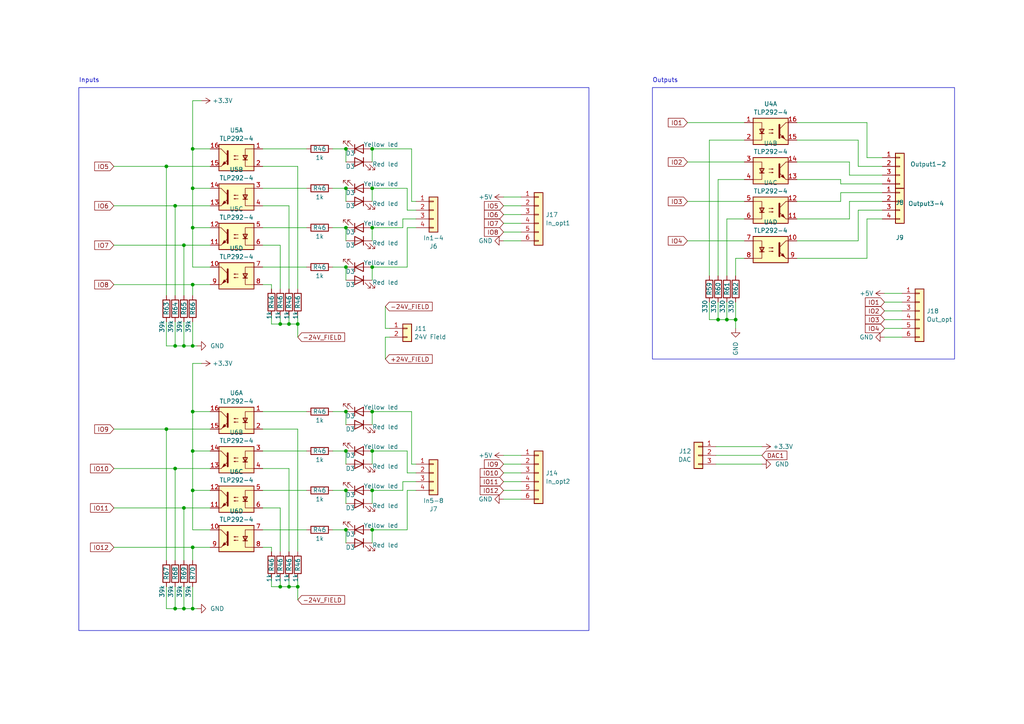
<source format=kicad_sch>
(kicad_sch (version 20230121) (generator eeschema)

  (uuid d19c7c83-0eea-4332-958a-4c973a41eedf)

  (paper "A4")

  (title_block
    (title "MetalMusings EaserCAT 3000")
  )

  (lib_symbols
    (symbol "Connector_Generic:Conn_01x02" (pin_names (offset 1.016) hide) (in_bom yes) (on_board yes)
      (property "Reference" "J" (at 0 2.54 0)
        (effects (font (size 1.27 1.27)))
      )
      (property "Value" "Conn_01x02" (at 0 -5.08 0)
        (effects (font (size 1.27 1.27)))
      )
      (property "Footprint" "" (at 0 0 0)
        (effects (font (size 1.27 1.27)) hide)
      )
      (property "Datasheet" "~" (at 0 0 0)
        (effects (font (size 1.27 1.27)) hide)
      )
      (property "ki_keywords" "connector" (at 0 0 0)
        (effects (font (size 1.27 1.27)) hide)
      )
      (property "ki_description" "Generic connector, single row, 01x02, script generated (kicad-library-utils/schlib/autogen/connector/)" (at 0 0 0)
        (effects (font (size 1.27 1.27)) hide)
      )
      (property "ki_fp_filters" "Connector*:*_1x??_*" (at 0 0 0)
        (effects (font (size 1.27 1.27)) hide)
      )
      (symbol "Conn_01x02_1_1"
        (rectangle (start -1.27 -2.413) (end 0 -2.667)
          (stroke (width 0.1524) (type default))
          (fill (type none))
        )
        (rectangle (start -1.27 0.127) (end 0 -0.127)
          (stroke (width 0.1524) (type default))
          (fill (type none))
        )
        (rectangle (start -1.27 1.27) (end 1.27 -3.81)
          (stroke (width 0.254) (type default))
          (fill (type background))
        )
        (pin passive line (at -5.08 0 0) (length 3.81)
          (name "Pin_1" (effects (font (size 1.27 1.27))))
          (number "1" (effects (font (size 1.27 1.27))))
        )
        (pin passive line (at -5.08 -2.54 0) (length 3.81)
          (name "Pin_2" (effects (font (size 1.27 1.27))))
          (number "2" (effects (font (size 1.27 1.27))))
        )
      )
    )
    (symbol "Connector_Generic:Conn_01x03" (pin_names (offset 1.016) hide) (in_bom yes) (on_board yes)
      (property "Reference" "J" (at 0 5.08 0)
        (effects (font (size 1.27 1.27)))
      )
      (property "Value" "Conn_01x03" (at 0 -5.08 0)
        (effects (font (size 1.27 1.27)))
      )
      (property "Footprint" "" (at 0 0 0)
        (effects (font (size 1.27 1.27)) hide)
      )
      (property "Datasheet" "~" (at 0 0 0)
        (effects (font (size 1.27 1.27)) hide)
      )
      (property "ki_keywords" "connector" (at 0 0 0)
        (effects (font (size 1.27 1.27)) hide)
      )
      (property "ki_description" "Generic connector, single row, 01x03, script generated (kicad-library-utils/schlib/autogen/connector/)" (at 0 0 0)
        (effects (font (size 1.27 1.27)) hide)
      )
      (property "ki_fp_filters" "Connector*:*_1x??_*" (at 0 0 0)
        (effects (font (size 1.27 1.27)) hide)
      )
      (symbol "Conn_01x03_1_1"
        (rectangle (start -1.27 -2.413) (end 0 -2.667)
          (stroke (width 0.1524) (type default))
          (fill (type none))
        )
        (rectangle (start -1.27 0.127) (end 0 -0.127)
          (stroke (width 0.1524) (type default))
          (fill (type none))
        )
        (rectangle (start -1.27 2.667) (end 0 2.413)
          (stroke (width 0.1524) (type default))
          (fill (type none))
        )
        (rectangle (start -1.27 3.81) (end 1.27 -3.81)
          (stroke (width 0.254) (type default))
          (fill (type background))
        )
        (pin passive line (at -5.08 2.54 0) (length 3.81)
          (name "Pin_1" (effects (font (size 1.27 1.27))))
          (number "1" (effects (font (size 1.27 1.27))))
        )
        (pin passive line (at -5.08 0 0) (length 3.81)
          (name "Pin_2" (effects (font (size 1.27 1.27))))
          (number "2" (effects (font (size 1.27 1.27))))
        )
        (pin passive line (at -5.08 -2.54 0) (length 3.81)
          (name "Pin_3" (effects (font (size 1.27 1.27))))
          (number "3" (effects (font (size 1.27 1.27))))
        )
      )
    )
    (symbol "Connector_Generic:Conn_01x04" (pin_names (offset 1.016) hide) (in_bom yes) (on_board yes)
      (property "Reference" "J" (at 0 5.08 0)
        (effects (font (size 1.27 1.27)))
      )
      (property "Value" "Conn_01x04" (at 0 -7.62 0)
        (effects (font (size 1.27 1.27)))
      )
      (property "Footprint" "" (at 0 0 0)
        (effects (font (size 1.27 1.27)) hide)
      )
      (property "Datasheet" "~" (at 0 0 0)
        (effects (font (size 1.27 1.27)) hide)
      )
      (property "ki_keywords" "connector" (at 0 0 0)
        (effects (font (size 1.27 1.27)) hide)
      )
      (property "ki_description" "Generic connector, single row, 01x04, script generated (kicad-library-utils/schlib/autogen/connector/)" (at 0 0 0)
        (effects (font (size 1.27 1.27)) hide)
      )
      (property "ki_fp_filters" "Connector*:*_1x??_*" (at 0 0 0)
        (effects (font (size 1.27 1.27)) hide)
      )
      (symbol "Conn_01x04_1_1"
        (rectangle (start -1.27 -4.953) (end 0 -5.207)
          (stroke (width 0.1524) (type default))
          (fill (type none))
        )
        (rectangle (start -1.27 -2.413) (end 0 -2.667)
          (stroke (width 0.1524) (type default))
          (fill (type none))
        )
        (rectangle (start -1.27 0.127) (end 0 -0.127)
          (stroke (width 0.1524) (type default))
          (fill (type none))
        )
        (rectangle (start -1.27 2.667) (end 0 2.413)
          (stroke (width 0.1524) (type default))
          (fill (type none))
        )
        (rectangle (start -1.27 3.81) (end 1.27 -6.35)
          (stroke (width 0.254) (type default))
          (fill (type background))
        )
        (pin passive line (at -5.08 2.54 0) (length 3.81)
          (name "Pin_1" (effects (font (size 1.27 1.27))))
          (number "1" (effects (font (size 1.27 1.27))))
        )
        (pin passive line (at -5.08 0 0) (length 3.81)
          (name "Pin_2" (effects (font (size 1.27 1.27))))
          (number "2" (effects (font (size 1.27 1.27))))
        )
        (pin passive line (at -5.08 -2.54 0) (length 3.81)
          (name "Pin_3" (effects (font (size 1.27 1.27))))
          (number "3" (effects (font (size 1.27 1.27))))
        )
        (pin passive line (at -5.08 -5.08 0) (length 3.81)
          (name "Pin_4" (effects (font (size 1.27 1.27))))
          (number "4" (effects (font (size 1.27 1.27))))
        )
      )
    )
    (symbol "Connector_Generic:Conn_01x06" (pin_names (offset 1.016) hide) (in_bom yes) (on_board yes)
      (property "Reference" "J" (at 0 7.62 0)
        (effects (font (size 1.27 1.27)))
      )
      (property "Value" "Conn_01x06" (at 0 -10.16 0)
        (effects (font (size 1.27 1.27)))
      )
      (property "Footprint" "" (at 0 0 0)
        (effects (font (size 1.27 1.27)) hide)
      )
      (property "Datasheet" "~" (at 0 0 0)
        (effects (font (size 1.27 1.27)) hide)
      )
      (property "ki_keywords" "connector" (at 0 0 0)
        (effects (font (size 1.27 1.27)) hide)
      )
      (property "ki_description" "Generic connector, single row, 01x06, script generated (kicad-library-utils/schlib/autogen/connector/)" (at 0 0 0)
        (effects (font (size 1.27 1.27)) hide)
      )
      (property "ki_fp_filters" "Connector*:*_1x??_*" (at 0 0 0)
        (effects (font (size 1.27 1.27)) hide)
      )
      (symbol "Conn_01x06_1_1"
        (rectangle (start -1.27 -7.493) (end 0 -7.747)
          (stroke (width 0.1524) (type default))
          (fill (type none))
        )
        (rectangle (start -1.27 -4.953) (end 0 -5.207)
          (stroke (width 0.1524) (type default))
          (fill (type none))
        )
        (rectangle (start -1.27 -2.413) (end 0 -2.667)
          (stroke (width 0.1524) (type default))
          (fill (type none))
        )
        (rectangle (start -1.27 0.127) (end 0 -0.127)
          (stroke (width 0.1524) (type default))
          (fill (type none))
        )
        (rectangle (start -1.27 2.667) (end 0 2.413)
          (stroke (width 0.1524) (type default))
          (fill (type none))
        )
        (rectangle (start -1.27 5.207) (end 0 4.953)
          (stroke (width 0.1524) (type default))
          (fill (type none))
        )
        (rectangle (start -1.27 6.35) (end 1.27 -8.89)
          (stroke (width 0.254) (type default))
          (fill (type background))
        )
        (pin passive line (at -5.08 5.08 0) (length 3.81)
          (name "Pin_1" (effects (font (size 1.27 1.27))))
          (number "1" (effects (font (size 1.27 1.27))))
        )
        (pin passive line (at -5.08 2.54 0) (length 3.81)
          (name "Pin_2" (effects (font (size 1.27 1.27))))
          (number "2" (effects (font (size 1.27 1.27))))
        )
        (pin passive line (at -5.08 0 0) (length 3.81)
          (name "Pin_3" (effects (font (size 1.27 1.27))))
          (number "3" (effects (font (size 1.27 1.27))))
        )
        (pin passive line (at -5.08 -2.54 0) (length 3.81)
          (name "Pin_4" (effects (font (size 1.27 1.27))))
          (number "4" (effects (font (size 1.27 1.27))))
        )
        (pin passive line (at -5.08 -5.08 0) (length 3.81)
          (name "Pin_5" (effects (font (size 1.27 1.27))))
          (number "5" (effects (font (size 1.27 1.27))))
        )
        (pin passive line (at -5.08 -7.62 0) (length 3.81)
          (name "Pin_6" (effects (font (size 1.27 1.27))))
          (number "6" (effects (font (size 1.27 1.27))))
        )
      )
    )
    (symbol "Device:LED" (pin_numbers hide) (pin_names (offset 1.016) hide) (in_bom yes) (on_board yes)
      (property "Reference" "D" (at 0 2.54 0)
        (effects (font (size 1.27 1.27)))
      )
      (property "Value" "LED" (at 0 -2.54 0)
        (effects (font (size 1.27 1.27)))
      )
      (property "Footprint" "" (at 0 0 0)
        (effects (font (size 1.27 1.27)) hide)
      )
      (property "Datasheet" "~" (at 0 0 0)
        (effects (font (size 1.27 1.27)) hide)
      )
      (property "ki_keywords" "LED diode" (at 0 0 0)
        (effects (font (size 1.27 1.27)) hide)
      )
      (property "ki_description" "Light emitting diode" (at 0 0 0)
        (effects (font (size 1.27 1.27)) hide)
      )
      (property "ki_fp_filters" "LED* LED_SMD:* LED_THT:*" (at 0 0 0)
        (effects (font (size 1.27 1.27)) hide)
      )
      (symbol "LED_0_1"
        (polyline
          (pts
            (xy -1.27 -1.27)
            (xy -1.27 1.27)
          )
          (stroke (width 0.254) (type default))
          (fill (type none))
        )
        (polyline
          (pts
            (xy -1.27 0)
            (xy 1.27 0)
          )
          (stroke (width 0) (type default))
          (fill (type none))
        )
        (polyline
          (pts
            (xy 1.27 -1.27)
            (xy 1.27 1.27)
            (xy -1.27 0)
            (xy 1.27 -1.27)
          )
          (stroke (width 0.254) (type default))
          (fill (type none))
        )
        (polyline
          (pts
            (xy -3.048 -0.762)
            (xy -4.572 -2.286)
            (xy -3.81 -2.286)
            (xy -4.572 -2.286)
            (xy -4.572 -1.524)
          )
          (stroke (width 0) (type default))
          (fill (type none))
        )
        (polyline
          (pts
            (xy -1.778 -0.762)
            (xy -3.302 -2.286)
            (xy -2.54 -2.286)
            (xy -3.302 -2.286)
            (xy -3.302 -1.524)
          )
          (stroke (width 0) (type default))
          (fill (type none))
        )
      )
      (symbol "LED_1_1"
        (pin passive line (at -3.81 0 0) (length 2.54)
          (name "K" (effects (font (size 1.27 1.27))))
          (number "1" (effects (font (size 1.27 1.27))))
        )
        (pin passive line (at 3.81 0 180) (length 2.54)
          (name "A" (effects (font (size 1.27 1.27))))
          (number "2" (effects (font (size 1.27 1.27))))
        )
      )
    )
    (symbol "Device:R" (pin_numbers hide) (pin_names (offset 0)) (in_bom yes) (on_board yes)
      (property "Reference" "R" (at 2.032 0 90)
        (effects (font (size 1.27 1.27)))
      )
      (property "Value" "R" (at 0 0 90)
        (effects (font (size 1.27 1.27)))
      )
      (property "Footprint" "" (at -1.778 0 90)
        (effects (font (size 1.27 1.27)) hide)
      )
      (property "Datasheet" "~" (at 0 0 0)
        (effects (font (size 1.27 1.27)) hide)
      )
      (property "ki_keywords" "R res resistor" (at 0 0 0)
        (effects (font (size 1.27 1.27)) hide)
      )
      (property "ki_description" "Resistor" (at 0 0 0)
        (effects (font (size 1.27 1.27)) hide)
      )
      (property "ki_fp_filters" "R_*" (at 0 0 0)
        (effects (font (size 1.27 1.27)) hide)
      )
      (symbol "R_0_1"
        (rectangle (start -1.016 -2.54) (end 1.016 2.54)
          (stroke (width 0.254) (type default))
          (fill (type none))
        )
      )
      (symbol "R_1_1"
        (pin passive line (at 0 3.81 270) (length 1.27)
          (name "~" (effects (font (size 1.27 1.27))))
          (number "1" (effects (font (size 1.27 1.27))))
        )
        (pin passive line (at 0 -3.81 90) (length 1.27)
          (name "~" (effects (font (size 1.27 1.27))))
          (number "2" (effects (font (size 1.27 1.27))))
        )
      )
    )
    (symbol "Isolator:TLP291-4" (in_bom yes) (on_board yes)
      (property "Reference" "U" (at -5.08 5.08 0)
        (effects (font (size 1.27 1.27)) (justify left))
      )
      (property "Value" "TLP291-4" (at 0 5.08 0)
        (effects (font (size 1.27 1.27)) (justify left))
      )
      (property "Footprint" "Package_SO:SOIC-16_4.55x10.3mm_P1.27mm" (at -5.08 -5.08 0)
        (effects (font (size 1.27 1.27) italic) (justify left) hide)
      )
      (property "Datasheet" "https://toshiba.semicon-storage.com/info/docget.jsp?did=12858&prodName=TLP291-4" (at 0 0 0)
        (effects (font (size 1.27 1.27)) (justify left) hide)
      )
      (property "ki_keywords" "NPN DC Quad Optocoupler" (at 0 0 0)
        (effects (font (size 1.27 1.27)) hide)
      )
      (property "ki_description" "Quad DC Optocoupler, Vce 80V, CTR 50-100%, SOP16" (at 0 0 0)
        (effects (font (size 1.27 1.27)) hide)
      )
      (property "ki_fp_filters" "SOIC*4.55x10.3mm*P1.27mm*" (at 0 0 0)
        (effects (font (size 1.27 1.27)) hide)
      )
      (symbol "TLP291-4_0_1"
        (rectangle (start -5.08 3.81) (end 5.08 -3.81)
          (stroke (width 0.254) (type default))
          (fill (type background))
        )
        (polyline
          (pts
            (xy -3.175 -0.635)
            (xy -1.905 -0.635)
          )
          (stroke (width 0.254) (type default))
          (fill (type none))
        )
        (polyline
          (pts
            (xy 2.54 0.635)
            (xy 4.445 2.54)
          )
          (stroke (width 0) (type default))
          (fill (type none))
        )
        (polyline
          (pts
            (xy 4.445 -2.54)
            (xy 2.54 -0.635)
          )
          (stroke (width 0) (type default))
          (fill (type outline))
        )
        (polyline
          (pts
            (xy 4.445 -2.54)
            (xy 5.08 -2.54)
          )
          (stroke (width 0) (type default))
          (fill (type none))
        )
        (polyline
          (pts
            (xy 4.445 2.54)
            (xy 5.08 2.54)
          )
          (stroke (width 0) (type default))
          (fill (type none))
        )
        (polyline
          (pts
            (xy -5.08 2.54)
            (xy -2.54 2.54)
            (xy -2.54 0.635)
          )
          (stroke (width 0) (type default))
          (fill (type none))
        )
        (polyline
          (pts
            (xy -2.54 0.635)
            (xy -2.54 -2.54)
            (xy -5.08 -2.54)
          )
          (stroke (width 0) (type default))
          (fill (type none))
        )
        (polyline
          (pts
            (xy 2.54 1.905)
            (xy 2.54 -1.905)
            (xy 2.54 -1.905)
          )
          (stroke (width 0.508) (type default))
          (fill (type none))
        )
        (polyline
          (pts
            (xy -2.54 -0.635)
            (xy -3.175 0.635)
            (xy -1.905 0.635)
            (xy -2.54 -0.635)
          )
          (stroke (width 0.254) (type default))
          (fill (type none))
        )
        (polyline
          (pts
            (xy -0.508 -0.508)
            (xy 0.762 -0.508)
            (xy 0.381 -0.635)
            (xy 0.381 -0.381)
            (xy 0.762 -0.508)
          )
          (stroke (width 0) (type default))
          (fill (type none))
        )
        (polyline
          (pts
            (xy -0.508 0.508)
            (xy 0.762 0.508)
            (xy 0.381 0.381)
            (xy 0.381 0.635)
            (xy 0.762 0.508)
          )
          (stroke (width 0) (type default))
          (fill (type none))
        )
        (polyline
          (pts
            (xy 3.048 -1.651)
            (xy 3.556 -1.143)
            (xy 4.064 -2.159)
            (xy 3.048 -1.651)
            (xy 3.048 -1.651)
          )
          (stroke (width 0) (type default))
          (fill (type outline))
        )
      )
      (symbol "TLP291-4_1_1"
        (pin passive line (at -7.62 2.54 0) (length 2.54)
          (name "~" (effects (font (size 1.27 1.27))))
          (number "1" (effects (font (size 1.27 1.27))))
        )
        (pin passive line (at 7.62 -2.54 180) (length 2.54)
          (name "~" (effects (font (size 1.27 1.27))))
          (number "15" (effects (font (size 1.27 1.27))))
        )
        (pin passive line (at 7.62 2.54 180) (length 2.54)
          (name "~" (effects (font (size 1.27 1.27))))
          (number "16" (effects (font (size 1.27 1.27))))
        )
        (pin passive line (at -7.62 -2.54 0) (length 2.54)
          (name "~" (effects (font (size 1.27 1.27))))
          (number "2" (effects (font (size 1.27 1.27))))
        )
      )
      (symbol "TLP291-4_2_1"
        (pin passive line (at 7.62 -2.54 180) (length 2.54)
          (name "~" (effects (font (size 1.27 1.27))))
          (number "13" (effects (font (size 1.27 1.27))))
        )
        (pin passive line (at 7.62 2.54 180) (length 2.54)
          (name "~" (effects (font (size 1.27 1.27))))
          (number "14" (effects (font (size 1.27 1.27))))
        )
        (pin passive line (at -7.62 2.54 0) (length 2.54)
          (name "~" (effects (font (size 1.27 1.27))))
          (number "3" (effects (font (size 1.27 1.27))))
        )
        (pin passive line (at -7.62 -2.54 0) (length 2.54)
          (name "~" (effects (font (size 1.27 1.27))))
          (number "4" (effects (font (size 1.27 1.27))))
        )
      )
      (symbol "TLP291-4_3_1"
        (pin passive line (at 7.62 -2.54 180) (length 2.54)
          (name "~" (effects (font (size 1.27 1.27))))
          (number "11" (effects (font (size 1.27 1.27))))
        )
        (pin passive line (at 7.62 2.54 180) (length 2.54)
          (name "~" (effects (font (size 1.27 1.27))))
          (number "12" (effects (font (size 1.27 1.27))))
        )
        (pin passive line (at -7.62 2.54 0) (length 2.54)
          (name "~" (effects (font (size 1.27 1.27))))
          (number "5" (effects (font (size 1.27 1.27))))
        )
        (pin passive line (at -7.62 -2.54 0) (length 2.54)
          (name "~" (effects (font (size 1.27 1.27))))
          (number "6" (effects (font (size 1.27 1.27))))
        )
      )
      (symbol "TLP291-4_4_1"
        (pin passive line (at 7.62 2.54 180) (length 2.54)
          (name "~" (effects (font (size 1.27 1.27))))
          (number "10" (effects (font (size 1.27 1.27))))
        )
        (pin passive line (at -7.62 2.54 0) (length 2.54)
          (name "~" (effects (font (size 1.27 1.27))))
          (number "7" (effects (font (size 1.27 1.27))))
        )
        (pin passive line (at -7.62 -2.54 0) (length 2.54)
          (name "~" (effects (font (size 1.27 1.27))))
          (number "8" (effects (font (size 1.27 1.27))))
        )
        (pin passive line (at 7.62 -2.54 180) (length 2.54)
          (name "~" (effects (font (size 1.27 1.27))))
          (number "9" (effects (font (size 1.27 1.27))))
        )
      )
    )
    (symbol "power:+3.3V" (power) (pin_names (offset 0)) (in_bom yes) (on_board yes)
      (property "Reference" "#PWR" (at 0 -3.81 0)
        (effects (font (size 1.27 1.27)) hide)
      )
      (property "Value" "+3.3V" (at 0 3.556 0)
        (effects (font (size 1.27 1.27)))
      )
      (property "Footprint" "" (at 0 0 0)
        (effects (font (size 1.27 1.27)) hide)
      )
      (property "Datasheet" "" (at 0 0 0)
        (effects (font (size 1.27 1.27)) hide)
      )
      (property "ki_keywords" "global power" (at 0 0 0)
        (effects (font (size 1.27 1.27)) hide)
      )
      (property "ki_description" "Power symbol creates a global label with name \"+3.3V\"" (at 0 0 0)
        (effects (font (size 1.27 1.27)) hide)
      )
      (symbol "+3.3V_0_1"
        (polyline
          (pts
            (xy -0.762 1.27)
            (xy 0 2.54)
          )
          (stroke (width 0) (type default))
          (fill (type none))
        )
        (polyline
          (pts
            (xy 0 0)
            (xy 0 2.54)
          )
          (stroke (width 0) (type default))
          (fill (type none))
        )
        (polyline
          (pts
            (xy 0 2.54)
            (xy 0.762 1.27)
          )
          (stroke (width 0) (type default))
          (fill (type none))
        )
      )
      (symbol "+3.3V_1_1"
        (pin power_in line (at 0 0 90) (length 0) hide
          (name "+3.3V" (effects (font (size 1.27 1.27))))
          (number "1" (effects (font (size 1.27 1.27))))
        )
      )
    )
    (symbol "power:+5V" (power) (pin_names (offset 0)) (in_bom yes) (on_board yes)
      (property "Reference" "#PWR" (at 0 -3.81 0)
        (effects (font (size 1.27 1.27)) hide)
      )
      (property "Value" "+5V" (at 0 3.556 0)
        (effects (font (size 1.27 1.27)))
      )
      (property "Footprint" "" (at 0 0 0)
        (effects (font (size 1.27 1.27)) hide)
      )
      (property "Datasheet" "" (at 0 0 0)
        (effects (font (size 1.27 1.27)) hide)
      )
      (property "ki_keywords" "global power" (at 0 0 0)
        (effects (font (size 1.27 1.27)) hide)
      )
      (property "ki_description" "Power symbol creates a global label with name \"+5V\"" (at 0 0 0)
        (effects (font (size 1.27 1.27)) hide)
      )
      (symbol "+5V_0_1"
        (polyline
          (pts
            (xy -0.762 1.27)
            (xy 0 2.54)
          )
          (stroke (width 0) (type default))
          (fill (type none))
        )
        (polyline
          (pts
            (xy 0 0)
            (xy 0 2.54)
          )
          (stroke (width 0) (type default))
          (fill (type none))
        )
        (polyline
          (pts
            (xy 0 2.54)
            (xy 0.762 1.27)
          )
          (stroke (width 0) (type default))
          (fill (type none))
        )
      )
      (symbol "+5V_1_1"
        (pin power_in line (at 0 0 90) (length 0) hide
          (name "+5V" (effects (font (size 1.27 1.27))))
          (number "1" (effects (font (size 1.27 1.27))))
        )
      )
    )
    (symbol "power:GND" (power) (pin_names (offset 0)) (in_bom yes) (on_board yes)
      (property "Reference" "#PWR" (at 0 -6.35 0)
        (effects (font (size 1.27 1.27)) hide)
      )
      (property "Value" "GND" (at 0 -3.81 0)
        (effects (font (size 1.27 1.27)))
      )
      (property "Footprint" "" (at 0 0 0)
        (effects (font (size 1.27 1.27)) hide)
      )
      (property "Datasheet" "" (at 0 0 0)
        (effects (font (size 1.27 1.27)) hide)
      )
      (property "ki_keywords" "global power" (at 0 0 0)
        (effects (font (size 1.27 1.27)) hide)
      )
      (property "ki_description" "Power symbol creates a global label with name \"GND\" , ground" (at 0 0 0)
        (effects (font (size 1.27 1.27)) hide)
      )
      (symbol "GND_0_1"
        (polyline
          (pts
            (xy 0 0)
            (xy 0 -1.27)
            (xy 1.27 -1.27)
            (xy 0 -2.54)
            (xy -1.27 -1.27)
            (xy 0 -1.27)
          )
          (stroke (width 0) (type default))
          (fill (type none))
        )
      )
      (symbol "GND_1_1"
        (pin power_in line (at 0 0 270) (length 0) hide
          (name "GND" (effects (font (size 1.27 1.27))))
          (number "1" (effects (font (size 1.27 1.27))))
        )
      )
    )
  )

  (junction (at 100.33 77.47) (diameter 0) (color 0 0 0 0)
    (uuid 00be6be6-3df2-4b1b-a6fa-a8cfd5da6ad4)
  )
  (junction (at 100.33 54.61) (diameter 0) (color 0 0 0 0)
    (uuid 01028bdc-8bdc-49e8-90ce-7430de850ebe)
  )
  (junction (at 55.88 54.61) (diameter 0) (color 0 0 0 0)
    (uuid 07cbb7b7-3f83-4128-b766-89904e8b2b59)
  )
  (junction (at 48.26 124.46) (diameter 0) (color 0 0 0 0)
    (uuid 10df9d2d-77cc-449b-9c25-983999fb39a4)
  )
  (junction (at 107.95 153.67) (diameter 0) (color 0 0 0 0)
    (uuid 1772e9d8-df6e-48d2-8fb1-f1793a23447d)
  )
  (junction (at 55.88 176.53) (diameter 0) (color 0 0 0 0)
    (uuid 18a0c0d8-235f-41fb-b3c4-1513ad3b4482)
  )
  (junction (at 208.28 92.71) (diameter 0) (color 0 0 0 0)
    (uuid 1b560e34-41be-43fd-8529-e58dc6d37522)
  )
  (junction (at 55.88 119.38) (diameter 0) (color 0 0 0 0)
    (uuid 1dd69ea6-5360-49cc-8337-ba61698ad8d1)
  )
  (junction (at 100.33 130.81) (diameter 0) (color 0 0 0 0)
    (uuid 1df26744-bb4f-4b20-ac7d-53c6187d4892)
  )
  (junction (at 50.8 176.53) (diameter 0) (color 0 0 0 0)
    (uuid 2110fcb5-cc92-4f0d-80b3-df7f697353b1)
  )
  (junction (at 107.95 43.18) (diameter 0) (color 0 0 0 0)
    (uuid 23e010e4-0a90-493f-96dd-2ca7a741c3e5)
  )
  (junction (at 107.95 119.38) (diameter 0) (color 0 0 0 0)
    (uuid 28ac4952-b529-45b6-a0ab-ed7ef2a5ec15)
  )
  (junction (at 213.36 92.71) (diameter 0) (color 0 0 0 0)
    (uuid 2bbb1fa0-b8ca-48d0-88d0-feefc8a81565)
  )
  (junction (at 210.82 92.71) (diameter 0) (color 0 0 0 0)
    (uuid 2eb9d7c6-fc97-4f58-957f-64a01d6d5108)
  )
  (junction (at 100.33 66.04) (diameter 0) (color 0 0 0 0)
    (uuid 3a185e11-4c73-4386-8e94-62ddad7c4929)
  )
  (junction (at 107.95 142.24) (diameter 0) (color 0 0 0 0)
    (uuid 466320a3-de3e-4a12-80b5-e7e1992627b0)
  )
  (junction (at 55.88 43.18) (diameter 0) (color 0 0 0 0)
    (uuid 5354ec96-5fcd-4894-93ea-88bc52835846)
  )
  (junction (at 55.88 82.55) (diameter 0) (color 0 0 0 0)
    (uuid 5779957c-f6d2-40dc-ad82-9d7099d36594)
  )
  (junction (at 55.88 130.81) (diameter 0) (color 0 0 0 0)
    (uuid 5a15d30a-c4dc-4c13-9286-2334ea4bda86)
  )
  (junction (at 107.95 54.61) (diameter 0) (color 0 0 0 0)
    (uuid 5b64b4ea-78aa-4ad4-8807-df2c8db625b6)
  )
  (junction (at 48.26 48.26) (diameter 0) (color 0 0 0 0)
    (uuid 616af3f3-f203-4c74-8cc4-224fcc8f2a5a)
  )
  (junction (at 100.33 142.24) (diameter 0) (color 0 0 0 0)
    (uuid 630e7165-c463-4b76-b19e-e58b1175e068)
  )
  (junction (at 53.34 147.32) (diameter 0) (color 0 0 0 0)
    (uuid 64a7af42-9287-4537-ac9c-5404d589331d)
  )
  (junction (at 50.8 135.89) (diameter 0) (color 0 0 0 0)
    (uuid 671be165-0eab-4b07-b79b-bae89dcf4d84)
  )
  (junction (at 83.82 93.98) (diameter 0) (color 0 0 0 0)
    (uuid 7b2d94b1-231f-486d-b90b-b2d7fa699191)
  )
  (junction (at 107.95 77.47) (diameter 0) (color 0 0 0 0)
    (uuid 7c0f1626-4afb-43b6-8eca-ea467008f338)
  )
  (junction (at 55.88 66.04) (diameter 0) (color 0 0 0 0)
    (uuid 80b8b24f-c137-4b6c-b9c5-1deb55f47fcd)
  )
  (junction (at 55.88 100.33) (diameter 0) (color 0 0 0 0)
    (uuid 93dc0ec0-dd2e-4722-9eb9-3c6722c5defc)
  )
  (junction (at 53.34 176.53) (diameter 0) (color 0 0 0 0)
    (uuid 9f8b79b9-7744-4147-8b4b-fef8182a1954)
  )
  (junction (at 50.8 59.69) (diameter 0) (color 0 0 0 0)
    (uuid a869d333-59dd-4d47-9a9a-5ba8cd70a38e)
  )
  (junction (at 100.33 43.18) (diameter 0) (color 0 0 0 0)
    (uuid a9a66a71-d73b-4cf9-9ee8-a6564e083f66)
  )
  (junction (at 83.82 170.18) (diameter 0) (color 0 0 0 0)
    (uuid a9d3181e-8a70-4cff-bac9-8811abd6d878)
  )
  (junction (at 100.33 153.67) (diameter 0) (color 0 0 0 0)
    (uuid aa3523d6-607a-4ce9-9509-22e97387f640)
  )
  (junction (at 53.34 71.12) (diameter 0) (color 0 0 0 0)
    (uuid aca97284-6bd7-4f8f-899b-36d89632830c)
  )
  (junction (at 86.36 170.18) (diameter 0) (color 0 0 0 0)
    (uuid b26e174f-a7dc-42ff-b74d-2b61c19e508c)
  )
  (junction (at 81.28 93.98) (diameter 0) (color 0 0 0 0)
    (uuid b91ead4c-9dff-4ff7-8ead-976fe585d0a2)
  )
  (junction (at 55.88 142.24) (diameter 0) (color 0 0 0 0)
    (uuid bcd73f2a-3be9-4aca-8a55-4302737a928c)
  )
  (junction (at 86.36 93.98) (diameter 0) (color 0 0 0 0)
    (uuid cd8634d5-5c7c-43d9-853a-8ff44053edf0)
  )
  (junction (at 100.33 119.38) (diameter 0) (color 0 0 0 0)
    (uuid d25f9376-a911-4e7e-8ae4-975fea0c7e5a)
  )
  (junction (at 107.95 130.81) (diameter 0) (color 0 0 0 0)
    (uuid d3561e96-3419-4d0e-bb03-f1a33b6e87af)
  )
  (junction (at 55.88 158.75) (diameter 0) (color 0 0 0 0)
    (uuid dbdc9b51-e141-48d8-99d0-69d85a41db83)
  )
  (junction (at 107.95 66.04) (diameter 0) (color 0 0 0 0)
    (uuid e20aabd4-bf8b-453f-884a-373332dca291)
  )
  (junction (at 81.28 170.18) (diameter 0) (color 0 0 0 0)
    (uuid e5ff301e-0c0c-4024-bac7-33f42066052c)
  )
  (junction (at 50.8 100.33) (diameter 0) (color 0 0 0 0)
    (uuid f48d5329-71ea-49b0-aaea-c1a534f7d532)
  )
  (junction (at 53.34 100.33) (diameter 0) (color 0 0 0 0)
    (uuid f6e15fa5-1282-4963-b6dd-779b285179c9)
  )

  (wire (pts (xy 76.2 142.24) (xy 88.9 142.24))
    (stroke (width 0) (type default))
    (uuid 01c7129e-d54e-450b-ac88-ba1f62953586)
  )
  (wire (pts (xy 120.65 66.04) (xy 118.11 66.04))
    (stroke (width 0) (type default))
    (uuid 02439b9a-9557-479c-ac82-1fc5d86ccc0d)
  )
  (wire (pts (xy 55.88 54.61) (xy 55.88 43.18))
    (stroke (width 0) (type default))
    (uuid 0289e346-4623-4c75-a126-b936e7b2a041)
  )
  (wire (pts (xy 86.36 91.44) (xy 86.36 93.98))
    (stroke (width 0) (type default))
    (uuid 02f422e0-796e-4354-992d-e01f56f89556)
  )
  (wire (pts (xy 33.02 48.26) (xy 48.26 48.26))
    (stroke (width 0) (type default))
    (uuid 02ff09f6-ea15-4d71-91d9-926ac32de6ff)
  )
  (wire (pts (xy 83.82 91.44) (xy 83.82 93.98))
    (stroke (width 0) (type default))
    (uuid 04f542e6-8d04-436a-be5e-083dbd4961b2)
  )
  (wire (pts (xy 205.74 87.63) (xy 205.74 92.71))
    (stroke (width 0) (type default))
    (uuid 077bf300-3a55-4bfa-952c-f951865d04d8)
  )
  (wire (pts (xy 213.36 87.63) (xy 213.36 92.71))
    (stroke (width 0) (type default))
    (uuid 09c5c74c-bdcb-471e-a5bc-5a46e6b3b8b8)
  )
  (wire (pts (xy 55.88 66.04) (xy 60.96 66.04))
    (stroke (width 0) (type default))
    (uuid 0ab240a3-6720-4011-981f-6c5a837bd051)
  )
  (wire (pts (xy 86.36 167.64) (xy 86.36 170.18))
    (stroke (width 0) (type default))
    (uuid 0abd9d5a-fd76-4094-99b0-68fe768b320d)
  )
  (wire (pts (xy 83.82 170.18) (xy 86.36 170.18))
    (stroke (width 0) (type default))
    (uuid 0b0f1706-9ca7-4150-bc76-3ee3c1aca115)
  )
  (wire (pts (xy 50.8 135.89) (xy 60.96 135.89))
    (stroke (width 0) (type default))
    (uuid 0b4df079-5858-42cf-8dcc-63965d9dadf2)
  )
  (wire (pts (xy 81.28 71.12) (xy 81.28 83.82))
    (stroke (width 0) (type default))
    (uuid 0c1a8c4a-db6d-474a-8567-1c143b30289f)
  )
  (wire (pts (xy 76.2 153.67) (xy 88.9 153.67))
    (stroke (width 0) (type default))
    (uuid 0c733ce2-8989-416b-bb6d-59831f7b40ee)
  )
  (wire (pts (xy 55.88 100.33) (xy 53.34 100.33))
    (stroke (width 0) (type default))
    (uuid 0d54e2a0-fd23-44d8-83ad-dafb003a2fdc)
  )
  (wire (pts (xy 151.13 139.7) (xy 146.05 139.7))
    (stroke (width 0) (type default))
    (uuid 0fa196e4-35e7-4bd6-94c1-041121348d78)
  )
  (wire (pts (xy 119.38 134.62) (xy 120.65 134.62))
    (stroke (width 0) (type default))
    (uuid 0fa7ae37-9663-4c90-8f1d-80d4ab2d3414)
  )
  (wire (pts (xy 76.2 135.89) (xy 83.82 135.89))
    (stroke (width 0) (type default))
    (uuid 1052673e-1444-48ba-9be1-e7c073871e8a)
  )
  (wire (pts (xy 118.11 66.04) (xy 118.11 77.47))
    (stroke (width 0) (type default))
    (uuid 108bbc18-3dd6-4210-bd4c-971afdfc4915)
  )
  (wire (pts (xy 55.88 43.18) (xy 60.96 43.18))
    (stroke (width 0) (type default))
    (uuid 114d4d12-b233-45f0-a723-006566e7dbb9)
  )
  (wire (pts (xy 55.88 105.41) (xy 58.42 105.41))
    (stroke (width 0) (type default))
    (uuid 1400da5b-9e6f-43d6-abbb-9e91cad1d375)
  )
  (wire (pts (xy 255.905 58.42) (xy 246.38 58.42))
    (stroke (width 0) (type default))
    (uuid 15054ad7-02fd-44ac-82e7-a067dce46f3f)
  )
  (wire (pts (xy 83.82 167.64) (xy 83.82 170.18))
    (stroke (width 0) (type default))
    (uuid 15a46638-816b-4915-997b-fb70ca1f8950)
  )
  (wire (pts (xy 86.36 48.26) (xy 86.36 83.82))
    (stroke (width 0) (type default))
    (uuid 1600e191-53bc-4fb1-a168-e9d4cf5145bb)
  )
  (wire (pts (xy 113.03 95.25) (xy 111.76 95.25))
    (stroke (width 0) (type default))
    (uuid 18f152f7-ccc2-47bd-9f77-5a99f840fce4)
  )
  (wire (pts (xy 208.28 52.07) (xy 208.28 80.01))
    (stroke (width 0) (type default))
    (uuid 19f3d7d3-dc1a-4360-882f-ca68bdddf549)
  )
  (wire (pts (xy 33.02 71.12) (xy 53.34 71.12))
    (stroke (width 0) (type default))
    (uuid 1a5788a9-9f4f-49a7-b2f9-9fa0f9518593)
  )
  (wire (pts (xy 261.62 97.79) (xy 256.54 97.79))
    (stroke (width 0) (type default))
    (uuid 1a8ccfee-f64a-40f3-bf43-85ad91faec51)
  )
  (wire (pts (xy 107.95 43.18) (xy 107.95 46.99))
    (stroke (width 0) (type default))
    (uuid 1aa453fb-afac-4807-9a71-94614d7fdda0)
  )
  (wire (pts (xy 96.52 130.81) (xy 100.33 130.81))
    (stroke (width 0) (type default))
    (uuid 1b2d7f1b-c326-49c2-9060-21c4fe1474cf)
  )
  (wire (pts (xy 120.65 139.7) (xy 116.84 139.7))
    (stroke (width 0) (type default))
    (uuid 1cc68282-b6c1-43f0-ad81-9d3e7e6b2043)
  )
  (wire (pts (xy 33.02 82.55) (xy 55.88 82.55))
    (stroke (width 0) (type default))
    (uuid 1d6727f4-2f0a-4670-b5ac-b31feac5badd)
  )
  (wire (pts (xy 107.95 153.67) (xy 107.95 157.48))
    (stroke (width 0) (type default))
    (uuid 1fdd7450-d7c0-45b9-b450-53f8d1c153f7)
  )
  (wire (pts (xy 81.28 91.44) (xy 81.28 93.98))
    (stroke (width 0) (type default))
    (uuid 200aad28-911e-459a-86f0-f46529e4cba4)
  )
  (wire (pts (xy 76.2 71.12) (xy 81.28 71.12))
    (stroke (width 0) (type default))
    (uuid 218faa41-ff38-40bb-8362-85d88d8d1f4f)
  )
  (wire (pts (xy 151.13 132.08) (xy 146.05 132.08))
    (stroke (width 0) (type default))
    (uuid 21bf2b86-7e4a-404d-ae60-287f28f575d8)
  )
  (wire (pts (xy 246.38 46.99) (xy 231.14 46.99))
    (stroke (width 0) (type default))
    (uuid 22973758-3fb4-4d6e-8c38-44771ed5c1c7)
  )
  (wire (pts (xy 86.36 93.98) (xy 86.36 97.79))
    (stroke (width 0) (type default))
    (uuid 229bf19a-349f-4e38-b301-68c902ec1789)
  )
  (wire (pts (xy 261.62 95.25) (xy 256.54 95.25))
    (stroke (width 0) (type default))
    (uuid 2428fdd2-3403-4493-8e24-c3c27a60f151)
  )
  (wire (pts (xy 53.34 71.12) (xy 60.96 71.12))
    (stroke (width 0) (type default))
    (uuid 250a860d-457d-4667-afd1-c0fdd94d76d1)
  )
  (wire (pts (xy 55.88 77.47) (xy 55.88 66.04))
    (stroke (width 0) (type default))
    (uuid 25874bd8-0d2a-4e8b-92cb-6d85640545d0)
  )
  (wire (pts (xy 50.8 176.53) (xy 50.8 170.18))
    (stroke (width 0) (type default))
    (uuid 26549126-7053-4f91-bb5c-8eecb3ef4207)
  )
  (wire (pts (xy 78.74 170.18) (xy 81.28 170.18))
    (stroke (width 0) (type default))
    (uuid 266a6bff-8da0-415d-9a05-52be57753627)
  )
  (wire (pts (xy 251.46 45.72) (xy 255.905 45.72))
    (stroke (width 0) (type default))
    (uuid 286a84a1-87bd-4d0a-a25a-147f11fce04f)
  )
  (wire (pts (xy 210.82 92.71) (xy 213.36 92.71))
    (stroke (width 0) (type default))
    (uuid 286bca9b-1bb9-4f6d-960d-3df62edc2554)
  )
  (wire (pts (xy 76.2 147.32) (xy 81.28 147.32))
    (stroke (width 0) (type default))
    (uuid 29053923-60af-41a3-bd9e-97ab6bcce108)
  )
  (wire (pts (xy 55.88 176.53) (xy 53.34 176.53))
    (stroke (width 0) (type default))
    (uuid 2911d755-da1c-4c62-bc44-1da9a2c551b2)
  )
  (wire (pts (xy 96.52 43.18) (xy 100.33 43.18))
    (stroke (width 0) (type default))
    (uuid 293628e2-2df4-45d8-944e-e0d936901ff8)
  )
  (wire (pts (xy 119.38 134.62) (xy 119.38 119.38))
    (stroke (width 0) (type default))
    (uuid 2d9f543a-9da4-43d5-b374-d8fb8f1f7984)
  )
  (wire (pts (xy 243.84 53.34) (xy 255.905 53.34))
    (stroke (width 0) (type default))
    (uuid 2da6c4be-b0a8-4b8e-b5f0-6c603f4ace23)
  )
  (wire (pts (xy 107.95 66.04) (xy 107.95 69.85))
    (stroke (width 0) (type default))
    (uuid 320a9ccd-27c4-490a-ba7b-c93307916ef9)
  )
  (wire (pts (xy 118.11 54.61) (xy 107.95 54.61))
    (stroke (width 0) (type default))
    (uuid 320b079f-41b5-412b-9671-8b5c864b07d2)
  )
  (wire (pts (xy 55.88 82.55) (xy 60.96 82.55))
    (stroke (width 0) (type default))
    (uuid 32337502-ea28-45fa-b04c-751aaac8e66c)
  )
  (wire (pts (xy 81.28 167.64) (xy 81.28 170.18))
    (stroke (width 0) (type default))
    (uuid 3239956b-f5fb-47b2-97d8-e8c06750b3be)
  )
  (wire (pts (xy 243.84 55.88) (xy 255.905 55.88))
    (stroke (width 0) (type default))
    (uuid 32ade1bc-9379-46f8-b527-0d4c06559905)
  )
  (wire (pts (xy 231.14 58.42) (xy 243.84 58.42))
    (stroke (width 0) (type default))
    (uuid 339b73d1-ab38-4b18-b3f2-3821684f2dea)
  )
  (wire (pts (xy 50.8 85.725) (xy 50.8 59.69))
    (stroke (width 0) (type default))
    (uuid 35326756-2ede-4494-ab8b-c0812fac8c9d)
  )
  (wire (pts (xy 107.95 142.24) (xy 107.95 146.05))
    (stroke (width 0) (type default))
    (uuid 36871d32-c9ea-46df-ae6a-26c0d033a154)
  )
  (wire (pts (xy 55.88 100.33) (xy 55.88 93.345))
    (stroke (width 0) (type default))
    (uuid 38b4c120-20c0-4a67-b58b-cd9436ee5312)
  )
  (wire (pts (xy 118.11 130.81) (xy 107.95 130.81))
    (stroke (width 0) (type default))
    (uuid 3972b15a-71c8-41da-871e-91cb89f080c3)
  )
  (wire (pts (xy 248.92 40.64) (xy 248.92 48.26))
    (stroke (width 0) (type default))
    (uuid 398b89bd-f573-4af0-9799-1cd8fa9083ea)
  )
  (wire (pts (xy 76.2 158.75) (xy 78.74 158.75))
    (stroke (width 0) (type default))
    (uuid 39ab5452-c0f8-48d8-9e17-6ae0d5c6c509)
  )
  (wire (pts (xy 251.46 63.5) (xy 255.905 63.5))
    (stroke (width 0) (type default))
    (uuid 3a08d8fd-d078-404a-a63c-1cfa2bea067e)
  )
  (wire (pts (xy 151.13 144.78) (xy 146.05 144.78))
    (stroke (width 0) (type default))
    (uuid 3a7c4956-2b09-4ef7-8e9d-ae7303c18745)
  )
  (wire (pts (xy 55.88 158.75) (xy 60.96 158.75))
    (stroke (width 0) (type default))
    (uuid 3aa4347c-48e5-41b5-98e9-29d916c3335f)
  )
  (wire (pts (xy 207.645 132.08) (xy 220.98 132.08))
    (stroke (width 0) (type default))
    (uuid 3c4f8af2-60d1-4a08-8c88-b2777c71a33b)
  )
  (wire (pts (xy 231.14 69.85) (xy 248.92 69.85))
    (stroke (width 0) (type default))
    (uuid 3dad7724-6a64-4cb5-a2fa-997e1577006e)
  )
  (wire (pts (xy 120.65 137.16) (xy 118.11 137.16))
    (stroke (width 0) (type default))
    (uuid 4013b057-7e3f-418e-baeb-f81b52c380f6)
  )
  (wire (pts (xy 118.11 137.16) (xy 118.11 130.81))
    (stroke (width 0) (type default))
    (uuid 403aa0ea-7e2b-44d1-82a1-63f25024185d)
  )
  (wire (pts (xy 96.52 153.67) (xy 100.33 153.67))
    (stroke (width 0) (type default))
    (uuid 406c8c1a-fd77-4500-b5a2-08835a6d44f1)
  )
  (wire (pts (xy 78.74 93.98) (xy 81.28 93.98))
    (stroke (width 0) (type default))
    (uuid 4200542a-be0f-4b2a-8d47-7b9ce15b8886)
  )
  (wire (pts (xy 261.62 85.09) (xy 256.54 85.09))
    (stroke (width 0) (type default))
    (uuid 424a13f3-619b-41e7-a0c3-b04e78e02e10)
  )
  (wire (pts (xy 251.46 45.72) (xy 251.46 35.56))
    (stroke (width 0) (type default))
    (uuid 435333dc-5ea5-422c-a9f6-00192a4e95c6)
  )
  (wire (pts (xy 116.84 139.7) (xy 116.84 142.24))
    (stroke (width 0) (type default))
    (uuid 44a3fc0f-2853-43c9-8784-868579e2cf6a)
  )
  (wire (pts (xy 111.76 104.14) (xy 111.76 97.79))
    (stroke (width 0) (type default))
    (uuid 461634d1-6253-443c-8427-2f364d48eb2a)
  )
  (wire (pts (xy 213.36 74.93) (xy 213.36 80.01))
    (stroke (width 0) (type default))
    (uuid 46949eaf-ae0d-4356-bd2d-40f3b349d5c8)
  )
  (wire (pts (xy 76.2 43.18) (xy 88.9 43.18))
    (stroke (width 0) (type default))
    (uuid 4861b5fd-8773-4858-a021-f25c3d35c18f)
  )
  (wire (pts (xy 53.34 176.53) (xy 50.8 176.53))
    (stroke (width 0) (type default))
    (uuid 48ce181b-e198-4739-ac1c-ec6d03855a40)
  )
  (wire (pts (xy 50.8 100.33) (xy 50.8 93.345))
    (stroke (width 0) (type default))
    (uuid 4b2cb331-887f-4c9c-aa03-8c7a1545098b)
  )
  (wire (pts (xy 100.33 153.67) (xy 100.33 157.48))
    (stroke (width 0) (type default))
    (uuid 4cad1653-4a04-46ac-97d6-9c6748cc0522)
  )
  (wire (pts (xy 48.26 176.53) (xy 48.26 170.18))
    (stroke (width 0) (type default))
    (uuid 4d8984a5-94c7-4708-a060-84494b20fa68)
  )
  (wire (pts (xy 151.13 137.16) (xy 146.05 137.16))
    (stroke (width 0) (type default))
    (uuid 4e6961a9-e9e1-4dba-b2a1-138c4d321b92)
  )
  (wire (pts (xy 107.95 130.81) (xy 107.95 134.62))
    (stroke (width 0) (type default))
    (uuid 4f60bb24-127b-49db-b605-84e777f01969)
  )
  (wire (pts (xy 53.34 147.32) (xy 60.96 147.32))
    (stroke (width 0) (type default))
    (uuid 52dc9229-168a-4f99-a506-756848d28230)
  )
  (wire (pts (xy 215.9 74.93) (xy 213.36 74.93))
    (stroke (width 0) (type default))
    (uuid 534a0e45-b903-4f85-bc1c-30baaf1876c8)
  )
  (wire (pts (xy 96.52 77.47) (xy 100.33 77.47))
    (stroke (width 0) (type default))
    (uuid 53818568-b02d-4343-99b6-35e65e20e421)
  )
  (wire (pts (xy 248.92 69.85) (xy 248.92 60.96))
    (stroke (width 0) (type default))
    (uuid 53a23c7a-f1c4-4fc5-8345-9741e041973d)
  )
  (wire (pts (xy 243.84 52.07) (xy 243.84 53.34))
    (stroke (width 0) (type default))
    (uuid 544a68da-64e0-42a8-8430-52b7516d34f2)
  )
  (wire (pts (xy 208.28 92.71) (xy 210.82 92.71))
    (stroke (width 0) (type default))
    (uuid 5612dd2a-fac2-43ac-a8a0-89c78afa6664)
  )
  (wire (pts (xy 120.65 60.96) (xy 118.11 60.96))
    (stroke (width 0) (type default))
    (uuid 568eceae-6536-4983-97d1-d40ec3e8a0c4)
  )
  (wire (pts (xy 50.8 162.56) (xy 50.8 135.89))
    (stroke (width 0) (type default))
    (uuid 570be87b-9c31-458b-9006-74a3986fdef2)
  )
  (wire (pts (xy 50.8 59.69) (xy 60.96 59.69))
    (stroke (width 0) (type default))
    (uuid 57925cc4-4bcc-4997-89d3-bd6f5f4012d6)
  )
  (wire (pts (xy 53.34 100.33) (xy 50.8 100.33))
    (stroke (width 0) (type default))
    (uuid 582c0710-3b84-46f4-adee-2e69e3b08137)
  )
  (wire (pts (xy 215.9 63.5) (xy 210.82 63.5))
    (stroke (width 0) (type default))
    (uuid 5867f722-b951-482d-bee9-43a0eebf6e0c)
  )
  (wire (pts (xy 48.26 85.725) (xy 48.26 48.26))
    (stroke (width 0) (type default))
    (uuid 59d2aa6b-188d-4cea-8ce8-a1be8cafea13)
  )
  (wire (pts (xy 116.84 63.5) (xy 116.84 66.04))
    (stroke (width 0) (type default))
    (uuid 5bd0ecfe-8707-4bd4-97da-f4185e185d6c)
  )
  (wire (pts (xy 86.36 170.18) (xy 86.36 173.99))
    (stroke (width 0) (type default))
    (uuid 5c3898c7-a7fa-4d79-9afb-895224f33fa7)
  )
  (wire (pts (xy 199.39 35.56) (xy 215.9 35.56))
    (stroke (width 0) (type default))
    (uuid 6180c00f-b7ea-437b-9c4f-ae12ff0a8251)
  )
  (wire (pts (xy 81.28 147.32) (xy 81.28 160.02))
    (stroke (width 0) (type default))
    (uuid 6843215b-1f8a-45ae-b690-2e2fa7ca1edf)
  )
  (wire (pts (xy 96.52 142.24) (xy 100.33 142.24))
    (stroke (width 0) (type default))
    (uuid 6d0450db-1f12-4644-9949-1a1ac634ac2f)
  )
  (wire (pts (xy 120.65 63.5) (xy 116.84 63.5))
    (stroke (width 0) (type default))
    (uuid 6d3e4db4-91e4-4e92-b6cb-b51c668c1aa2)
  )
  (wire (pts (xy 50.8 100.33) (xy 48.26 100.33))
    (stroke (width 0) (type default))
    (uuid 6f15e240-0733-4de4-9d47-db6050adc133)
  )
  (wire (pts (xy 215.9 40.64) (xy 205.74 40.64))
    (stroke (width 0) (type default))
    (uuid 6f243086-7690-4453-bcbe-8d791bbbfb30)
  )
  (wire (pts (xy 55.88 43.18) (xy 55.88 29.21))
    (stroke (width 0) (type default))
    (uuid 7099b49b-2bbf-4fce-a939-74fc992fd421)
  )
  (wire (pts (xy 207.645 129.54) (xy 220.98 129.54))
    (stroke (width 0) (type default))
    (uuid 71755e2a-a540-4be7-b6b7-24ca4edb2bf1)
  )
  (wire (pts (xy 86.36 124.46) (xy 86.36 160.02))
    (stroke (width 0) (type default))
    (uuid 73cc1c1d-a15c-40ff-b853-6649545d0800)
  )
  (wire (pts (xy 100.33 43.18) (xy 100.33 46.99))
    (stroke (width 0) (type default))
    (uuid 74d30983-f4ff-4bfd-80cd-8bcacb767be7)
  )
  (wire (pts (xy 100.33 142.24) (xy 100.33 146.05))
    (stroke (width 0) (type default))
    (uuid 75d6aa1c-fa07-424a-be9c-10d8f9db39ab)
  )
  (wire (pts (xy 119.38 58.42) (xy 120.65 58.42))
    (stroke (width 0) (type default))
    (uuid 78537781-294c-4055-9504-aabf655d5d05)
  )
  (wire (pts (xy 248.92 48.26) (xy 255.905 48.26))
    (stroke (width 0) (type default))
    (uuid 7882170f-012c-41cc-8c5b-4a517c97b079)
  )
  (wire (pts (xy 76.2 124.46) (xy 86.36 124.46))
    (stroke (width 0) (type default))
    (uuid 78b95368-e5b5-49d0-875f-13496e3aae98)
  )
  (wire (pts (xy 48.26 162.56) (xy 48.26 124.46))
    (stroke (width 0) (type default))
    (uuid 7926be83-03c3-41f7-9898-7b07922cc187)
  )
  (wire (pts (xy 96.52 66.04) (xy 100.33 66.04))
    (stroke (width 0) (type default))
    (uuid 7ae63729-89fe-48fb-8416-2bb1ba24915f)
  )
  (wire (pts (xy 33.02 124.46) (xy 48.26 124.46))
    (stroke (width 0) (type default))
    (uuid 7b214e16-8396-4723-9621-66e43701d60f)
  )
  (wire (pts (xy 60.96 77.47) (xy 55.88 77.47))
    (stroke (width 0) (type default))
    (uuid 80b08255-3c3d-4b98-9789-7f32ec47b8ce)
  )
  (wire (pts (xy 151.13 62.23) (xy 146.05 62.23))
    (stroke (width 0) (type default))
    (uuid 8122b5e2-7079-4f48-8919-5f7519fb3e36)
  )
  (wire (pts (xy 55.88 54.61) (xy 60.96 54.61))
    (stroke (width 0) (type default))
    (uuid 81f816d8-4c6a-4fdc-820a-7d9cc5786a8f)
  )
  (wire (pts (xy 118.11 153.67) (xy 107.95 153.67))
    (stroke (width 0) (type default))
    (uuid 8230db7c-8662-4d0b-8476-d6e07fcf9cc8)
  )
  (wire (pts (xy 33.02 158.75) (xy 55.88 158.75))
    (stroke (width 0) (type default))
    (uuid 8230dc92-3c5e-4510-806c-72d5a700f39c)
  )
  (wire (pts (xy 53.34 85.725) (xy 53.34 71.12))
    (stroke (width 0) (type default))
    (uuid 8279ff69-3faa-443d-9427-5c65bce5a910)
  )
  (wire (pts (xy 48.26 48.26) (xy 60.96 48.26))
    (stroke (width 0) (type default))
    (uuid 836ba9cb-fc30-4296-b6d5-1426f0353464)
  )
  (wire (pts (xy 118.11 60.96) (xy 118.11 54.61))
    (stroke (width 0) (type default))
    (uuid 8412c215-4554-47ab-862e-82e74257aadd)
  )
  (wire (pts (xy 50.8 176.53) (xy 48.26 176.53))
    (stroke (width 0) (type default))
    (uuid 8685a6bd-6f38-420a-a7fd-6943aef9d87a)
  )
  (wire (pts (xy 231.14 40.64) (xy 248.92 40.64))
    (stroke (width 0) (type default))
    (uuid 87508c45-6ea6-4c64-88fb-39b148f1c4f8)
  )
  (wire (pts (xy 78.74 158.75) (xy 78.74 160.02))
    (stroke (width 0) (type default))
    (uuid 87f88a5c-bebf-4722-9203-76c63eb97254)
  )
  (wire (pts (xy 107.95 54.61) (xy 107.95 58.42))
    (stroke (width 0) (type default))
    (uuid 8809aea2-b51f-46f0-ad7f-82d1e4403bf1)
  )
  (wire (pts (xy 231.14 52.07) (xy 243.84 52.07))
    (stroke (width 0) (type default))
    (uuid 8b79750a-0700-4d8b-a3f7-906d3ebc5f1e)
  )
  (wire (pts (xy 55.88 142.24) (xy 60.96 142.24))
    (stroke (width 0) (type default))
    (uuid 8d7a163c-4ffb-4e3a-9693-29c9efab75a8)
  )
  (wire (pts (xy 261.62 90.17) (xy 256.54 90.17))
    (stroke (width 0) (type default))
    (uuid 8fb93077-3dfb-4408-8244-be7ccb630057)
  )
  (wire (pts (xy 111.76 95.25) (xy 111.76 88.9))
    (stroke (width 0) (type default))
    (uuid 91015122-31b2-4de4-a865-4fcfc9f885e1)
  )
  (wire (pts (xy 55.88 119.38) (xy 60.96 119.38))
    (stroke (width 0) (type default))
    (uuid 952e3dc1-4055-41a9-a778-42a03ecaaad6)
  )
  (wire (pts (xy 151.13 64.77) (xy 146.05 64.77))
    (stroke (width 0) (type default))
    (uuid 96e920f2-ccb9-4e6d-a337-03243f90a229)
  )
  (wire (pts (xy 48.26 124.46) (xy 60.96 124.46))
    (stroke (width 0) (type default))
    (uuid 96f7f56c-5580-463a-8f31-16e5677871e0)
  )
  (wire (pts (xy 33.02 135.89) (xy 50.8 135.89))
    (stroke (width 0) (type default))
    (uuid 9863ed1b-40fc-4ba2-9896-79a41c183e05)
  )
  (wire (pts (xy 210.82 63.5) (xy 210.82 80.01))
    (stroke (width 0) (type default))
    (uuid 990a104e-ba27-4aef-8c9c-28c4444dcd79)
  )
  (wire (pts (xy 100.33 77.47) (xy 100.33 81.28))
    (stroke (width 0) (type default))
    (uuid 99284998-1a02-48fe-a2de-de78ddb212d4)
  )
  (wire (pts (xy 53.34 176.53) (xy 53.34 170.18))
    (stroke (width 0) (type default))
    (uuid 9a72ac80-3b3d-40ae-949d-58a34ddc729a)
  )
  (wire (pts (xy 151.13 142.24) (xy 146.05 142.24))
    (stroke (width 0) (type default))
    (uuid 9bedc996-aa3d-45f6-a4d1-b416b672b5ae)
  )
  (wire (pts (xy 255.905 50.8) (xy 246.38 50.8))
    (stroke (width 0) (type default))
    (uuid 9d9fe205-a12b-49ea-b79d-1cc17deb7cda)
  )
  (wire (pts (xy 205.74 92.71) (xy 208.28 92.71))
    (stroke (width 0) (type default))
    (uuid 9dd0a526-8958-4f59-acc7-b41c6b2942c5)
  )
  (wire (pts (xy 151.13 59.69) (xy 146.05 59.69))
    (stroke (width 0) (type default))
    (uuid 9ee5546f-1c49-4a49-bc5e-b43356e38309)
  )
  (wire (pts (xy 251.46 74.93) (xy 231.14 74.93))
    (stroke (width 0) (type default))
    (uuid 9f29b612-2dd5-473e-9ff9-c960ab6f59a9)
  )
  (wire (pts (xy 78.74 167.64) (xy 78.74 170.18))
    (stroke (width 0) (type default))
    (uuid 9f8fa638-6917-4ea3-842d-a2888da42c7a)
  )
  (wire (pts (xy 151.13 134.62) (xy 146.05 134.62))
    (stroke (width 0) (type default))
    (uuid a03dd6bf-ca23-4d92-a432-1140f15d95a8)
  )
  (wire (pts (xy 119.38 58.42) (xy 119.38 43.18))
    (stroke (width 0) (type default))
    (uuid a3bd8b7c-28f7-4cef-b70b-9c257a21bcff)
  )
  (wire (pts (xy 96.52 119.38) (xy 100.33 119.38))
    (stroke (width 0) (type default))
    (uuid a4d0aabd-a812-4dfe-a1cd-a32649bcf6b5)
  )
  (wire (pts (xy 83.82 93.98) (xy 86.36 93.98))
    (stroke (width 0) (type default))
    (uuid a73be6a9-70b7-4b4b-b400-327f31ac076b)
  )
  (wire (pts (xy 53.34 100.33) (xy 53.34 93.345))
    (stroke (width 0) (type default))
    (uuid a82c202f-f87a-4b28-a15b-80a3825477d9)
  )
  (wire (pts (xy 76.2 119.38) (xy 88.9 119.38))
    (stroke (width 0) (type default))
    (uuid a906f526-ca19-45c7-bc8a-dea2e0a1dc12)
  )
  (wire (pts (xy 76.2 66.04) (xy 88.9 66.04))
    (stroke (width 0) (type default))
    (uuid a9ea5322-49da-4b67-ba0c-251e8ff3c5d6)
  )
  (wire (pts (xy 246.38 58.42) (xy 246.38 63.5))
    (stroke (width 0) (type default))
    (uuid ab891b2b-5008-4d26-bbea-ddc0f0cf0bf1)
  )
  (wire (pts (xy 55.88 176.53) (xy 55.88 170.18))
    (stroke (width 0) (type default))
    (uuid ac19b0b0-70af-4939-b2b3-a9015c308227)
  )
  (wire (pts (xy 55.88 119.38) (xy 55.88 105.41))
    (stroke (width 0) (type default))
    (uuid ad6d285b-c806-42b5-b735-78cd6b433dbc)
  )
  (wire (pts (xy 246.38 63.5) (xy 231.14 63.5))
    (stroke (width 0) (type default))
    (uuid ae35ab4f-9f9e-442c-82ce-fa240dd7e4cc)
  )
  (wire (pts (xy 100.33 66.04) (xy 100.33 69.85))
    (stroke (width 0) (type default))
    (uuid af137f0b-e87d-48a1-9008-515621e4e08e)
  )
  (wire (pts (xy 118.11 142.24) (xy 118.11 153.67))
    (stroke (width 0) (type default))
    (uuid b1a8d1f5-0884-490f-9f4d-698579a39c1e)
  )
  (wire (pts (xy 199.39 46.99) (xy 215.9 46.99))
    (stroke (width 0) (type default))
    (uuid b1e464f3-00d4-49ff-923f-2ba0c16aace1)
  )
  (wire (pts (xy 251.46 63.5) (xy 251.46 74.93))
    (stroke (width 0) (type default))
    (uuid b3fdbb0f-681c-4125-980b-af2c17ae9634)
  )
  (wire (pts (xy 119.38 119.38) (xy 107.95 119.38))
    (stroke (width 0) (type default))
    (uuid b5a44966-214a-418d-bf01-cac129d89689)
  )
  (wire (pts (xy 55.88 153.67) (xy 55.88 142.24))
    (stroke (width 0) (type default))
    (uuid b5ee065f-f7a3-466d-9e6e-63fb6ab97bb2)
  )
  (wire (pts (xy 207.645 134.62) (xy 220.98 134.62))
    (stroke (width 0) (type default))
    (uuid b83382ed-efd6-4002-9e44-39a7ca13b81d)
  )
  (wire (pts (xy 215.9 52.07) (xy 208.28 52.07))
    (stroke (width 0) (type default))
    (uuid bc885c12-c837-4936-848d-386c5f4b05bc)
  )
  (wire (pts (xy 116.84 142.24) (xy 107.95 142.24))
    (stroke (width 0) (type default))
    (uuid bd78625d-4ad0-4e4a-803e-64592fa29f03)
  )
  (wire (pts (xy 76.2 54.61) (xy 88.9 54.61))
    (stroke (width 0) (type default))
    (uuid bdc681ea-d0a0-47d2-8882-08ac74e9ffa5)
  )
  (wire (pts (xy 100.33 130.81) (xy 100.33 134.62))
    (stroke (width 0) (type default))
    (uuid bed7fb44-8623-4317-860d-d5f33a47431d)
  )
  (wire (pts (xy 251.46 35.56) (xy 231.14 35.56))
    (stroke (width 0) (type default))
    (uuid befb17df-fc4e-4f90-bde6-296c9b9261a6)
  )
  (wire (pts (xy 81.28 93.98) (xy 83.82 93.98))
    (stroke (width 0) (type default))
    (uuid bfba34d7-9f0b-4aea-996d-737224aaa594)
  )
  (wire (pts (xy 55.88 142.24) (xy 55.88 130.81))
    (stroke (width 0) (type default))
    (uuid c0f8e30f-c8b5-4a23-85d1-e96b623b0ca3)
  )
  (wire (pts (xy 210.82 87.63) (xy 210.82 92.71))
    (stroke (width 0) (type default))
    (uuid c3a85eb0-14cd-41ea-a5df-10b49e0ae9e4)
  )
  (wire (pts (xy 48.26 100.33) (xy 48.26 93.345))
    (stroke (width 0) (type default))
    (uuid c57f15bc-f9ee-4fae-b0e3-219a5b457c3f)
  )
  (wire (pts (xy 76.2 59.69) (xy 83.82 59.69))
    (stroke (width 0) (type default))
    (uuid c6dfef0d-b1c6-4e47-8445-c219751c1bb8)
  )
  (wire (pts (xy 199.39 69.85) (xy 215.9 69.85))
    (stroke (width 0) (type default))
    (uuid c8e5f1a9-bc5a-4fef-a166-ba709a683f72)
  )
  (wire (pts (xy 55.88 66.04) (xy 55.88 54.61))
    (stroke (width 0) (type default))
    (uuid c9283d3f-e1fd-40b0-9ac5-06111c0fbf45)
  )
  (wire (pts (xy 55.88 85.725) (xy 55.88 82.55))
    (stroke (width 0) (type default))
    (uuid ca0bbe39-b17d-47a6-9007-18ace2a5612b)
  )
  (wire (pts (xy 120.65 142.24) (xy 118.11 142.24))
    (stroke (width 0) (type default))
    (uuid cb2095d2-de8e-4ec8-ab78-3fe20d7c349f)
  )
  (wire (pts (xy 60.96 153.67) (xy 55.88 153.67))
    (stroke (width 0) (type default))
    (uuid cb3b49ba-11f4-4041-9fe0-7c6d52a57b3e)
  )
  (wire (pts (xy 57.15 176.53) (xy 55.88 176.53))
    (stroke (width 0) (type default))
    (uuid ccc90fb1-39ad-4207-a160-1f99563b89ca)
  )
  (wire (pts (xy 205.74 40.64) (xy 205.74 80.01))
    (stroke (width 0) (type default))
    (uuid ceee3bd8-41b3-423d-a9de-10585d1413ac)
  )
  (wire (pts (xy 261.62 92.71) (xy 256.54 92.71))
    (stroke (width 0) (type default))
    (uuid cf4df34f-c398-409f-a6ae-8243d87cb6f5)
  )
  (wire (pts (xy 55.88 162.56) (xy 55.88 158.75))
    (stroke (width 0) (type default))
    (uuid cf8bc913-c9e5-43b5-a446-cdc07bb58a65)
  )
  (wire (pts (xy 111.76 97.79) (xy 113.03 97.79))
    (stroke (width 0) (type default))
    (uuid d0790e64-3cb8-4005-aae8-754a7d3e1e5f)
  )
  (wire (pts (xy 118.11 77.47) (xy 107.95 77.47))
    (stroke (width 0) (type default))
    (uuid d13f5db9-455f-41c2-8ccf-364eb59b34fa)
  )
  (wire (pts (xy 55.88 130.81) (xy 55.88 119.38))
    (stroke (width 0) (type default))
    (uuid d29a6fef-77d1-4141-8a18-4bbd67fce207)
  )
  (wire (pts (xy 208.28 87.63) (xy 208.28 92.71))
    (stroke (width 0) (type default))
    (uuid d2c32e48-1169-4465-8e04-b463e4ff5ccb)
  )
  (wire (pts (xy 83.82 135.89) (xy 83.82 160.02))
    (stroke (width 0) (type default))
    (uuid d3f61617-3b6d-4215-99c4-27d87df037bf)
  )
  (wire (pts (xy 55.88 29.21) (xy 58.42 29.21))
    (stroke (width 0) (type default))
    (uuid d4128ac4-61e1-412c-9004-c11b7d0ad2e6)
  )
  (wire (pts (xy 100.33 119.38) (xy 100.33 123.19))
    (stroke (width 0) (type default))
    (uuid d43a54d8-bcf7-442f-b886-a8e70556c93c)
  )
  (wire (pts (xy 53.34 162.56) (xy 53.34 147.32))
    (stroke (width 0) (type default))
    (uuid d48e56f9-9818-4c0e-8199-b4bedb2c58e2)
  )
  (wire (pts (xy 83.82 59.69) (xy 83.82 83.82))
    (stroke (width 0) (type default))
    (uuid d68489bc-9182-46ff-9d3d-4b72d2836fd4)
  )
  (wire (pts (xy 116.84 66.04) (xy 107.95 66.04))
    (stroke (width 0) (type default))
    (uuid d96a6b15-04a9-4236-8bb9-bf4cea20ec15)
  )
  (wire (pts (xy 96.52 54.61) (xy 100.33 54.61))
    (stroke (width 0) (type default))
    (uuid dac33b42-825f-4cfe-9cd2-241b004e0ba2)
  )
  (wire (pts (xy 76.2 82.55) (xy 78.74 82.55))
    (stroke (width 0) (type default))
    (uuid ddeaed47-062a-46d5-8d90-cf7900ab9e8e)
  )
  (wire (pts (xy 199.39 58.42) (xy 215.9 58.42))
    (stroke (width 0) (type default))
    (uuid e21a3aa4-193a-48b1-bc3d-0ff1fb8d316a)
  )
  (wire (pts (xy 100.33 54.61) (xy 100.33 58.42))
    (stroke (width 0) (type default))
    (uuid e21d77fb-dd8f-48ce-b244-d10856ae60c2)
  )
  (wire (pts (xy 81.28 170.18) (xy 83.82 170.18))
    (stroke (width 0) (type default))
    (uuid e50bbec2-ef1f-4a7b-95a0-c3ca70c8f13b)
  )
  (wire (pts (xy 248.92 60.96) (xy 255.905 60.96))
    (stroke (width 0) (type default))
    (uuid e7a011c8-118d-4ef9-a569-d2c9569deda6)
  )
  (wire (pts (xy 213.36 92.71) (xy 213.36 95.25))
    (stroke (width 0) (type default))
    (uuid e8077915-0417-4134-8374-2d1a4c8d266c)
  )
  (wire (pts (xy 151.13 69.85) (xy 146.05 69.85))
    (stroke (width 0) (type default))
    (uuid e8f87f87-fe38-4913-a4ab-748d47539837)
  )
  (wire (pts (xy 55.88 130.81) (xy 60.96 130.81))
    (stroke (width 0) (type default))
    (uuid e949a201-5e95-475e-bd44-b1afbcb8e755)
  )
  (wire (pts (xy 76.2 130.81) (xy 88.9 130.81))
    (stroke (width 0) (type default))
    (uuid e9688365-6d5f-435d-a953-f916e984f07c)
  )
  (wire (pts (xy 107.95 119.38) (xy 107.95 123.19))
    (stroke (width 0) (type default))
    (uuid ea8caf10-1118-4cb7-b17f-69f61dbede45)
  )
  (wire (pts (xy 119.38 43.18) (xy 107.95 43.18))
    (stroke (width 0) (type default))
    (uuid ea930971-a3a8-4825-a7d9-37bb4d668448)
  )
  (wire (pts (xy 33.02 59.69) (xy 50.8 59.69))
    (stroke (width 0) (type default))
    (uuid ed18f56c-6e38-4086-98b4-46fb7568e365)
  )
  (wire (pts (xy 33.02 147.32) (xy 53.34 147.32))
    (stroke (width 0) (type default))
    (uuid ed638edc-1798-43e7-a055-d0d6f5882387)
  )
  (wire (pts (xy 151.13 57.15) (xy 146.05 57.15))
    (stroke (width 0) (type default))
    (uuid f0a8ef25-44f1-43a3-87de-9e9e9c704513)
  )
  (wire (pts (xy 76.2 48.26) (xy 86.36 48.26))
    (stroke (width 0) (type default))
    (uuid f7ac61a0-ff45-4219-9659-5ab155aabf84)
  )
  (wire (pts (xy 261.62 87.63) (xy 256.54 87.63))
    (stroke (width 0) (type default))
    (uuid f7d85103-4b9a-444c-86e4-1987e17b16d8)
  )
  (wire (pts (xy 107.95 77.47) (xy 107.95 81.28))
    (stroke (width 0) (type default))
    (uuid f8303a30-1512-4cb7-ad5a-d5d15d214bac)
  )
  (wire (pts (xy 78.74 91.44) (xy 78.74 93.98))
    (stroke (width 0) (type default))
    (uuid fa9b6e44-a31d-41aa-b140-0c72b3e6a447)
  )
  (wire (pts (xy 78.74 82.55) (xy 78.74 83.82))
    (stroke (width 0) (type default))
    (uuid fb23d1b3-4ddf-47cc-ba6b-77ea6936e453)
  )
  (wire (pts (xy 151.13 67.31) (xy 146.05 67.31))
    (stroke (width 0) (type default))
    (uuid fc12544b-6901-41a3-8cd1-ecfd92f633a7)
  )
  (wire (pts (xy 57.15 100.33) (xy 55.88 100.33))
    (stroke (width 0) (type default))
    (uuid fdfab8c9-c936-4f98-a2e2-c9933619f65d)
  )
  (wire (pts (xy 76.2 77.47) (xy 88.9 77.47))
    (stroke (width 0) (type default))
    (uuid fe41bef8-7aeb-490b-ab14-f48b2c08e37a)
  )
  (wire (pts (xy 246.38 50.8) (xy 246.38 46.99))
    (stroke (width 0) (type default))
    (uuid fee3507b-5302-4e70-a953-dd4e448e7f87)
  )
  (wire (pts (xy 243.84 58.42) (xy 243.84 55.88))
    (stroke (width 0) (type default))
    (uuid fff65685-17d9-42ec-928f-f574e9d70e70)
  )

  (rectangle (start 189.23 25.4) (end 276.86 104.14)
    (stroke (width 0) (type default))
    (fill (type none))
    (uuid 0d66d035-f9ef-4ac4-9976-8fb06cdbe478)
  )
  (rectangle (start 22.86 25.4) (end 170.815 182.88)
    (stroke (width 0) (type default))
    (fill (type none))
    (uuid 7885f8cc-1317-4d62-b931-d0216c7b1abe)
  )

  (text "Inputs" (at 22.86 24.13 0)
    (effects (font (size 1.27 1.27)) (justify left bottom))
    (uuid 1fcb9f17-0f1f-433a-af4a-e4b336ad20d6)
  )
  (text "Outputs" (at 189.23 24.13 0)
    (effects (font (size 1.27 1.27)) (justify left bottom))
    (uuid dcb1f5b3-7140-43f3-b7d7-b0f5e51d0213)
  )

  (global_label "-24V_FIELD" (shape input) (at 111.76 88.9 0) (fields_autoplaced)
    (effects (font (size 1.27 1.27)) (justify left))
    (uuid 007f4348-dff5-43e4-8fe3-784ec609be44)
    (property "Intersheetrefs" "${INTERSHEET_REFS}" (at 125.9333 88.9 0)
      (effects (font (size 1.27 1.27)) (justify left) hide)
    )
  )
  (global_label "IO12" (shape input) (at 33.02 158.75 180) (fields_autoplaced)
    (effects (font (size 1.27 1.27)) (justify right))
    (uuid 0be878c9-32c1-49c0-b86d-41808bc31a42)
    (property "Intersheetrefs" "${INTERSHEET_REFS}" (at 25.6805 158.75 0)
      (effects (font (size 1.27 1.27)) (justify right) hide)
    )
  )
  (global_label "IO2" (shape input) (at 199.39 46.99 180) (fields_autoplaced)
    (effects (font (size 1.27 1.27)) (justify right))
    (uuid 290b1ee0-4f13-42ef-a5bf-d9d6299a8468)
    (property "Intersheetrefs" "${INTERSHEET_REFS}" (at 193.26 46.99 0)
      (effects (font (size 1.27 1.27)) (justify right) hide)
    )
  )
  (global_label "IO3" (shape input) (at 256.54 92.71 180) (fields_autoplaced)
    (effects (font (size 1.27 1.27)) (justify right))
    (uuid 2c6f02d3-ed3e-4882-9319-0fb01ff1f7f6)
    (property "Intersheetrefs" "${INTERSHEET_REFS}" (at 250.41 92.71 0)
      (effects (font (size 1.27 1.27)) (justify right) hide)
    )
  )
  (global_label "IO11" (shape input) (at 146.05 139.7 180) (fields_autoplaced)
    (effects (font (size 1.27 1.27)) (justify right))
    (uuid 376ef3d8-1b4a-4816-84d0-ddc3b55b82e4)
    (property "Intersheetrefs" "${INTERSHEET_REFS}" (at 138.7105 139.7 0)
      (effects (font (size 1.27 1.27)) (justify right) hide)
    )
  )
  (global_label "DAC1" (shape input) (at 220.98 132.08 0) (fields_autoplaced)
    (effects (font (size 1.27 1.27)) (justify left))
    (uuid 4a46237e-5fc7-4197-abd5-eac1f560654c)
    (property "Intersheetrefs" "${INTERSHEET_REFS}" (at 228.8033 132.08 0)
      (effects (font (size 1.27 1.27)) (justify left) hide)
    )
  )
  (global_label "IO10" (shape input) (at 33.02 135.89 180) (fields_autoplaced)
    (effects (font (size 1.27 1.27)) (justify right))
    (uuid 4eae8c2a-49ad-4cf1-a5a3-24a0c4c4a07a)
    (property "Intersheetrefs" "${INTERSHEET_REFS}" (at 25.6805 135.89 0)
      (effects (font (size 1.27 1.27)) (justify right) hide)
    )
  )
  (global_label "IO1" (shape input) (at 256.54 87.63 180) (fields_autoplaced)
    (effects (font (size 1.27 1.27)) (justify right))
    (uuid 5922fd91-5201-41d9-a754-d2b90c64ce09)
    (property "Intersheetrefs" "${INTERSHEET_REFS}" (at 250.41 87.63 0)
      (effects (font (size 1.27 1.27)) (justify right) hide)
    )
  )
  (global_label "IO11" (shape input) (at 33.02 147.32 180) (fields_autoplaced)
    (effects (font (size 1.27 1.27)) (justify right))
    (uuid 5bc73faa-cd90-4a57-9bc8-765c06bf9217)
    (property "Intersheetrefs" "${INTERSHEET_REFS}" (at 25.6805 147.32 0)
      (effects (font (size 1.27 1.27)) (justify right) hide)
    )
  )
  (global_label "IO6" (shape input) (at 146.05 62.23 180) (fields_autoplaced)
    (effects (font (size 1.27 1.27)) (justify right))
    (uuid 67b7c7a9-3bd2-41a5-8aea-5fa1114c5dd0)
    (property "Intersheetrefs" "${INTERSHEET_REFS}" (at 139.92 62.23 0)
      (effects (font (size 1.27 1.27)) (justify right) hide)
    )
  )
  (global_label "IO9" (shape input) (at 146.05 134.62 180) (fields_autoplaced)
    (effects (font (size 1.27 1.27)) (justify right))
    (uuid 686399da-b617-4d3d-a5c3-544afee1dde8)
    (property "Intersheetrefs" "${INTERSHEET_REFS}" (at 139.92 134.62 0)
      (effects (font (size 1.27 1.27)) (justify right) hide)
    )
  )
  (global_label "+24V_FIELD" (shape input) (at 111.76 104.14 0) (fields_autoplaced)
    (effects (font (size 1.27 1.27)) (justify left))
    (uuid 73d7ad29-a6bb-47e9-ba8a-0e69d3fda920)
    (property "Intersheetrefs" "${INTERSHEET_REFS}" (at 125.9333 104.14 0)
      (effects (font (size 1.27 1.27)) (justify left) hide)
    )
  )
  (global_label "IO1" (shape input) (at 199.39 35.56 180) (fields_autoplaced)
    (effects (font (size 1.27 1.27)) (justify right))
    (uuid 7bfa9bcb-3b8a-4a6a-a37d-8197ff70129c)
    (property "Intersheetrefs" "${INTERSHEET_REFS}" (at 193.26 35.56 0)
      (effects (font (size 1.27 1.27)) (justify right) hide)
    )
  )
  (global_label "IO7" (shape input) (at 146.05 64.77 180) (fields_autoplaced)
    (effects (font (size 1.27 1.27)) (justify right))
    (uuid 7ce0afe0-381e-41d9-907c-c864f4f8d896)
    (property "Intersheetrefs" "${INTERSHEET_REFS}" (at 139.92 64.77 0)
      (effects (font (size 1.27 1.27)) (justify right) hide)
    )
  )
  (global_label "-24V_FIELD" (shape input) (at 86.36 97.79 0) (fields_autoplaced)
    (effects (font (size 1.27 1.27)) (justify left))
    (uuid 7cfb9eb4-41b1-4aca-9c6a-544b9989b203)
    (property "Intersheetrefs" "${INTERSHEET_REFS}" (at 100.5333 97.79 0)
      (effects (font (size 1.27 1.27)) (justify left) hide)
    )
  )
  (global_label "-24V_FIELD" (shape input) (at 86.36 173.99 0) (fields_autoplaced)
    (effects (font (size 1.27 1.27)) (justify left))
    (uuid 7e51b274-0ad9-485b-9e5b-127c8000f292)
    (property "Intersheetrefs" "${INTERSHEET_REFS}" (at 100.5333 173.99 0)
      (effects (font (size 1.27 1.27)) (justify left) hide)
    )
  )
  (global_label "IO8" (shape input) (at 33.02 82.55 180) (fields_autoplaced)
    (effects (font (size 1.27 1.27)) (justify right))
    (uuid 85c82a7b-47bb-483a-9536-3f09a58cec1b)
    (property "Intersheetrefs" "${INTERSHEET_REFS}" (at 26.89 82.55 0)
      (effects (font (size 1.27 1.27)) (justify right) hide)
    )
  )
  (global_label "IO9" (shape input) (at 33.02 124.46 180) (fields_autoplaced)
    (effects (font (size 1.27 1.27)) (justify right))
    (uuid 8b779a0c-c761-4a94-81ac-361210edc8a2)
    (property "Intersheetrefs" "${INTERSHEET_REFS}" (at 26.89 124.46 0)
      (effects (font (size 1.27 1.27)) (justify right) hide)
    )
  )
  (global_label "IO5" (shape input) (at 33.02 48.26 180) (fields_autoplaced)
    (effects (font (size 1.27 1.27)) (justify right))
    (uuid ab48db84-9d36-4dce-82c8-70eb5e99ebbd)
    (property "Intersheetrefs" "${INTERSHEET_REFS}" (at 26.89 48.26 0)
      (effects (font (size 1.27 1.27)) (justify right) hide)
    )
  )
  (global_label "IO5" (shape input) (at 146.05 59.69 180) (fields_autoplaced)
    (effects (font (size 1.27 1.27)) (justify right))
    (uuid b50001bd-5b8c-4689-9f1b-c42530b58930)
    (property "Intersheetrefs" "${INTERSHEET_REFS}" (at 139.92 59.69 0)
      (effects (font (size 1.27 1.27)) (justify right) hide)
    )
  )
  (global_label "IO2" (shape input) (at 256.54 90.17 180) (fields_autoplaced)
    (effects (font (size 1.27 1.27)) (justify right))
    (uuid b989516f-c266-4979-9b1a-fe42b541ecfc)
    (property "Intersheetrefs" "${INTERSHEET_REFS}" (at 250.41 90.17 0)
      (effects (font (size 1.27 1.27)) (justify right) hide)
    )
  )
  (global_label "IO4" (shape input) (at 256.54 95.25 180) (fields_autoplaced)
    (effects (font (size 1.27 1.27)) (justify right))
    (uuid c3b0af9a-1caa-4e13-9e7c-4bc8914598c1)
    (property "Intersheetrefs" "${INTERSHEET_REFS}" (at 250.41 95.25 0)
      (effects (font (size 1.27 1.27)) (justify right) hide)
    )
  )
  (global_label "IO6" (shape input) (at 33.02 59.69 180) (fields_autoplaced)
    (effects (font (size 1.27 1.27)) (justify right))
    (uuid c7e92e12-f177-4642-87ca-e3599de0c661)
    (property "Intersheetrefs" "${INTERSHEET_REFS}" (at 26.89 59.69 0)
      (effects (font (size 1.27 1.27)) (justify right) hide)
    )
  )
  (global_label "IO10" (shape input) (at 146.05 137.16 180) (fields_autoplaced)
    (effects (font (size 1.27 1.27)) (justify right))
    (uuid c8f2a45b-b84f-416a-bc8b-309900ad205e)
    (property "Intersheetrefs" "${INTERSHEET_REFS}" (at 138.7105 137.16 0)
      (effects (font (size 1.27 1.27)) (justify right) hide)
    )
  )
  (global_label "IO4" (shape input) (at 199.39 69.85 180) (fields_autoplaced)
    (effects (font (size 1.27 1.27)) (justify right))
    (uuid cce0294d-8ba4-4f0e-8e71-b0ef74336d9d)
    (property "Intersheetrefs" "${INTERSHEET_REFS}" (at 193.26 69.85 0)
      (effects (font (size 1.27 1.27)) (justify right) hide)
    )
  )
  (global_label "IO12" (shape input) (at 146.05 142.24 180) (fields_autoplaced)
    (effects (font (size 1.27 1.27)) (justify right))
    (uuid e3dd0e38-4ff7-48b8-85ef-d637fe37f72c)
    (property "Intersheetrefs" "${INTERSHEET_REFS}" (at 138.7105 142.24 0)
      (effects (font (size 1.27 1.27)) (justify right) hide)
    )
  )
  (global_label "IO3" (shape input) (at 199.39 58.42 180) (fields_autoplaced)
    (effects (font (size 1.27 1.27)) (justify right))
    (uuid e7a60cda-9719-4173-b6c2-4f4cc3fde37f)
    (property "Intersheetrefs" "${INTERSHEET_REFS}" (at 193.26 58.42 0)
      (effects (font (size 1.27 1.27)) (justify right) hide)
    )
  )
  (global_label "IO8" (shape input) (at 146.05 67.31 180) (fields_autoplaced)
    (effects (font (size 1.27 1.27)) (justify right))
    (uuid f132a412-452e-460c-bc2f-8784a5ad33fc)
    (property "Intersheetrefs" "${INTERSHEET_REFS}" (at 139.92 67.31 0)
      (effects (font (size 1.27 1.27)) (justify right) hide)
    )
  )
  (global_label "IO7" (shape input) (at 33.02 71.12 180) (fields_autoplaced)
    (effects (font (size 1.27 1.27)) (justify right))
    (uuid f7be5652-b86e-44c4-b677-6d4635efcfff)
    (property "Intersheetrefs" "${INTERSHEET_REFS}" (at 26.89 71.12 0)
      (effects (font (size 1.27 1.27)) (justify right) hide)
    )
  )

  (symbol (lib_id "Isolator:TLP291-4") (at 68.58 57.15 0) (mirror y) (unit 2)
    (in_bom yes) (on_board yes) (dnp no) (fields_autoplaced)
    (uuid 0063676f-9fbb-4e58-b416-c0bbde50e1a9)
    (property "Reference" "U5" (at 68.58 49.1957 0)
      (effects (font (size 1.27 1.27)))
    )
    (property "Value" "TLP292-4" (at 68.58 51.6199 0)
      (effects (font (size 1.27 1.27)))
    )
    (property "Footprint" "Package_SO:SOIC-16_4.55x10.3mm_P1.27mm" (at 73.66 62.23 0)
      (effects (font (size 1.27 1.27) italic) (justify left) hide)
    )
    (property "Datasheet" "https://toshiba.semicon-storage.com/info/docget.jsp?did=12858&prodName=TLP291-4" (at 68.58 57.15 0)
      (effects (font (size 1.27 1.27)) (justify left) hide)
    )
    (pin "10" (uuid 6c4c30ff-5178-4107-a287-95a6b9e60e85))
    (pin "11" (uuid a19fb357-9eac-4b0f-9ed0-d5629c713fe1))
    (pin "6" (uuid 0ba2739c-d9a1-4263-9562-5c4c38d9557d))
    (pin "12" (uuid 79ad1f5a-5973-4531-87fa-de7716c9bd24))
    (pin "7" (uuid 5119a297-c90e-43c6-a6bb-aaaa1e8a5874))
    (pin "15" (uuid 1c2125d8-27db-41f5-a00e-49ed6ef2d0c5))
    (pin "2" (uuid befd0a1e-30d4-4a0e-bf90-3e768912a768))
    (pin "8" (uuid 6527b396-a6ea-405b-8d39-1836b401ae73))
    (pin "4" (uuid 64225e08-7691-4f99-a0a7-dfdc57ec2ff8))
    (pin "9" (uuid b20aff88-5854-4053-8d2d-c18c408553cd))
    (pin "14" (uuid 000d11a2-2ccf-4325-b1bf-435aeeecdc2b))
    (pin "16" (uuid 7d3b3b4f-b830-4a63-869a-b2b5ab461d19))
    (pin "3" (uuid bb970c94-300e-43db-8369-d826736a14f2))
    (pin "13" (uuid 44994e7c-ea9a-4dd5-8c34-237824fb9e33))
    (pin "5" (uuid 97436f36-f7f7-4874-9a78-bca2f17a9b3d))
    (pin "1" (uuid b96b518a-7d3f-44b4-b5f2-8b44a264c103))
    (instances
      (project "Ax58100-stm32-ethercat"
        (path "/5597aedc-b607-407f-bbfd-31b3b298ecb1/0a376a6c-0f15-42f8-81f6-3a55619be267"
          (reference "U5") (unit 2)
        )
      )
    )
  )

  (symbol (lib_id "Device:LED") (at 104.14 142.24 0) (mirror x) (unit 1)
    (in_bom yes) (on_board yes) (dnp no)
    (uuid 008e40d1-12d0-4be8-8e67-60662a169782)
    (property "Reference" "D3" (at 101.6 143.51 0)
      (effects (font (size 1.27 1.27)))
    )
    (property "Value" "Yellow led" (at 110.49 140.97 0)
      (effects (font (size 1.27 1.27)))
    )
    (property "Footprint" "LED_SMD:LED_0603_1608Metric" (at 104.14 142.24 0)
      (effects (font (size 1.27 1.27)) hide)
    )
    (property "Datasheet" "~" (at 104.14 142.24 0)
      (effects (font (size 1.27 1.27)) hide)
    )
    (pin "1" (uuid b6e78ab6-7888-4a7f-8de3-75ecafe26b5e))
    (pin "2" (uuid 4a412764-85fb-490e-be3c-783d197e7fd7))
    (instances
      (project "Ax58100-stm32-ethercat"
        (path "/5597aedc-b607-407f-bbfd-31b3b298ecb1/d564400f-40ba-4aca-9c2a-14ec52a8353b"
          (reference "D3") (unit 1)
        )
        (path "/5597aedc-b607-407f-bbfd-31b3b298ecb1/0a376a6c-0f15-42f8-81f6-3a55619be267"
          (reference "D11") (unit 1)
        )
      )
    )
  )

  (symbol (lib_id "power:GND") (at 213.36 95.25 0) (mirror y) (unit 1)
    (in_bom yes) (on_board yes) (dnp no)
    (uuid 01964423-dc54-481e-a883-49fad9de00f8)
    (property "Reference" "#PWR?" (at 213.36 101.6 0)
      (effects (font (size 1.27 1.27)) hide)
    )
    (property "Value" "GND" (at 213.36 99.06 90)
      (effects (font (size 1.27 1.27)) (justify right))
    )
    (property "Footprint" "" (at 213.36 95.25 0)
      (effects (font (size 1.27 1.27)) hide)
    )
    (property "Datasheet" "" (at 213.36 95.25 0)
      (effects (font (size 1.27 1.27)) hide)
    )
    (pin "1" (uuid c4199e21-1626-4997-a58a-4a4992b7f787))
    (instances
      (project "Ax58100-stm32-ethercat"
        (path "/5597aedc-b607-407f-bbfd-31b3b298ecb1/d564400f-40ba-4aca-9c2a-14ec52a8353b"
          (reference "#PWR?") (unit 1)
        )
        (path "/5597aedc-b607-407f-bbfd-31b3b298ecb1/0a376a6c-0f15-42f8-81f6-3a55619be267"
          (reference "#PWR0105") (unit 1)
        )
      )
    )
  )

  (symbol (lib_id "Device:R") (at 48.26 89.535 0) (unit 1)
    (in_bom yes) (on_board yes) (dnp no)
    (uuid 03509207-13d5-4649-8e27-4ac1d4770c69)
    (property "Reference" "R63" (at 48.26 91.44 90)
      (effects (font (size 1.27 1.27)) (justify left))
    )
    (property "Value" "39k" (at 46.99 96.52 90)
      (effects (font (size 1.27 1.27)) (justify left))
    )
    (property "Footprint" "Resistor_SMD:R_0603_1608Metric" (at 46.482 89.535 90)
      (effects (font (size 1.27 1.27)) hide)
    )
    (property "Datasheet" "~" (at 48.26 89.535 0)
      (effects (font (size 1.27 1.27)) hide)
    )
    (pin "1" (uuid 549ff8c1-faf7-4d2e-aca3-e783656a17a1))
    (pin "2" (uuid 30f7e645-9807-4e61-8c0d-94471896c04b))
    (instances
      (project "Ax58100-stm32-ethercat"
        (path "/5597aedc-b607-407f-bbfd-31b3b298ecb1/0a376a6c-0f15-42f8-81f6-3a55619be267"
          (reference "R63") (unit 1)
        )
      )
    )
  )

  (symbol (lib_id "Device:R") (at 83.82 87.63 0) (mirror y) (unit 1)
    (in_bom yes) (on_board yes) (dnp no)
    (uuid 0550ede7-ab7f-46df-b6c4-549c3d3c308e)
    (property "Reference" "R46" (at 83.82 87.63 90)
      (effects (font (size 1.27 1.27)))
    )
    (property "Value" "1k" (at 83.185 91.44 90)
      (effects (font (size 1.27 1.27)))
    )
    (property "Footprint" "Resistor_SMD:R_0603_1608Metric" (at 85.598 87.63 90)
      (effects (font (size 1.27 1.27)) hide)
    )
    (property "Datasheet" "~" (at 83.82 87.63 0)
      (effects (font (size 1.27 1.27)) hide)
    )
    (pin "1" (uuid 405709e0-37d8-4e65-94ed-d4b2e4ade420))
    (pin "2" (uuid 5f4c96ac-6583-4701-9dbb-eef63c137309))
    (instances
      (project "Ax58100-stm32-ethercat"
        (path "/5597aedc-b607-407f-bbfd-31b3b298ecb1/d564400f-40ba-4aca-9c2a-14ec52a8353b"
          (reference "R46") (unit 1)
        )
        (path "/5597aedc-b607-407f-bbfd-31b3b298ecb1/0a376a6c-0f15-42f8-81f6-3a55619be267"
          (reference "R57") (unit 1)
        )
      )
    )
  )

  (symbol (lib_id "power:GND") (at 57.15 100.33 90) (mirror x) (unit 1)
    (in_bom yes) (on_board yes) (dnp no)
    (uuid 122c141a-9232-4a03-96e0-97e32c4d42ab)
    (property "Reference" "#PWR?" (at 63.5 100.33 0)
      (effects (font (size 1.27 1.27)) hide)
    )
    (property "Value" "GND" (at 60.96 100.33 90)
      (effects (font (size 1.27 1.27)) (justify right))
    )
    (property "Footprint" "" (at 57.15 100.33 0)
      (effects (font (size 1.27 1.27)) hide)
    )
    (property "Datasheet" "" (at 57.15 100.33 0)
      (effects (font (size 1.27 1.27)) hide)
    )
    (pin "1" (uuid 0be389ae-c6d3-43e0-bebd-57ec28dbc09b))
    (instances
      (project "Ax58100-stm32-ethercat"
        (path "/5597aedc-b607-407f-bbfd-31b3b298ecb1/d564400f-40ba-4aca-9c2a-14ec52a8353b"
          (reference "#PWR?") (unit 1)
        )
        (path "/5597aedc-b607-407f-bbfd-31b3b298ecb1/0a376a6c-0f15-42f8-81f6-3a55619be267"
          (reference "#PWR0103") (unit 1)
        )
      )
    )
  )

  (symbol (lib_id "Device:LED") (at 104.14 130.81 0) (mirror x) (unit 1)
    (in_bom yes) (on_board yes) (dnp no)
    (uuid 1c2bcf68-0468-49ae-ae90-0e595cace49e)
    (property "Reference" "D3" (at 101.6 132.08 0)
      (effects (font (size 1.27 1.27)))
    )
    (property "Value" "Yellow led" (at 110.49 129.54 0)
      (effects (font (size 1.27 1.27)))
    )
    (property "Footprint" "LED_SMD:LED_0603_1608Metric" (at 104.14 130.81 0)
      (effects (font (size 1.27 1.27)) hide)
    )
    (property "Datasheet" "~" (at 104.14 130.81 0)
      (effects (font (size 1.27 1.27)) hide)
    )
    (pin "1" (uuid 974e81d5-0ba3-45b1-a524-d5f44f085fce))
    (pin "2" (uuid 66bac9d5-b467-40b5-918b-cfe3b549a13c))
    (instances
      (project "Ax58100-stm32-ethercat"
        (path "/5597aedc-b607-407f-bbfd-31b3b298ecb1/d564400f-40ba-4aca-9c2a-14ec52a8353b"
          (reference "D3") (unit 1)
        )
        (path "/5597aedc-b607-407f-bbfd-31b3b298ecb1/0a376a6c-0f15-42f8-81f6-3a55619be267"
          (reference "D13") (unit 1)
        )
      )
    )
  )

  (symbol (lib_id "Device:R") (at 50.8 89.535 0) (unit 1)
    (in_bom yes) (on_board yes) (dnp no)
    (uuid 1de9d667-2586-4ac6-b800-6be65c5a7266)
    (property "Reference" "R64" (at 50.8 91.44 90)
      (effects (font (size 1.27 1.27)) (justify left))
    )
    (property "Value" "39k" (at 49.53 96.52 90)
      (effects (font (size 1.27 1.27)) (justify left))
    )
    (property "Footprint" "Resistor_SMD:R_0603_1608Metric" (at 49.022 89.535 90)
      (effects (font (size 1.27 1.27)) hide)
    )
    (property "Datasheet" "~" (at 50.8 89.535 0)
      (effects (font (size 1.27 1.27)) hide)
    )
    (pin "1" (uuid 1d56e09c-604d-4073-a900-bf09e4264d4d))
    (pin "2" (uuid 6eb28987-46d5-46c3-b3b7-6da49a4587bb))
    (instances
      (project "Ax58100-stm32-ethercat"
        (path "/5597aedc-b607-407f-bbfd-31b3b298ecb1/0a376a6c-0f15-42f8-81f6-3a55619be267"
          (reference "R64") (unit 1)
        )
      )
    )
  )

  (symbol (lib_id "Device:R") (at 92.71 153.67 270) (mirror x) (unit 1)
    (in_bom yes) (on_board yes) (dnp no)
    (uuid 1ef699ab-b86f-413d-8700-3d63083dc56c)
    (property "Reference" "R46" (at 92.71 153.67 90)
      (effects (font (size 1.27 1.27)))
    )
    (property "Value" "1k" (at 92.71 156.21 90)
      (effects (font (size 1.27 1.27)))
    )
    (property "Footprint" "Resistor_SMD:R_0603_1608Metric" (at 92.71 155.448 90)
      (effects (font (size 1.27 1.27)) hide)
    )
    (property "Datasheet" "~" (at 92.71 153.67 0)
      (effects (font (size 1.27 1.27)) hide)
    )
    (pin "1" (uuid f14972db-2eb5-424b-83c2-8253f1d7d48f))
    (pin "2" (uuid 4bfffe36-ec79-4ba9-bd1e-82c389856d54))
    (instances
      (project "Ax58100-stm32-ethercat"
        (path "/5597aedc-b607-407f-bbfd-31b3b298ecb1/d564400f-40ba-4aca-9c2a-14ec52a8353b"
          (reference "R46") (unit 1)
        )
        (path "/5597aedc-b607-407f-bbfd-31b3b298ecb1/0a376a6c-0f15-42f8-81f6-3a55619be267"
          (reference "R10") (unit 1)
        )
      )
    )
  )

  (symbol (lib_id "Device:R") (at 86.36 163.83 0) (mirror y) (unit 1)
    (in_bom yes) (on_board yes) (dnp no)
    (uuid 2385f989-c87c-4728-aebc-69bcc096a48e)
    (property "Reference" "R46" (at 86.36 163.83 90)
      (effects (font (size 1.27 1.27)))
    )
    (property "Value" "1k" (at 85.725 167.64 90)
      (effects (font (size 1.27 1.27)))
    )
    (property "Footprint" "Resistor_SMD:R_0603_1608Metric" (at 88.138 163.83 90)
      (effects (font (size 1.27 1.27)) hide)
    )
    (property "Datasheet" "~" (at 86.36 163.83 0)
      (effects (font (size 1.27 1.27)) hide)
    )
    (pin "1" (uuid b35f8f80-64f5-4837-9e61-834cc6268b3d))
    (pin "2" (uuid 2f07c5d7-8b7b-4b07-80eb-b58729c0fd82))
    (instances
      (project "Ax58100-stm32-ethercat"
        (path "/5597aedc-b607-407f-bbfd-31b3b298ecb1/d564400f-40ba-4aca-9c2a-14ec52a8353b"
          (reference "R46") (unit 1)
        )
        (path "/5597aedc-b607-407f-bbfd-31b3b298ecb1/0a376a6c-0f15-42f8-81f6-3a55619be267"
          (reference "R54") (unit 1)
        )
      )
    )
  )

  (symbol (lib_id "Connector_Generic:Conn_01x03") (at 202.565 132.08 0) (mirror y) (unit 1)
    (in_bom yes) (on_board yes) (dnp no)
    (uuid 285285bf-6368-4358-9336-b46872972ebe)
    (property "Reference" "J12" (at 200.533 130.8679 0)
      (effects (font (size 1.27 1.27)) (justify left))
    )
    (property "Value" "DAC" (at 200.533 133.2921 0)
      (effects (font (size 1.27 1.27)) (justify left))
    )
    (property "Footprint" "TerminalBlock:TerminalBlock_bornier-3_P5.08mm" (at 202.565 132.08 0)
      (effects (font (size 1.27 1.27)) hide)
    )
    (property "Datasheet" "~" (at 202.565 132.08 0)
      (effects (font (size 1.27 1.27)) hide)
    )
    (pin "2" (uuid f4678baf-e887-445e-b462-f5edfefaa135))
    (pin "3" (uuid 0931444c-1e91-4604-9d7a-bc3d3bbe68a3))
    (pin "1" (uuid 88e00538-3065-46da-8907-4af944d5d681))
    (instances
      (project "Ax58100-stm32-ethercat"
        (path "/5597aedc-b607-407f-bbfd-31b3b298ecb1/0a376a6c-0f15-42f8-81f6-3a55619be267"
          (reference "J12") (unit 1)
        )
      )
    )
  )

  (symbol (lib_id "Device:R") (at 48.26 166.37 0) (unit 1)
    (in_bom yes) (on_board yes) (dnp no)
    (uuid 2b327b95-dc75-47ca-9926-1314b27e80ac)
    (property "Reference" "R67" (at 48.26 168.275 90)
      (effects (font (size 1.27 1.27)) (justify left))
    )
    (property "Value" "39k" (at 46.99 173.355 90)
      (effects (font (size 1.27 1.27)) (justify left))
    )
    (property "Footprint" "Resistor_SMD:R_0603_1608Metric" (at 46.482 166.37 90)
      (effects (font (size 1.27 1.27)) hide)
    )
    (property "Datasheet" "~" (at 48.26 166.37 0)
      (effects (font (size 1.27 1.27)) hide)
    )
    (pin "1" (uuid 0f5dcad7-6f3f-4efc-9a2f-bb754a3c537d))
    (pin "2" (uuid 85e773cc-a068-4765-81be-b814d2fcee81))
    (instances
      (project "Ax58100-stm32-ethercat"
        (path "/5597aedc-b607-407f-bbfd-31b3b298ecb1/0a376a6c-0f15-42f8-81f6-3a55619be267"
          (reference "R67") (unit 1)
        )
      )
    )
  )

  (symbol (lib_id "Device:LED") (at 104.14 157.48 0) (mirror y) (unit 1)
    (in_bom yes) (on_board yes) (dnp no)
    (uuid 2b3c359a-9df9-46c1-baf3-9c368f158cfd)
    (property "Reference" "D3" (at 101.6 158.75 0)
      (effects (font (size 1.27 1.27)))
    )
    (property "Value" "Red led" (at 111.76 158.115 0)
      (effects (font (size 1.27 1.27)))
    )
    (property "Footprint" "LED_SMD:LED_0603_1608Metric" (at 104.14 157.48 0)
      (effects (font (size 1.27 1.27)) hide)
    )
    (property "Datasheet" "~" (at 104.14 157.48 0)
      (effects (font (size 1.27 1.27)) hide)
    )
    (pin "1" (uuid 6f31b69a-b86f-4446-a3e3-fc76c8e52478))
    (pin "2" (uuid 8f342d36-a88d-4db5-8768-444aecf94c09))
    (instances
      (project "Ax58100-stm32-ethercat"
        (path "/5597aedc-b607-407f-bbfd-31b3b298ecb1/d564400f-40ba-4aca-9c2a-14ec52a8353b"
          (reference "D3") (unit 1)
        )
        (path "/5597aedc-b607-407f-bbfd-31b3b298ecb1/0a376a6c-0f15-42f8-81f6-3a55619be267"
          (reference "D10") (unit 1)
        )
      )
    )
  )

  (symbol (lib_id "Device:R") (at 92.71 43.18 270) (mirror x) (unit 1)
    (in_bom yes) (on_board yes) (dnp no)
    (uuid 2d2b6ada-a6ad-4ba7-932a-e4d7db1df57f)
    (property "Reference" "R46" (at 92.71 43.18 90)
      (effects (font (size 1.27 1.27)))
    )
    (property "Value" "1k" (at 92.71 45.72 90)
      (effects (font (size 1.27 1.27)))
    )
    (property "Footprint" "Resistor_SMD:R_0603_1608Metric" (at 92.71 44.958 90)
      (effects (font (size 1.27 1.27)) hide)
    )
    (property "Datasheet" "~" (at 92.71 43.18 0)
      (effects (font (size 1.27 1.27)) hide)
    )
    (pin "1" (uuid 26d84d92-6ed0-4b37-8d4c-b8a40acfde7a))
    (pin "2" (uuid 40420f2f-4c00-4c3a-a979-e362b03c3780))
    (instances
      (project "Ax58100-stm32-ethercat"
        (path "/5597aedc-b607-407f-bbfd-31b3b298ecb1/d564400f-40ba-4aca-9c2a-14ec52a8353b"
          (reference "R46") (unit 1)
        )
        (path "/5597aedc-b607-407f-bbfd-31b3b298ecb1/0a376a6c-0f15-42f8-81f6-3a55619be267"
          (reference "R9") (unit 1)
        )
      )
    )
  )

  (symbol (lib_id "Isolator:TLP291-4") (at 68.58 121.92 0) (mirror y) (unit 1)
    (in_bom yes) (on_board yes) (dnp no) (fields_autoplaced)
    (uuid 3195adda-bbb2-4c55-a4bd-9272d1e0e39e)
    (property "Reference" "U6" (at 68.58 113.9657 0)
      (effects (font (size 1.27 1.27)))
    )
    (property "Value" "TLP292-4" (at 68.58 116.3899 0)
      (effects (font (size 1.27 1.27)))
    )
    (property "Footprint" "Package_SO:SOIC-16_4.55x10.3mm_P1.27mm" (at 73.66 127 0)
      (effects (font (size 1.27 1.27) italic) (justify left) hide)
    )
    (property "Datasheet" "https://toshiba.semicon-storage.com/info/docget.jsp?did=12858&prodName=TLP291-4" (at 68.58 121.92 0)
      (effects (font (size 1.27 1.27)) (justify left) hide)
    )
    (pin "10" (uuid 6c4c30ff-5178-4107-a287-95a6b9e60e86))
    (pin "11" (uuid a19fb357-9eac-4b0f-9ed0-d5629c713fe2))
    (pin "6" (uuid 0ba2739c-d9a1-4263-9562-5c4c38d9557e))
    (pin "12" (uuid 79ad1f5a-5973-4531-87fa-de7716c9bd25))
    (pin "7" (uuid 5119a297-c90e-43c6-a6bb-aaaa1e8a5875))
    (pin "15" (uuid 2d6c68a6-cf18-4688-882a-be881aa537a6))
    (pin "2" (uuid 0ebfc563-5269-4901-a7e7-beb2856916f5))
    (pin "8" (uuid 6527b396-a6ea-405b-8d39-1836b401ae74))
    (pin "4" (uuid 0030b690-0e96-497a-b544-a4745fe78c1c))
    (pin "9" (uuid b20aff88-5854-4053-8d2d-c18c408553ce))
    (pin "14" (uuid e8ed82fa-0f8d-489b-9717-5f319981040c))
    (pin "16" (uuid 60276a32-3bc3-416d-a693-4059f6cf9ce1))
    (pin "3" (uuid 0562c575-5329-4b60-bd3c-802ee14a5dee))
    (pin "13" (uuid f900e549-71b8-459e-b11d-3c870ab9c4fe))
    (pin "5" (uuid 97436f36-f7f7-4874-9a78-bca2f17a9b3e))
    (pin "1" (uuid 39438a27-2d87-43aa-8931-b31088d9bc62))
    (instances
      (project "Ax58100-stm32-ethercat"
        (path "/5597aedc-b607-407f-bbfd-31b3b298ecb1/0a376a6c-0f15-42f8-81f6-3a55619be267"
          (reference "U6") (unit 1)
        )
      )
    )
  )

  (symbol (lib_id "Device:R") (at 92.71 77.47 270) (mirror x) (unit 1)
    (in_bom yes) (on_board yes) (dnp no)
    (uuid 3951ea8a-e0eb-432d-9c85-d1491d1ffd92)
    (property "Reference" "R46" (at 92.71 77.47 90)
      (effects (font (size 1.27 1.27)))
    )
    (property "Value" "1k" (at 92.71 80.01 90)
      (effects (font (size 1.27 1.27)))
    )
    (property "Footprint" "Resistor_SMD:R_0603_1608Metric" (at 92.71 79.248 90)
      (effects (font (size 1.27 1.27)) hide)
    )
    (property "Datasheet" "~" (at 92.71 77.47 0)
      (effects (font (size 1.27 1.27)) hide)
    )
    (pin "1" (uuid 76e4ecf2-3599-46da-bfb6-567ecf0620a2))
    (pin "2" (uuid efbed89e-7980-43f5-8f10-469a68262ddc))
    (instances
      (project "Ax58100-stm32-ethercat"
        (path "/5597aedc-b607-407f-bbfd-31b3b298ecb1/d564400f-40ba-4aca-9c2a-14ec52a8353b"
          (reference "R46") (unit 1)
        )
        (path "/5597aedc-b607-407f-bbfd-31b3b298ecb1/0a376a6c-0f15-42f8-81f6-3a55619be267"
          (reference "R6") (unit 1)
        )
      )
    )
  )

  (symbol (lib_id "Device:LED") (at 104.14 123.19 0) (mirror y) (unit 1)
    (in_bom yes) (on_board yes) (dnp no)
    (uuid 3a63e859-4332-4086-82b5-93cc273a426e)
    (property "Reference" "D3" (at 101.6 124.46 0)
      (effects (font (size 1.27 1.27)))
    )
    (property "Value" "Red led" (at 111.76 123.825 0)
      (effects (font (size 1.27 1.27)))
    )
    (property "Footprint" "LED_SMD:LED_0603_1608Metric" (at 104.14 123.19 0)
      (effects (font (size 1.27 1.27)) hide)
    )
    (property "Datasheet" "~" (at 104.14 123.19 0)
      (effects (font (size 1.27 1.27)) hide)
    )
    (pin "1" (uuid bfc40163-24ef-47fe-9ce3-0ec57335f195))
    (pin "2" (uuid 64e0e24e-65ca-4183-ba89-fde35d0ff23f))
    (instances
      (project "Ax58100-stm32-ethercat"
        (path "/5597aedc-b607-407f-bbfd-31b3b298ecb1/d564400f-40ba-4aca-9c2a-14ec52a8353b"
          (reference "D3") (unit 1)
        )
        (path "/5597aedc-b607-407f-bbfd-31b3b298ecb1/0a376a6c-0f15-42f8-81f6-3a55619be267"
          (reference "D16") (unit 1)
        )
      )
    )
  )

  (symbol (lib_id "Isolator:TLP291-4") (at 223.52 72.39 0) (unit 4)
    (in_bom yes) (on_board yes) (dnp no) (fields_autoplaced)
    (uuid 3b14df21-15dc-444a-bce0-73acd24921e7)
    (property "Reference" "U4" (at 223.52 64.4357 0)
      (effects (font (size 1.27 1.27)))
    )
    (property "Value" "TLP292-4" (at 223.52 66.8599 0)
      (effects (font (size 1.27 1.27)))
    )
    (property "Footprint" "Package_SO:SOIC-16_4.55x10.3mm_P1.27mm" (at 218.44 77.47 0)
      (effects (font (size 1.27 1.27) italic) (justify left) hide)
    )
    (property "Datasheet" "https://toshiba.semicon-storage.com/info/docget.jsp?did=12858&prodName=TLP291-4" (at 223.52 72.39 0)
      (effects (font (size 1.27 1.27)) (justify left) hide)
    )
    (pin "10" (uuid 9da24f5a-0bde-4027-b676-d0d87adbcb8a))
    (pin "11" (uuid a19fb357-9eac-4b0f-9ed0-d5629c713fe0))
    (pin "6" (uuid 0ba2739c-d9a1-4263-9562-5c4c38d9557c))
    (pin "12" (uuid 79ad1f5a-5973-4531-87fa-de7716c9bd23))
    (pin "7" (uuid 37eeee48-c3b2-4f8f-942e-963df8d615eb))
    (pin "15" (uuid 1c2125d8-27db-41f5-a00e-49ed6ef2d0c4))
    (pin "2" (uuid befd0a1e-30d4-4a0e-bf90-3e768912a767))
    (pin "8" (uuid 461e378e-d4cb-479b-ae9a-8d4cfe5ec5d6))
    (pin "4" (uuid 0030b690-0e96-497a-b544-a4745fe78c1a))
    (pin "9" (uuid 216a465d-f0e3-4774-be0a-0ce5c3d8a381))
    (pin "14" (uuid e8ed82fa-0f8d-489b-9717-5f319981040a))
    (pin "16" (uuid 7d3b3b4f-b830-4a63-869a-b2b5ab461d18))
    (pin "3" (uuid 0562c575-5329-4b60-bd3c-802ee14a5dec))
    (pin "13" (uuid f900e549-71b8-459e-b11d-3c870ab9c4fc))
    (pin "5" (uuid 97436f36-f7f7-4874-9a78-bca2f17a9b3c))
    (pin "1" (uuid b96b518a-7d3f-44b4-b5f2-8b44a264c102))
    (instances
      (project "Ax58100-stm32-ethercat"
        (path "/5597aedc-b607-407f-bbfd-31b3b298ecb1/0a376a6c-0f15-42f8-81f6-3a55619be267"
          (reference "U4") (unit 4)
        )
      )
    )
  )

  (symbol (lib_id "Isolator:TLP291-4") (at 68.58 80.01 0) (mirror y) (unit 4)
    (in_bom yes) (on_board yes) (dnp no) (fields_autoplaced)
    (uuid 4263fc2c-6eac-4686-87d5-c8dc9829a1e5)
    (property "Reference" "U5" (at 68.58 72.0557 0)
      (effects (font (size 1.27 1.27)))
    )
    (property "Value" "TLP292-4" (at 68.58 74.4799 0)
      (effects (font (size 1.27 1.27)))
    )
    (property "Footprint" "Package_SO:SOIC-16_4.55x10.3mm_P1.27mm" (at 73.66 85.09 0)
      (effects (font (size 1.27 1.27) italic) (justify left) hide)
    )
    (property "Datasheet" "https://toshiba.semicon-storage.com/info/docget.jsp?did=12858&prodName=TLP291-4" (at 68.58 80.01 0)
      (effects (font (size 1.27 1.27)) (justify left) hide)
    )
    (pin "10" (uuid dff760b3-4e2a-4ad3-8e2b-3ec5a6c7d5a3))
    (pin "11" (uuid a19fb357-9eac-4b0f-9ed0-d5629c713fe3))
    (pin "6" (uuid 0ba2739c-d9a1-4263-9562-5c4c38d9557f))
    (pin "12" (uuid 79ad1f5a-5973-4531-87fa-de7716c9bd26))
    (pin "7" (uuid 75d4c234-9341-4ce8-9f59-a2f62602185a))
    (pin "15" (uuid 1c2125d8-27db-41f5-a00e-49ed6ef2d0c6))
    (pin "2" (uuid befd0a1e-30d4-4a0e-bf90-3e768912a769))
    (pin "8" (uuid d9643ffb-6257-4a69-8710-3cab749818dc))
    (pin "4" (uuid 0030b690-0e96-497a-b544-a4745fe78c1b))
    (pin "9" (uuid 591de5d5-2abc-4408-bb73-68d406e06be5))
    (pin "14" (uuid e8ed82fa-0f8d-489b-9717-5f319981040b))
    (pin "16" (uuid 7d3b3b4f-b830-4a63-869a-b2b5ab461d1a))
    (pin "3" (uuid 0562c575-5329-4b60-bd3c-802ee14a5ded))
    (pin "13" (uuid f900e549-71b8-459e-b11d-3c870ab9c4fd))
    (pin "5" (uuid 97436f36-f7f7-4874-9a78-bca2f17a9b3f))
    (pin "1" (uuid b96b518a-7d3f-44b4-b5f2-8b44a264c104))
    (instances
      (project "Ax58100-stm32-ethercat"
        (path "/5597aedc-b607-407f-bbfd-31b3b298ecb1/0a376a6c-0f15-42f8-81f6-3a55619be267"
          (reference "U5") (unit 4)
        )
      )
    )
  )

  (symbol (lib_id "Device:R") (at 210.82 83.82 0) (unit 1)
    (in_bom yes) (on_board yes) (dnp no)
    (uuid 454eac27-0507-4e89-9a7a-a33bafe05b16)
    (property "Reference" "R61" (at 210.82 85.725 90)
      (effects (font (size 1.27 1.27)) (justify left))
    )
    (property "Value" "330" (at 209.55 90.805 90)
      (effects (font (size 1.27 1.27)) (justify left))
    )
    (property "Footprint" "Resistor_SMD:R_0603_1608Metric" (at 209.042 83.82 90)
      (effects (font (size 1.27 1.27)) hide)
    )
    (property "Datasheet" "~" (at 210.82 83.82 0)
      (effects (font (size 1.27 1.27)) hide)
    )
    (pin "1" (uuid accea90e-da12-41d2-9601-278098bc09e8))
    (pin "2" (uuid fd9c7698-a886-4a96-a426-f87e3e9bd00a))
    (instances
      (project "Ax58100-stm32-ethercat"
        (path "/5597aedc-b607-407f-bbfd-31b3b298ecb1/0a376a6c-0f15-42f8-81f6-3a55619be267"
          (reference "R61") (unit 1)
        )
      )
    )
  )

  (symbol (lib_id "Isolator:TLP291-4") (at 223.52 38.1 0) (unit 1)
    (in_bom yes) (on_board yes) (dnp no) (fields_autoplaced)
    (uuid 465d4948-c2f6-4eea-a40e-75836c809e78)
    (property "Reference" "U4" (at 223.52 30.1457 0)
      (effects (font (size 1.27 1.27)))
    )
    (property "Value" "TLP292-4" (at 223.52 32.5699 0)
      (effects (font (size 1.27 1.27)))
    )
    (property "Footprint" "Package_SO:SOIC-16_4.55x10.3mm_P1.27mm" (at 218.44 43.18 0)
      (effects (font (size 1.27 1.27) italic) (justify left) hide)
    )
    (property "Datasheet" "https://toshiba.semicon-storage.com/info/docget.jsp?did=12858&prodName=TLP291-4" (at 223.52 38.1 0)
      (effects (font (size 1.27 1.27)) (justify left) hide)
    )
    (pin "10" (uuid 6c4c30ff-5178-4107-a287-95a6b9e60e87))
    (pin "11" (uuid a19fb357-9eac-4b0f-9ed0-d5629c713fe4))
    (pin "6" (uuid 0ba2739c-d9a1-4263-9562-5c4c38d95580))
    (pin "12" (uuid 79ad1f5a-5973-4531-87fa-de7716c9bd27))
    (pin "7" (uuid 5119a297-c90e-43c6-a6bb-aaaa1e8a5876))
    (pin "15" (uuid cabbc4c8-bc54-486a-8838-9612b8cc0a54))
    (pin "2" (uuid 2fa8082a-9d5e-4d7f-94cb-7a5ff5d14c39))
    (pin "8" (uuid 6527b396-a6ea-405b-8d39-1836b401ae75))
    (pin "4" (uuid 0030b690-0e96-497a-b544-a4745fe78c1d))
    (pin "9" (uuid b20aff88-5854-4053-8d2d-c18c408553cf))
    (pin "14" (uuid e8ed82fa-0f8d-489b-9717-5f319981040d))
    (pin "16" (uuid 9714b1aa-7720-427e-aaf5-288621e39d95))
    (pin "3" (uuid 0562c575-5329-4b60-bd3c-802ee14a5def))
    (pin "13" (uuid f900e549-71b8-459e-b11d-3c870ab9c4ff))
    (pin "5" (uuid 97436f36-f7f7-4874-9a78-bca2f17a9b40))
    (pin "1" (uuid c9e08c41-6d9d-42a1-bb78-c38f34d8c685))
    (instances
      (project "Ax58100-stm32-ethercat"
        (path "/5597aedc-b607-407f-bbfd-31b3b298ecb1/0a376a6c-0f15-42f8-81f6-3a55619be267"
          (reference "U4") (unit 1)
        )
      )
    )
  )

  (symbol (lib_id "Connector_Generic:Conn_01x04") (at 125.73 137.16 0) (unit 1)
    (in_bom yes) (on_board yes) (dnp no)
    (uuid 4a87b4ce-033e-4c5b-abcd-ff95aac7cd3a)
    (property "Reference" "J7" (at 125.73 147.6543 0)
      (effects (font (size 1.27 1.27)))
    )
    (property "Value" "In5-8" (at 125.73 145.2301 0)
      (effects (font (size 1.27 1.27)))
    )
    (property "Footprint" "TerminalBlock:TerminalBlock_bornier-4_P5.08mm" (at 125.73 137.16 0)
      (effects (font (size 1.27 1.27)) hide)
    )
    (property "Datasheet" "~" (at 125.73 137.16 0)
      (effects (font (size 1.27 1.27)) hide)
    )
    (pin "1" (uuid 4d06b0ba-5d09-4849-ac11-526996af1737))
    (pin "2" (uuid 18970d2e-a3b7-4099-bd1e-3201f6faba05))
    (pin "3" (uuid 24c3c4d7-715d-4251-83ea-c97b764eb791))
    (pin "4" (uuid 2ab76de4-ac03-47b4-9ca9-7776a69af2be))
    (instances
      (project "Ax58100-stm32-ethercat"
        (path "/5597aedc-b607-407f-bbfd-31b3b298ecb1/0a376a6c-0f15-42f8-81f6-3a55619be267"
          (reference "J7") (unit 1)
        )
      )
    )
  )

  (symbol (lib_id "Device:R") (at 83.82 163.83 0) (mirror y) (unit 1)
    (in_bom yes) (on_board yes) (dnp no)
    (uuid 4bb3450f-78a0-4dcb-8430-f1bbb9184419)
    (property "Reference" "R46" (at 83.82 163.83 90)
      (effects (font (size 1.27 1.27)))
    )
    (property "Value" "1k" (at 83.185 167.64 90)
      (effects (font (size 1.27 1.27)))
    )
    (property "Footprint" "Resistor_SMD:R_0603_1608Metric" (at 85.598 163.83 90)
      (effects (font (size 1.27 1.27)) hide)
    )
    (property "Datasheet" "~" (at 83.82 163.83 0)
      (effects (font (size 1.27 1.27)) hide)
    )
    (pin "1" (uuid 8fe46f2f-8606-4d73-a842-c1e9f3514ae7))
    (pin "2" (uuid 8e39f72d-4638-4ad3-b852-0fe12a1aa81c))
    (instances
      (project "Ax58100-stm32-ethercat"
        (path "/5597aedc-b607-407f-bbfd-31b3b298ecb1/d564400f-40ba-4aca-9c2a-14ec52a8353b"
          (reference "R46") (unit 1)
        )
        (path "/5597aedc-b607-407f-bbfd-31b3b298ecb1/0a376a6c-0f15-42f8-81f6-3a55619be267"
          (reference "R53") (unit 1)
        )
      )
    )
  )

  (symbol (lib_id "Connector_Generic:Conn_01x06") (at 266.7 90.17 0) (unit 1)
    (in_bom yes) (on_board yes) (dnp no) (fields_autoplaced)
    (uuid 4cbe9d88-2fb1-4035-b1d5-62a20d927999)
    (property "Reference" "J18" (at 268.732 90.2279 0)
      (effects (font (size 1.27 1.27)) (justify left))
    )
    (property "Value" "Out_opt" (at 268.732 92.6521 0)
      (effects (font (size 1.27 1.27)) (justify left))
    )
    (property "Footprint" "Connector_JST:JST_XH_B6B-XH-A_1x06_P2.50mm_Vertical" (at 266.7 90.17 0)
      (effects (font (size 1.27 1.27)) hide)
    )
    (property "Datasheet" "~" (at 266.7 90.17 0)
      (effects (font (size 1.27 1.27)) hide)
    )
    (pin "1" (uuid ff187074-04a5-47b0-b51b-4f34d19fc4ea))
    (pin "5" (uuid 946d5540-26b0-4e58-8f09-0e28f2611242))
    (pin "2" (uuid 7a25296d-0313-43b5-b70b-5894414f8ae7))
    (pin "6" (uuid 0dded566-3721-42a7-a647-afd18210d0d4))
    (pin "4" (uuid bea729b9-c247-4b93-8114-4c885bb495ad))
    (pin "3" (uuid 9b9a69ec-7278-4696-b6a7-c308363cc26c))
    (instances
      (project "Ax58100-stm32-ethercat"
        (path "/5597aedc-b607-407f-bbfd-31b3b298ecb1/0a376a6c-0f15-42f8-81f6-3a55619be267"
          (reference "J18") (unit 1)
        )
      )
    )
  )

  (symbol (lib_id "Device:LED") (at 104.14 146.05 0) (mirror y) (unit 1)
    (in_bom yes) (on_board yes) (dnp no)
    (uuid 501ea4b5-0cd5-41b2-91c1-1e7e92df4afd)
    (property "Reference" "D3" (at 101.6 147.32 0)
      (effects (font (size 1.27 1.27)))
    )
    (property "Value" "Red led" (at 111.76 146.685 0)
      (effects (font (size 1.27 1.27)))
    )
    (property "Footprint" "LED_SMD:LED_0603_1608Metric" (at 104.14 146.05 0)
      (effects (font (size 1.27 1.27)) hide)
    )
    (property "Datasheet" "~" (at 104.14 146.05 0)
      (effects (font (size 1.27 1.27)) hide)
    )
    (pin "1" (uuid 3aad96f6-bd98-40bf-ba44-7a3d7c50a6c8))
    (pin "2" (uuid 116cde39-f69d-4bb3-bb35-d6b57de847f9))
    (instances
      (project "Ax58100-stm32-ethercat"
        (path "/5597aedc-b607-407f-bbfd-31b3b298ecb1/d564400f-40ba-4aca-9c2a-14ec52a8353b"
          (reference "D3") (unit 1)
        )
        (path "/5597aedc-b607-407f-bbfd-31b3b298ecb1/0a376a6c-0f15-42f8-81f6-3a55619be267"
          (reference "D12") (unit 1)
        )
      )
    )
  )

  (symbol (lib_id "Connector_Generic:Conn_01x02") (at 118.11 95.25 0) (unit 1)
    (in_bom yes) (on_board yes) (dnp no) (fields_autoplaced)
    (uuid 52cf381e-ce00-44e3-82a7-93a7f7416edc)
    (property "Reference" "J11" (at 120.142 95.3079 0)
      (effects (font (size 1.27 1.27)) (justify left))
    )
    (property "Value" "24V Field" (at 120.142 97.7321 0)
      (effects (font (size 1.27 1.27)) (justify left))
    )
    (property "Footprint" "TerminalBlock:TerminalBlock_bornier-2_P5.08mm" (at 118.11 95.25 0)
      (effects (font (size 1.27 1.27)) hide)
    )
    (property "Datasheet" "~" (at 118.11 95.25 0)
      (effects (font (size 1.27 1.27)) hide)
    )
    (pin "2" (uuid a73bf6ca-3e29-4ef9-96d3-fc94c8a10e17))
    (pin "1" (uuid 83621fe0-8c46-4b3b-8076-0f1924a6bd6d))
    (instances
      (project "Ax58100-stm32-ethercat"
        (path "/5597aedc-b607-407f-bbfd-31b3b298ecb1/0a376a6c-0f15-42f8-81f6-3a55619be267"
          (reference "J11") (unit 1)
        )
      )
    )
  )

  (symbol (lib_id "Connector_Generic:Conn_01x04") (at 125.73 60.96 0) (unit 1)
    (in_bom yes) (on_board yes) (dnp no)
    (uuid 5489977d-38be-4b48-88d2-3e33717b6aee)
    (property "Reference" "J6" (at 125.73 71.4543 0)
      (effects (font (size 1.27 1.27)))
    )
    (property "Value" "In1-4" (at 125.73 69.0301 0)
      (effects (font (size 1.27 1.27)))
    )
    (property "Footprint" "TerminalBlock:TerminalBlock_bornier-4_P5.08mm" (at 125.73 60.96 0)
      (effects (font (size 1.27 1.27)) hide)
    )
    (property "Datasheet" "~" (at 125.73 60.96 0)
      (effects (font (size 1.27 1.27)) hide)
    )
    (pin "1" (uuid bff3fdc0-676f-42d6-b7c1-4e5f911502f2))
    (pin "2" (uuid 8c95f147-ca6a-46fe-957e-08f4c8ed75ac))
    (pin "3" (uuid 4a4115ae-b40b-40df-a8b7-a2869752b788))
    (pin "4" (uuid 4f5264d2-986b-4ee2-8319-76c9876386c9))
    (instances
      (project "Ax58100-stm32-ethercat"
        (path "/5597aedc-b607-407f-bbfd-31b3b298ecb1/0a376a6c-0f15-42f8-81f6-3a55619be267"
          (reference "J6") (unit 1)
        )
      )
    )
  )

  (symbol (lib_id "Device:LED") (at 104.14 69.85 0) (mirror y) (unit 1)
    (in_bom yes) (on_board yes) (dnp no)
    (uuid 5587127d-aa3b-4e37-b18d-c446a66a45ba)
    (property "Reference" "D3" (at 101.6 71.12 0)
      (effects (font (size 1.27 1.27)))
    )
    (property "Value" "Red led" (at 111.76 70.485 0)
      (effects (font (size 1.27 1.27)))
    )
    (property "Footprint" "LED_SMD:LED_0603_1608Metric" (at 104.14 69.85 0)
      (effects (font (size 1.27 1.27)) hide)
    )
    (property "Datasheet" "~" (at 104.14 69.85 0)
      (effects (font (size 1.27 1.27)) hide)
    )
    (pin "1" (uuid dec859b6-56a3-41ee-9143-62d709464e8b))
    (pin "2" (uuid ec347ffe-a618-4141-8d39-619d41e070da))
    (instances
      (project "Ax58100-stm32-ethercat"
        (path "/5597aedc-b607-407f-bbfd-31b3b298ecb1/d564400f-40ba-4aca-9c2a-14ec52a8353b"
          (reference "D3") (unit 1)
        )
        (path "/5597aedc-b607-407f-bbfd-31b3b298ecb1/0a376a6c-0f15-42f8-81f6-3a55619be267"
          (reference "D4") (unit 1)
        )
      )
    )
  )

  (symbol (lib_id "Device:R") (at 78.74 87.63 0) (mirror y) (unit 1)
    (in_bom yes) (on_board yes) (dnp no)
    (uuid 55bb9115-6647-4f72-8fb9-f52913fa1dad)
    (property "Reference" "R46" (at 78.74 87.63 90)
      (effects (font (size 1.27 1.27)))
    )
    (property "Value" "1k" (at 78.105 91.44 90)
      (effects (font (size 1.27 1.27)))
    )
    (property "Footprint" "Resistor_SMD:R_0603_1608Metric" (at 80.518 87.63 90)
      (effects (font (size 1.27 1.27)) hide)
    )
    (property "Datasheet" "~" (at 78.74 87.63 0)
      (effects (font (size 1.27 1.27)) hide)
    )
    (pin "1" (uuid 3d6c13de-7604-45d0-846a-8ded57ee702d))
    (pin "2" (uuid 272677ff-e078-4199-b632-995de2c22161))
    (instances
      (project "Ax58100-stm32-ethercat"
        (path "/5597aedc-b607-407f-bbfd-31b3b298ecb1/d564400f-40ba-4aca-9c2a-14ec52a8353b"
          (reference "R46") (unit 1)
        )
        (path "/5597aedc-b607-407f-bbfd-31b3b298ecb1/0a376a6c-0f15-42f8-81f6-3a55619be267"
          (reference "R55") (unit 1)
        )
      )
    )
  )

  (symbol (lib_id "Connector_Generic:Conn_01x06") (at 156.21 62.23 0) (unit 1)
    (in_bom yes) (on_board yes) (dnp no) (fields_autoplaced)
    (uuid 5b80ef1d-5348-4e86-923f-941ecf6d43a0)
    (property "Reference" "J17" (at 158.242 62.2879 0)
      (effects (font (size 1.27 1.27)) (justify left))
    )
    (property "Value" "In_opt1" (at 158.242 64.7121 0)
      (effects (font (size 1.27 1.27)) (justify left))
    )
    (property "Footprint" "Connector_JST:JST_XH_B6B-XH-A_1x06_P2.50mm_Vertical" (at 156.21 62.23 0)
      (effects (font (size 1.27 1.27)) hide)
    )
    (property "Datasheet" "~" (at 156.21 62.23 0)
      (effects (font (size 1.27 1.27)) hide)
    )
    (pin "1" (uuid d688fd38-7720-4566-a211-733265cb2077))
    (pin "5" (uuid 1aa39c20-5ca1-4bf0-9803-e3f5a1234297))
    (pin "2" (uuid e4feb900-6fa3-4b4f-b137-7aa931134a73))
    (pin "6" (uuid 94bb530e-97a9-4590-a689-0e405a992592))
    (pin "4" (uuid ee1f8e53-0286-4cd1-aa38-862bdd5ca58d))
    (pin "3" (uuid 603d409e-766f-4d05-b3b2-ce84615c640f))
    (instances
      (project "Ax58100-stm32-ethercat"
        (path "/5597aedc-b607-407f-bbfd-31b3b298ecb1/0a376a6c-0f15-42f8-81f6-3a55619be267"
          (reference "J17") (unit 1)
        )
      )
    )
  )

  (symbol (lib_id "Isolator:TLP291-4") (at 68.58 156.21 0) (mirror y) (unit 4)
    (in_bom yes) (on_board yes) (dnp no) (fields_autoplaced)
    (uuid 5dfd5e29-0625-45bf-809c-a5ea758f0520)
    (property "Reference" "U6" (at 68.58 148.2557 0)
      (effects (font (size 1.27 1.27)))
    )
    (property "Value" "TLP292-4" (at 68.58 150.6799 0)
      (effects (font (size 1.27 1.27)))
    )
    (property "Footprint" "Package_SO:SOIC-16_4.55x10.3mm_P1.27mm" (at 73.66 161.29 0)
      (effects (font (size 1.27 1.27) italic) (justify left) hide)
    )
    (property "Datasheet" "https://toshiba.semicon-storage.com/info/docget.jsp?did=12858&prodName=TLP291-4" (at 68.58 156.21 0)
      (effects (font (size 1.27 1.27)) (justify left) hide)
    )
    (pin "10" (uuid 0913b354-b7e6-4d7d-ab36-33f8e206c07b))
    (pin "11" (uuid a19fb357-9eac-4b0f-9ed0-d5629c713fe5))
    (pin "6" (uuid 0ba2739c-d9a1-4263-9562-5c4c38d95581))
    (pin "12" (uuid 79ad1f5a-5973-4531-87fa-de7716c9bd28))
    (pin "7" (uuid d36ea9ad-7274-4ebb-b6cc-2130e072e2b8))
    (pin "15" (uuid 1c2125d8-27db-41f5-a00e-49ed6ef2d0c7))
    (pin "2" (uuid befd0a1e-30d4-4a0e-bf90-3e768912a76a))
    (pin "8" (uuid ee2874a2-1b51-44aa-af14-8e773089a80d))
    (pin "4" (uuid 0030b690-0e96-497a-b544-a4745fe78c1e))
    (pin "9" (uuid 9346fe10-40b3-4868-8729-73c072f79e65))
    (pin "14" (uuid e8ed82fa-0f8d-489b-9717-5f319981040e))
    (pin "16" (uuid 7d3b3b4f-b830-4a63-869a-b2b5ab461d1b))
    (pin "3" (uuid 0562c575-5329-4b60-bd3c-802ee14a5df0))
    (pin "13" (uuid f900e549-71b8-459e-b11d-3c870ab9c500))
    (pin "5" (uuid 97436f36-f7f7-4874-9a78-bca2f17a9b41))
    (pin "1" (uuid b96b518a-7d3f-44b4-b5f2-8b44a264c105))
    (instances
      (project "Ax58100-stm32-ethercat"
        (path "/5597aedc-b607-407f-bbfd-31b3b298ecb1/0a376a6c-0f15-42f8-81f6-3a55619be267"
          (reference "U6") (unit 4)
        )
      )
    )
  )

  (symbol (lib_id "Device:LED") (at 104.14 58.42 0) (mirror y) (unit 1)
    (in_bom yes) (on_board yes) (dnp no)
    (uuid 5e9e500b-4633-4c51-8571-cc962ed5d242)
    (property "Reference" "D3" (at 101.6 59.69 0)
      (effects (font (size 1.27 1.27)))
    )
    (property "Value" "Red led" (at 111.76 59.055 0)
      (effects (font (size 1.27 1.27)))
    )
    (property "Footprint" "LED_SMD:LED_0603_1608Metric" (at 104.14 58.42 0)
      (effects (font (size 1.27 1.27)) hide)
    )
    (property "Datasheet" "~" (at 104.14 58.42 0)
      (effects (font (size 1.27 1.27)) hide)
    )
    (pin "1" (uuid 5c1735f1-e227-4207-8a90-6d0d1f760350))
    (pin "2" (uuid 1df899a1-f29c-4614-8957-f144934bd85a))
    (instances
      (project "Ax58100-stm32-ethercat"
        (path "/5597aedc-b607-407f-bbfd-31b3b298ecb1/d564400f-40ba-4aca-9c2a-14ec52a8353b"
          (reference "D3") (unit 1)
        )
        (path "/5597aedc-b607-407f-bbfd-31b3b298ecb1/0a376a6c-0f15-42f8-81f6-3a55619be267"
          (reference "D6") (unit 1)
        )
      )
    )
  )

  (symbol (lib_id "Isolator:TLP291-4") (at 68.58 45.72 0) (mirror y) (unit 1)
    (in_bom yes) (on_board yes) (dnp no) (fields_autoplaced)
    (uuid 5ef589bf-87a7-43f6-99bd-8429b3c56e1d)
    (property "Reference" "U5" (at 68.58 37.7657 0)
      (effects (font (size 1.27 1.27)))
    )
    (property "Value" "TLP292-4" (at 68.58 40.1899 0)
      (effects (font (size 1.27 1.27)))
    )
    (property "Footprint" "Package_SO:SOIC-16_4.55x10.3mm_P1.27mm" (at 73.66 50.8 0)
      (effects (font (size 1.27 1.27) italic) (justify left) hide)
    )
    (property "Datasheet" "https://toshiba.semicon-storage.com/info/docget.jsp?did=12858&prodName=TLP291-4" (at 68.58 45.72 0)
      (effects (font (size 1.27 1.27)) (justify left) hide)
    )
    (pin "10" (uuid 6c4c30ff-5178-4107-a287-95a6b9e60e88))
    (pin "11" (uuid a19fb357-9eac-4b0f-9ed0-d5629c713fe6))
    (pin "6" (uuid 0ba2739c-d9a1-4263-9562-5c4c38d95582))
    (pin "12" (uuid 79ad1f5a-5973-4531-87fa-de7716c9bd29))
    (pin "7" (uuid 5119a297-c90e-43c6-a6bb-aaaa1e8a5877))
    (pin "15" (uuid 3bc5ce92-9a67-4b5d-8303-5efb4d53222d))
    (pin "2" (uuid 86f13dea-779e-4315-9693-c827bf579bcb))
    (pin "8" (uuid 6527b396-a6ea-405b-8d39-1836b401ae76))
    (pin "4" (uuid 0030b690-0e96-497a-b544-a4745fe78c1f))
    (pin "9" (uuid b20aff88-5854-4053-8d2d-c18c408553d0))
    (pin "14" (uuid e8ed82fa-0f8d-489b-9717-5f319981040f))
    (pin "16" (uuid a093dcee-059d-4f60-8cfc-90d1b7b0860f))
    (pin "3" (uuid 0562c575-5329-4b60-bd3c-802ee14a5df1))
    (pin "13" (uuid f900e549-71b8-459e-b11d-3c870ab9c501))
    (pin "5" (uuid 97436f36-f7f7-4874-9a78-bca2f17a9b42))
    (pin "1" (uuid e5e18667-a346-45f8-b856-6901aef77953))
    (instances
      (project "Ax58100-stm32-ethercat"
        (path "/5597aedc-b607-407f-bbfd-31b3b298ecb1/0a376a6c-0f15-42f8-81f6-3a55619be267"
          (reference "U5") (unit 1)
        )
      )
    )
  )

  (symbol (lib_id "Device:R") (at 92.71 54.61 270) (mirror x) (unit 1)
    (in_bom yes) (on_board yes) (dnp no)
    (uuid 665a3594-2057-478b-bae7-34232b641746)
    (property "Reference" "R46" (at 92.71 54.61 90)
      (effects (font (size 1.27 1.27)))
    )
    (property "Value" "1k" (at 92.71 57.15 90)
      (effects (font (size 1.27 1.27)))
    )
    (property "Footprint" "Resistor_SMD:R_0603_1608Metric" (at 92.71 56.388 90)
      (effects (font (size 1.27 1.27)) hide)
    )
    (property "Datasheet" "~" (at 92.71 54.61 0)
      (effects (font (size 1.27 1.27)) hide)
    )
    (pin "1" (uuid d8a30f31-4edc-42de-88d7-4af9eff0b164))
    (pin "2" (uuid 22538f65-fc88-434b-97ed-714b88f2efc5))
    (instances
      (project "Ax58100-stm32-ethercat"
        (path "/5597aedc-b607-407f-bbfd-31b3b298ecb1/d564400f-40ba-4aca-9c2a-14ec52a8353b"
          (reference "R46") (unit 1)
        )
        (path "/5597aedc-b607-407f-bbfd-31b3b298ecb1/0a376a6c-0f15-42f8-81f6-3a55619be267"
          (reference "R8") (unit 1)
        )
      )
    )
  )

  (symbol (lib_id "Device:R") (at 208.28 83.82 0) (unit 1)
    (in_bom yes) (on_board yes) (dnp no)
    (uuid 687e99cb-9f05-4818-a635-808c87bfa619)
    (property "Reference" "R60" (at 208.28 85.725 90)
      (effects (font (size 1.27 1.27)) (justify left))
    )
    (property "Value" "330" (at 207.01 90.805 90)
      (effects (font (size 1.27 1.27)) (justify left))
    )
    (property "Footprint" "Resistor_SMD:R_0603_1608Metric" (at 206.502 83.82 90)
      (effects (font (size 1.27 1.27)) hide)
    )
    (property "Datasheet" "~" (at 208.28 83.82 0)
      (effects (font (size 1.27 1.27)) hide)
    )
    (pin "1" (uuid 51337f29-2385-4a29-8578-3d9ec5f132e6))
    (pin "2" (uuid 3900d6bf-c08d-4de7-88dd-b0163dc7a8d7))
    (instances
      (project "Ax58100-stm32-ethercat"
        (path "/5597aedc-b607-407f-bbfd-31b3b298ecb1/0a376a6c-0f15-42f8-81f6-3a55619be267"
          (reference "R60") (unit 1)
        )
      )
    )
  )

  (symbol (lib_id "Device:LED") (at 104.14 77.47 0) (mirror x) (unit 1)
    (in_bom yes) (on_board yes) (dnp no)
    (uuid 6e5215a5-8d3f-417c-b753-bbba064dcf66)
    (property "Reference" "D3" (at 101.6 78.74 0)
      (effects (font (size 1.27 1.27)))
    )
    (property "Value" "Yellow led" (at 110.49 76.2 0)
      (effects (font (size 1.27 1.27)))
    )
    (property "Footprint" "LED_SMD:LED_0603_1608Metric" (at 104.14 77.47 0)
      (effects (font (size 1.27 1.27)) hide)
    )
    (property "Datasheet" "~" (at 104.14 77.47 0)
      (effects (font (size 1.27 1.27)) hide)
    )
    (pin "1" (uuid 81d7ff36-e285-42d1-9c57-375706e6e46c))
    (pin "2" (uuid 0a3669e1-a3d0-4fec-a6aa-c2e6b2dd2454))
    (instances
      (project "Ax58100-stm32-ethercat"
        (path "/5597aedc-b607-407f-bbfd-31b3b298ecb1/d564400f-40ba-4aca-9c2a-14ec52a8353b"
          (reference "D3") (unit 1)
        )
        (path "/5597aedc-b607-407f-bbfd-31b3b298ecb1/0a376a6c-0f15-42f8-81f6-3a55619be267"
          (reference "D1") (unit 1)
        )
      )
    )
  )

  (symbol (lib_id "Device:LED") (at 104.14 134.62 0) (mirror y) (unit 1)
    (in_bom yes) (on_board yes) (dnp no)
    (uuid 7660bdb3-f61a-4be9-911c-faa2621915a1)
    (property "Reference" "D3" (at 101.6 135.89 0)
      (effects (font (size 1.27 1.27)))
    )
    (property "Value" "Red led" (at 111.76 135.255 0)
      (effects (font (size 1.27 1.27)))
    )
    (property "Footprint" "LED_SMD:LED_0603_1608Metric" (at 104.14 134.62 0)
      (effects (font (size 1.27 1.27)) hide)
    )
    (property "Datasheet" "~" (at 104.14 134.62 0)
      (effects (font (size 1.27 1.27)) hide)
    )
    (pin "1" (uuid 55aee9c9-505c-489f-9906-bbe4ba7999dc))
    (pin "2" (uuid c34d053b-9041-4b17-9777-b1eeff3495ad))
    (instances
      (project "Ax58100-stm32-ethercat"
        (path "/5597aedc-b607-407f-bbfd-31b3b298ecb1/d564400f-40ba-4aca-9c2a-14ec52a8353b"
          (reference "D3") (unit 1)
        )
        (path "/5597aedc-b607-407f-bbfd-31b3b298ecb1/0a376a6c-0f15-42f8-81f6-3a55619be267"
          (reference "D14") (unit 1)
        )
      )
    )
  )

  (symbol (lib_id "Device:R") (at 205.74 83.82 0) (unit 1)
    (in_bom yes) (on_board yes) (dnp no)
    (uuid 8015b95f-7f64-443a-bc04-f7613e48d27e)
    (property "Reference" "R59" (at 205.74 85.725 90)
      (effects (font (size 1.27 1.27)) (justify left))
    )
    (property "Value" "330" (at 204.47 90.805 90)
      (effects (font (size 1.27 1.27)) (justify left))
    )
    (property "Footprint" "Resistor_SMD:R_0603_1608Metric" (at 203.962 83.82 90)
      (effects (font (size 1.27 1.27)) hide)
    )
    (property "Datasheet" "~" (at 205.74 83.82 0)
      (effects (font (size 1.27 1.27)) hide)
    )
    (pin "1" (uuid 08bd381e-0273-4649-b9a6-dfa5630dea26))
    (pin "2" (uuid 8822f4d8-d888-4ac6-b631-a10e7e583010))
    (instances
      (project "Ax58100-stm32-ethercat"
        (path "/5597aedc-b607-407f-bbfd-31b3b298ecb1/0a376a6c-0f15-42f8-81f6-3a55619be267"
          (reference "R59") (unit 1)
        )
      )
    )
  )

  (symbol (lib_id "Device:R") (at 78.74 163.83 0) (mirror y) (unit 1)
    (in_bom yes) (on_board yes) (dnp no)
    (uuid 8257c7c3-5e70-457e-b43d-c9666f523b79)
    (property "Reference" "R46" (at 78.74 163.83 90)
      (effects (font (size 1.27 1.27)))
    )
    (property "Value" "1k" (at 78.105 167.64 90)
      (effects (font (size 1.27 1.27)))
    )
    (property "Footprint" "Resistor_SMD:R_0603_1608Metric" (at 80.518 163.83 90)
      (effects (font (size 1.27 1.27)) hide)
    )
    (property "Datasheet" "~" (at 78.74 163.83 0)
      (effects (font (size 1.27 1.27)) hide)
    )
    (pin "1" (uuid a3d75305-918f-44b1-ba5f-101b729602f1))
    (pin "2" (uuid cd56f3cc-5a17-4efb-822d-e63df28b7faf))
    (instances
      (project "Ax58100-stm32-ethercat"
        (path "/5597aedc-b607-407f-bbfd-31b3b298ecb1/d564400f-40ba-4aca-9c2a-14ec52a8353b"
          (reference "R46") (unit 1)
        )
        (path "/5597aedc-b607-407f-bbfd-31b3b298ecb1/0a376a6c-0f15-42f8-81f6-3a55619be267"
          (reference "R51") (unit 1)
        )
      )
    )
  )

  (symbol (lib_id "Isolator:TLP291-4") (at 68.58 68.58 0) (mirror y) (unit 3)
    (in_bom yes) (on_board yes) (dnp no) (fields_autoplaced)
    (uuid 83aaed36-08ea-4714-9dac-f33d8d962378)
    (property "Reference" "U5" (at 68.58 60.6257 0)
      (effects (font (size 1.27 1.27)))
    )
    (property "Value" "TLP292-4" (at 68.58 63.0499 0)
      (effects (font (size 1.27 1.27)))
    )
    (property "Footprint" "Package_SO:SOIC-16_4.55x10.3mm_P1.27mm" (at 73.66 73.66 0)
      (effects (font (size 1.27 1.27) italic) (justify left) hide)
    )
    (property "Datasheet" "https://toshiba.semicon-storage.com/info/docget.jsp?did=12858&prodName=TLP291-4" (at 68.58 68.58 0)
      (effects (font (size 1.27 1.27)) (justify left) hide)
    )
    (pin "10" (uuid 6c4c30ff-5178-4107-a287-95a6b9e60e83))
    (pin "11" (uuid a5badb82-cf87-4dc4-8329-bc16169923bd))
    (pin "6" (uuid a464e925-8448-4541-b60c-ab62351cdb82))
    (pin "12" (uuid bd0f27ee-4f9d-4a04-80aa-2558a2b725ed))
    (pin "7" (uuid 5119a297-c90e-43c6-a6bb-aaaa1e8a5872))
    (pin "15" (uuid 1c2125d8-27db-41f5-a00e-49ed6ef2d0c3))
    (pin "2" (uuid befd0a1e-30d4-4a0e-bf90-3e768912a766))
    (pin "8" (uuid 6527b396-a6ea-405b-8d39-1836b401ae71))
    (pin "4" (uuid 0030b690-0e96-497a-b544-a4745fe78c19))
    (pin "9" (uuid b20aff88-5854-4053-8d2d-c18c408553cb))
    (pin "14" (uuid e8ed82fa-0f8d-489b-9717-5f3199810409))
    (pin "16" (uuid 7d3b3b4f-b830-4a63-869a-b2b5ab461d17))
    (pin "3" (uuid 0562c575-5329-4b60-bd3c-802ee14a5deb))
    (pin "13" (uuid f900e549-71b8-459e-b11d-3c870ab9c4fb))
    (pin "5" (uuid 0738f5d1-bb22-42e2-92c9-26c8e3749626))
    (pin "1" (uuid b96b518a-7d3f-44b4-b5f2-8b44a264c101))
    (instances
      (project "Ax58100-stm32-ethercat"
        (path "/5597aedc-b607-407f-bbfd-31b3b298ecb1/0a376a6c-0f15-42f8-81f6-3a55619be267"
          (reference "U5") (unit 3)
        )
      )
    )
  )

  (symbol (lib_id "power:+5V") (at 146.05 132.08 90) (mirror x) (unit 1)
    (in_bom yes) (on_board yes) (dnp no) (fields_autoplaced)
    (uuid 8457ae4a-59fc-402a-80af-e9345a52de40)
    (property "Reference" "#PWR099" (at 149.86 132.08 0)
      (effects (font (size 1.27 1.27)) hide)
    )
    (property "Value" "+5V" (at 142.875 132.08 90)
      (effects (font (size 1.27 1.27)) (justify left))
    )
    (property "Footprint" "" (at 146.05 132.08 0)
      (effects (font (size 1.27 1.27)) hide)
    )
    (property "Datasheet" "" (at 146.05 132.08 0)
      (effects (font (size 1.27 1.27)) hide)
    )
    (pin "1" (uuid c09820dc-4378-4b07-b49d-ab6dfa663d61))
    (instances
      (project "Ax58100-stm32-ethercat"
        (path "/5597aedc-b607-407f-bbfd-31b3b298ecb1/d564400f-40ba-4aca-9c2a-14ec52a8353b"
          (reference "#PWR099") (unit 1)
        )
        (path "/5597aedc-b607-407f-bbfd-31b3b298ecb1/0a376a6c-0f15-42f8-81f6-3a55619be267"
          (reference "#PWR099") (unit 1)
        )
      )
    )
  )

  (symbol (lib_id "Device:R") (at 50.8 166.37 0) (unit 1)
    (in_bom yes) (on_board yes) (dnp no)
    (uuid 891c6a85-e3e7-4e28-8efe-aeb46b04298f)
    (property "Reference" "R68" (at 50.8 168.275 90)
      (effects (font (size 1.27 1.27)) (justify left))
    )
    (property "Value" "39k" (at 49.53 173.355 90)
      (effects (font (size 1.27 1.27)) (justify left))
    )
    (property "Footprint" "Resistor_SMD:R_0603_1608Metric" (at 49.022 166.37 90)
      (effects (font (size 1.27 1.27)) hide)
    )
    (property "Datasheet" "~" (at 50.8 166.37 0)
      (effects (font (size 1.27 1.27)) hide)
    )
    (pin "1" (uuid 5d576abd-00d6-4efa-9c65-2eee767c4884))
    (pin "2" (uuid d20924f3-07bd-4390-99bf-0c8781b49f07))
    (instances
      (project "Ax58100-stm32-ethercat"
        (path "/5597aedc-b607-407f-bbfd-31b3b298ecb1/0a376a6c-0f15-42f8-81f6-3a55619be267"
          (reference "R68") (unit 1)
        )
      )
    )
  )

  (symbol (lib_id "Device:LED") (at 104.14 46.99 0) (mirror y) (unit 1)
    (in_bom yes) (on_board yes) (dnp no)
    (uuid 8a7a6bda-2255-4fca-9dfd-f0d2b6520c97)
    (property "Reference" "D3" (at 101.6 48.26 0)
      (effects (font (size 1.27 1.27)))
    )
    (property "Value" "Red led" (at 111.76 47.625 0)
      (effects (font (size 1.27 1.27)))
    )
    (property "Footprint" "LED_SMD:LED_0603_1608Metric" (at 104.14 46.99 0)
      (effects (font (size 1.27 1.27)) hide)
    )
    (property "Datasheet" "~" (at 104.14 46.99 0)
      (effects (font (size 1.27 1.27)) hide)
    )
    (pin "1" (uuid a4c6dfa4-00cf-4df0-bcad-9910ed1afd48))
    (pin "2" (uuid a72c5d69-e5da-43d7-874e-93527182cd82))
    (instances
      (project "Ax58100-stm32-ethercat"
        (path "/5597aedc-b607-407f-bbfd-31b3b298ecb1/d564400f-40ba-4aca-9c2a-14ec52a8353b"
          (reference "D3") (unit 1)
        )
        (path "/5597aedc-b607-407f-bbfd-31b3b298ecb1/0a376a6c-0f15-42f8-81f6-3a55619be267"
          (reference "D8") (unit 1)
        )
      )
    )
  )

  (symbol (lib_id "Device:R") (at 55.88 166.37 0) (unit 1)
    (in_bom yes) (on_board yes) (dnp no)
    (uuid 8c133de0-7f39-4a86-8278-56a3f783fd7f)
    (property "Reference" "R70" (at 55.88 168.275 90)
      (effects (font (size 1.27 1.27)) (justify left))
    )
    (property "Value" "39k" (at 54.61 173.355 90)
      (effects (font (size 1.27 1.27)) (justify left))
    )
    (property "Footprint" "Resistor_SMD:R_0603_1608Metric" (at 54.102 166.37 90)
      (effects (font (size 1.27 1.27)) hide)
    )
    (property "Datasheet" "~" (at 55.88 166.37 0)
      (effects (font (size 1.27 1.27)) hide)
    )
    (pin "1" (uuid ceef436d-f4f9-4784-86a7-f7649a5693c0))
    (pin "2" (uuid 9a7776ad-f816-45eb-b7c0-608ddaadd849))
    (instances
      (project "Ax58100-stm32-ethercat"
        (path "/5597aedc-b607-407f-bbfd-31b3b298ecb1/0a376a6c-0f15-42f8-81f6-3a55619be267"
          (reference "R70") (unit 1)
        )
      )
    )
  )

  (symbol (lib_id "Device:LED") (at 104.14 54.61 0) (mirror x) (unit 1)
    (in_bom yes) (on_board yes) (dnp no)
    (uuid 8fc00490-c99e-40c6-a16c-88a292a85020)
    (property "Reference" "D3" (at 101.6 55.88 0)
      (effects (font (size 1.27 1.27)))
    )
    (property "Value" "Yellow led" (at 110.49 53.34 0)
      (effects (font (size 1.27 1.27)))
    )
    (property "Footprint" "LED_SMD:LED_0603_1608Metric" (at 104.14 54.61 0)
      (effects (font (size 1.27 1.27)) hide)
    )
    (property "Datasheet" "~" (at 104.14 54.61 0)
      (effects (font (size 1.27 1.27)) hide)
    )
    (pin "1" (uuid 368bc3d1-790d-4f99-b7b1-a0b1d4656f4e))
    (pin "2" (uuid 1fc76801-2fa8-4a2a-9de8-22d8e070d80f))
    (instances
      (project "Ax58100-stm32-ethercat"
        (path "/5597aedc-b607-407f-bbfd-31b3b298ecb1/d564400f-40ba-4aca-9c2a-14ec52a8353b"
          (reference "D3") (unit 1)
        )
        (path "/5597aedc-b607-407f-bbfd-31b3b298ecb1/0a376a6c-0f15-42f8-81f6-3a55619be267"
          (reference "D5") (unit 1)
        )
      )
    )
  )

  (symbol (lib_id "power:GND") (at 146.05 69.85 270) (mirror x) (unit 1)
    (in_bom yes) (on_board yes) (dnp no) (fields_autoplaced)
    (uuid 90a324d7-c545-446f-9cb7-3f4d8c8f3963)
    (property "Reference" "#PWR098" (at 139.7 69.85 0)
      (effects (font (size 1.27 1.27)) hide)
    )
    (property "Value" "GND" (at 142.875 69.85 90)
      (effects (font (size 1.27 1.27)) (justify right))
    )
    (property "Footprint" "" (at 146.05 69.85 0)
      (effects (font (size 1.27 1.27)) hide)
    )
    (property "Datasheet" "" (at 146.05 69.85 0)
      (effects (font (size 1.27 1.27)) hide)
    )
    (pin "1" (uuid 9230bcf8-f9c1-49d8-a6fb-ecdb5a4f84d9))
    (instances
      (project "Ax58100-stm32-ethercat"
        (path "/5597aedc-b607-407f-bbfd-31b3b298ecb1/d564400f-40ba-4aca-9c2a-14ec52a8353b"
          (reference "#PWR098") (unit 1)
        )
        (path "/5597aedc-b607-407f-bbfd-31b3b298ecb1/0a376a6c-0f15-42f8-81f6-3a55619be267"
          (reference "#PWR098") (unit 1)
        )
      )
    )
  )

  (symbol (lib_id "Device:R") (at 53.34 89.535 0) (unit 1)
    (in_bom yes) (on_board yes) (dnp no)
    (uuid 91ace963-0d54-4dce-8065-bec6a6dab5de)
    (property "Reference" "R65" (at 53.34 91.44 90)
      (effects (font (size 1.27 1.27)) (justify left))
    )
    (property "Value" "39k" (at 52.07 96.52 90)
      (effects (font (size 1.27 1.27)) (justify left))
    )
    (property "Footprint" "Resistor_SMD:R_0603_1608Metric" (at 51.562 89.535 90)
      (effects (font (size 1.27 1.27)) hide)
    )
    (property "Datasheet" "~" (at 53.34 89.535 0)
      (effects (font (size 1.27 1.27)) hide)
    )
    (pin "1" (uuid 431de960-4a44-491a-bdde-9d999ae3e1ee))
    (pin "2" (uuid a429ff9d-82bb-41d9-b9c9-78cb32e6e5cf))
    (instances
      (project "Ax58100-stm32-ethercat"
        (path "/5597aedc-b607-407f-bbfd-31b3b298ecb1/0a376a6c-0f15-42f8-81f6-3a55619be267"
          (reference "R65") (unit 1)
        )
      )
    )
  )

  (symbol (lib_id "Device:R") (at 55.88 89.535 0) (unit 1)
    (in_bom yes) (on_board yes) (dnp no)
    (uuid 94000301-0752-438b-a8e9-9d024fced845)
    (property "Reference" "R66" (at 55.88 91.44 90)
      (effects (font (size 1.27 1.27)) (justify left))
    )
    (property "Value" "39k" (at 54.61 96.52 90)
      (effects (font (size 1.27 1.27)) (justify left))
    )
    (property "Footprint" "Resistor_SMD:R_0603_1608Metric" (at 54.102 89.535 90)
      (effects (font (size 1.27 1.27)) hide)
    )
    (property "Datasheet" "~" (at 55.88 89.535 0)
      (effects (font (size 1.27 1.27)) hide)
    )
    (pin "1" (uuid acbcf07b-6d69-4aff-b380-298cab94da54))
    (pin "2" (uuid 010e7e5d-11a0-4c20-ac59-bae5f426005f))
    (instances
      (project "Ax58100-stm32-ethercat"
        (path "/5597aedc-b607-407f-bbfd-31b3b298ecb1/0a376a6c-0f15-42f8-81f6-3a55619be267"
          (reference "R66") (unit 1)
        )
      )
    )
  )

  (symbol (lib_id "power:+3.3V") (at 58.42 29.21 270) (mirror x) (unit 1)
    (in_bom yes) (on_board yes) (dnp no) (fields_autoplaced)
    (uuid 95762870-c7fb-4d66-986f-5d4e6f681af4)
    (property "Reference" "#PWR?" (at 54.61 29.21 0)
      (effects (font (size 1.27 1.27)) hide)
    )
    (property "Value" "+3.3V" (at 61.595 29.21 90)
      (effects (font (size 1.27 1.27)) (justify left))
    )
    (property "Footprint" "" (at 58.42 29.21 0)
      (effects (font (size 1.27 1.27)) hide)
    )
    (property "Datasheet" "" (at 58.42 29.21 0)
      (effects (font (size 1.27 1.27)) hide)
    )
    (pin "1" (uuid 407a37eb-2efb-48a6-b31d-422556fdf65e))
    (instances
      (project "Ax58100-stm32-ethercat"
        (path "/5597aedc-b607-407f-bbfd-31b3b298ecb1/d564400f-40ba-4aca-9c2a-14ec52a8353b"
          (reference "#PWR?") (unit 1)
        )
        (path "/5597aedc-b607-407f-bbfd-31b3b298ecb1/0a376a6c-0f15-42f8-81f6-3a55619be267"
          (reference "#PWR0104") (unit 1)
        )
      )
    )
  )

  (symbol (lib_id "power:+5V") (at 146.05 57.15 90) (mirror x) (unit 1)
    (in_bom yes) (on_board yes) (dnp no) (fields_autoplaced)
    (uuid 95d82022-8b6d-4075-b023-2f4a584d9111)
    (property "Reference" "#PWR097" (at 149.86 57.15 0)
      (effects (font (size 1.27 1.27)) hide)
    )
    (property "Value" "+5V" (at 142.875 57.15 90)
      (effects (font (size 1.27 1.27)) (justify left))
    )
    (property "Footprint" "" (at 146.05 57.15 0)
      (effects (font (size 1.27 1.27)) hide)
    )
    (property "Datasheet" "" (at 146.05 57.15 0)
      (effects (font (size 1.27 1.27)) hide)
    )
    (pin "1" (uuid 8169c4b8-30d3-4eb9-96d3-3d4df5229041))
    (instances
      (project "Ax58100-stm32-ethercat"
        (path "/5597aedc-b607-407f-bbfd-31b3b298ecb1/d564400f-40ba-4aca-9c2a-14ec52a8353b"
          (reference "#PWR097") (unit 1)
        )
        (path "/5597aedc-b607-407f-bbfd-31b3b298ecb1/0a376a6c-0f15-42f8-81f6-3a55619be267"
          (reference "#PWR097") (unit 1)
        )
      )
    )
  )

  (symbol (lib_id "power:+3.3V") (at 220.98 129.54 270) (unit 1)
    (in_bom yes) (on_board yes) (dnp no) (fields_autoplaced)
    (uuid 9980e8c9-6258-4455-a38a-c517c9060e4a)
    (property "Reference" "#PWR?" (at 217.17 129.54 0)
      (effects (font (size 1.27 1.27)) hide)
    )
    (property "Value" "+3.3V" (at 224.155 129.54 90)
      (effects (font (size 1.27 1.27)) (justify left))
    )
    (property "Footprint" "" (at 220.98 129.54 0)
      (effects (font (size 1.27 1.27)) hide)
    )
    (property "Datasheet" "" (at 220.98 129.54 0)
      (effects (font (size 1.27 1.27)) hide)
    )
    (pin "1" (uuid fca43291-73b6-4365-b9e1-15e099288770))
    (instances
      (project "Ax58100-stm32-ethercat"
        (path "/5597aedc-b607-407f-bbfd-31b3b298ecb1/d564400f-40ba-4aca-9c2a-14ec52a8353b"
          (reference "#PWR?") (unit 1)
        )
        (path "/5597aedc-b607-407f-bbfd-31b3b298ecb1/0a376a6c-0f15-42f8-81f6-3a55619be267"
          (reference "#PWR0109") (unit 1)
        )
        (path "/5597aedc-b607-407f-bbfd-31b3b298ecb1/cd91a270-7393-4003-91a3-e42304da540b"
          (reference "#PWR0109") (unit 1)
        )
      )
    )
  )

  (symbol (lib_id "Device:R") (at 92.71 66.04 270) (mirror x) (unit 1)
    (in_bom yes) (on_board yes) (dnp no)
    (uuid a0603fa5-3e6f-4902-8790-747113d7ee19)
    (property "Reference" "R46" (at 92.71 66.04 90)
      (effects (font (size 1.27 1.27)))
    )
    (property "Value" "1k" (at 92.71 68.58 90)
      (effects (font (size 1.27 1.27)))
    )
    (property "Footprint" "Resistor_SMD:R_0603_1608Metric" (at 92.71 67.818 90)
      (effects (font (size 1.27 1.27)) hide)
    )
    (property "Datasheet" "~" (at 92.71 66.04 0)
      (effects (font (size 1.27 1.27)) hide)
    )
    (pin "1" (uuid 15bc61ea-fa7e-4879-8618-f68edec7e820))
    (pin "2" (uuid 560bb22b-78b3-4fb7-8370-d1ae9bf04fda))
    (instances
      (project "Ax58100-stm32-ethercat"
        (path "/5597aedc-b607-407f-bbfd-31b3b298ecb1/d564400f-40ba-4aca-9c2a-14ec52a8353b"
          (reference "R46") (unit 1)
        )
        (path "/5597aedc-b607-407f-bbfd-31b3b298ecb1/0a376a6c-0f15-42f8-81f6-3a55619be267"
          (reference "R7") (unit 1)
        )
      )
    )
  )

  (symbol (lib_id "Isolator:TLP291-4") (at 68.58 144.78 0) (mirror y) (unit 3)
    (in_bom yes) (on_board yes) (dnp no) (fields_autoplaced)
    (uuid a14b1e3d-0593-44f6-9aca-e417a3aa4c2a)
    (property "Reference" "U6" (at 68.58 136.8257 0)
      (effects (font (size 1.27 1.27)))
    )
    (property "Value" "TLP292-4" (at 68.58 139.2499 0)
      (effects (font (size 1.27 1.27)))
    )
    (property "Footprint" "Package_SO:SOIC-16_4.55x10.3mm_P1.27mm" (at 73.66 149.86 0)
      (effects (font (size 1.27 1.27) italic) (justify left) hide)
    )
    (property "Datasheet" "https://toshiba.semicon-storage.com/info/docget.jsp?did=12858&prodName=TLP291-4" (at 68.58 144.78 0)
      (effects (font (size 1.27 1.27)) (justify left) hide)
    )
    (pin "10" (uuid 6c4c30ff-5178-4107-a287-95a6b9e60e84))
    (pin "11" (uuid 00368221-b84c-438d-bee3-8c685858144e))
    (pin "6" (uuid 88446056-4623-4b98-90ab-918f26911a5a))
    (pin "12" (uuid c8c47de1-ab68-49d6-b291-472c29043677))
    (pin "7" (uuid 5119a297-c90e-43c6-a6bb-aaaa1e8a5873))
    (pin "15" (uuid 1c2125d8-27db-41f5-a00e-49ed6ef2d0c8))
    (pin "2" (uuid befd0a1e-30d4-4a0e-bf90-3e768912a76b))
    (pin "8" (uuid 6527b396-a6ea-405b-8d39-1836b401ae72))
    (pin "4" (uuid 0030b690-0e96-497a-b544-a4745fe78c20))
    (pin "9" (uuid b20aff88-5854-4053-8d2d-c18c408553cc))
    (pin "14" (uuid e8ed82fa-0f8d-489b-9717-5f3199810410))
    (pin "16" (uuid 7d3b3b4f-b830-4a63-869a-b2b5ab461d1c))
    (pin "3" (uuid 0562c575-5329-4b60-bd3c-802ee14a5df2))
    (pin "13" (uuid f900e549-71b8-459e-b11d-3c870ab9c502))
    (pin "5" (uuid ea91ddd3-62c6-4aff-9e42-54f03c60cfa3))
    (pin "1" (uuid b96b518a-7d3f-44b4-b5f2-8b44a264c106))
    (instances
      (project "Ax58100-stm32-ethercat"
        (path "/5597aedc-b607-407f-bbfd-31b3b298ecb1/0a376a6c-0f15-42f8-81f6-3a55619be267"
          (reference "U6") (unit 3)
        )
      )
    )
  )

  (symbol (lib_id "Isolator:TLP291-4") (at 68.58 133.35 0) (mirror y) (unit 2)
    (in_bom yes) (on_board yes) (dnp no) (fields_autoplaced)
    (uuid a3900afd-e25e-45e3-b9a1-9daf6869aae2)
    (property "Reference" "U6" (at 68.58 125.3957 0)
      (effects (font (size 1.27 1.27)))
    )
    (property "Value" "TLP292-4" (at 68.58 127.8199 0)
      (effects (font (size 1.27 1.27)))
    )
    (property "Footprint" "Package_SO:SOIC-16_4.55x10.3mm_P1.27mm" (at 73.66 138.43 0)
      (effects (font (size 1.27 1.27) italic) (justify left) hide)
    )
    (property "Datasheet" "https://toshiba.semicon-storage.com/info/docget.jsp?did=12858&prodName=TLP291-4" (at 68.58 133.35 0)
      (effects (font (size 1.27 1.27)) (justify left) hide)
    )
    (pin "10" (uuid 6c4c30ff-5178-4107-a287-95a6b9e60e89))
    (pin "11" (uuid a19fb357-9eac-4b0f-9ed0-d5629c713fe7))
    (pin "6" (uuid 0ba2739c-d9a1-4263-9562-5c4c38d95583))
    (pin "12" (uuid 79ad1f5a-5973-4531-87fa-de7716c9bd2a))
    (pin "7" (uuid 5119a297-c90e-43c6-a6bb-aaaa1e8a5878))
    (pin "15" (uuid 1c2125d8-27db-41f5-a00e-49ed6ef2d0c9))
    (pin "2" (uuid befd0a1e-30d4-4a0e-bf90-3e768912a76c))
    (pin "8" (uuid 6527b396-a6ea-405b-8d39-1836b401ae77))
    (pin "4" (uuid 60e8fab4-8789-4104-a325-32bf05f79f32))
    (pin "9" (uuid b20aff88-5854-4053-8d2d-c18c408553d1))
    (pin "14" (uuid 83b5f77b-e170-419b-8457-ea6644d876bf))
    (pin "16" (uuid 7d3b3b4f-b830-4a63-869a-b2b5ab461d1d))
    (pin "3" (uuid a010f663-40a5-4794-b5ce-a57da6462349))
    (pin "13" (uuid 6d798195-05ce-4523-9e51-ffef91f284e1))
    (pin "5" (uuid 97436f36-f7f7-4874-9a78-bca2f17a9b43))
    (pin "1" (uuid b96b518a-7d3f-44b4-b5f2-8b44a264c107))
    (instances
      (project "Ax58100-stm32-ethercat"
        (path "/5597aedc-b607-407f-bbfd-31b3b298ecb1/0a376a6c-0f15-42f8-81f6-3a55619be267"
          (reference "U6") (unit 2)
        )
      )
    )
  )

  (symbol (lib_id "Device:LED") (at 104.14 66.04 0) (mirror x) (unit 1)
    (in_bom yes) (on_board yes) (dnp no)
    (uuid a436bb75-35ba-462d-8bf5-a64a7466c5f7)
    (property "Reference" "D3" (at 101.6 67.31 0)
      (effects (font (size 1.27 1.27)))
    )
    (property "Value" "Yellow led" (at 110.49 64.77 0)
      (effects (font (size 1.27 1.27)))
    )
    (property "Footprint" "LED_SMD:LED_0603_1608Metric" (at 104.14 66.04 0)
      (effects (font (size 1.27 1.27)) hide)
    )
    (property "Datasheet" "~" (at 104.14 66.04 0)
      (effects (font (size 1.27 1.27)) hide)
    )
    (pin "1" (uuid ce244c6a-77c3-482f-8930-59024d4151a4))
    (pin "2" (uuid 2c676510-4b80-497b-b16a-9a18df1964f5))
    (instances
      (project "Ax58100-stm32-ethercat"
        (path "/5597aedc-b607-407f-bbfd-31b3b298ecb1/d564400f-40ba-4aca-9c2a-14ec52a8353b"
          (reference "D3") (unit 1)
        )
        (path "/5597aedc-b607-407f-bbfd-31b3b298ecb1/0a376a6c-0f15-42f8-81f6-3a55619be267"
          (reference "D3") (unit 1)
        )
      )
    )
  )

  (symbol (lib_id "Device:R") (at 86.36 87.63 0) (mirror y) (unit 1)
    (in_bom yes) (on_board yes) (dnp no)
    (uuid a990de0e-760e-49b6-ab9a-5af1f04b5f4c)
    (property "Reference" "R46" (at 86.36 87.63 90)
      (effects (font (size 1.27 1.27)))
    )
    (property "Value" "1k" (at 85.725 91.44 90)
      (effects (font (size 1.27 1.27)))
    )
    (property "Footprint" "Resistor_SMD:R_0603_1608Metric" (at 88.138 87.63 90)
      (effects (font (size 1.27 1.27)) hide)
    )
    (property "Datasheet" "~" (at 86.36 87.63 0)
      (effects (font (size 1.27 1.27)) hide)
    )
    (pin "1" (uuid 226d6bd0-0fdb-4aed-87d8-83fe588efc9c))
    (pin "2" (uuid b2d57d00-7b73-4618-9ebb-54301c752816))
    (instances
      (project "Ax58100-stm32-ethercat"
        (path "/5597aedc-b607-407f-bbfd-31b3b298ecb1/d564400f-40ba-4aca-9c2a-14ec52a8353b"
          (reference "R46") (unit 1)
        )
        (path "/5597aedc-b607-407f-bbfd-31b3b298ecb1/0a376a6c-0f15-42f8-81f6-3a55619be267"
          (reference "R58") (unit 1)
        )
      )
    )
  )

  (symbol (lib_id "Device:R") (at 81.28 163.83 0) (mirror y) (unit 1)
    (in_bom yes) (on_board yes) (dnp no)
    (uuid aee9023c-f722-4c67-9967-35b182a52a33)
    (property "Reference" "R46" (at 81.28 163.83 90)
      (effects (font (size 1.27 1.27)))
    )
    (property "Value" "1k" (at 80.645 167.64 90)
      (effects (font (size 1.27 1.27)))
    )
    (property "Footprint" "Resistor_SMD:R_0603_1608Metric" (at 83.058 163.83 90)
      (effects (font (size 1.27 1.27)) hide)
    )
    (property "Datasheet" "~" (at 81.28 163.83 0)
      (effects (font (size 1.27 1.27)) hide)
    )
    (pin "1" (uuid 6ea41411-6aff-42e6-b21c-25fd4011c706))
    (pin "2" (uuid 0b20ac1a-091a-408b-934d-d164d2a9b05b))
    (instances
      (project "Ax58100-stm32-ethercat"
        (path "/5597aedc-b607-407f-bbfd-31b3b298ecb1/d564400f-40ba-4aca-9c2a-14ec52a8353b"
          (reference "R46") (unit 1)
        )
        (path "/5597aedc-b607-407f-bbfd-31b3b298ecb1/0a376a6c-0f15-42f8-81f6-3a55619be267"
          (reference "R52") (unit 1)
        )
      )
    )
  )

  (symbol (lib_id "power:+3.3V") (at 58.42 105.41 270) (mirror x) (unit 1)
    (in_bom yes) (on_board yes) (dnp no) (fields_autoplaced)
    (uuid b0a6ff18-77a4-421d-862c-b7cd76186926)
    (property "Reference" "#PWR?" (at 54.61 105.41 0)
      (effects (font (size 1.27 1.27)) hide)
    )
    (property "Value" "+3.3V" (at 61.595 105.41 90)
      (effects (font (size 1.27 1.27)) (justify left))
    )
    (property "Footprint" "" (at 58.42 105.41 0)
      (effects (font (size 1.27 1.27)) hide)
    )
    (property "Datasheet" "" (at 58.42 105.41 0)
      (effects (font (size 1.27 1.27)) hide)
    )
    (pin "1" (uuid 549c78d2-bb22-4026-b09a-edd63f06466e))
    (instances
      (project "Ax58100-stm32-ethercat"
        (path "/5597aedc-b607-407f-bbfd-31b3b298ecb1/d564400f-40ba-4aca-9c2a-14ec52a8353b"
          (reference "#PWR?") (unit 1)
        )
        (path "/5597aedc-b607-407f-bbfd-31b3b298ecb1/0a376a6c-0f15-42f8-81f6-3a55619be267"
          (reference "#PWR0102") (unit 1)
        )
      )
    )
  )

  (symbol (lib_id "power:+5V") (at 256.54 85.09 90) (mirror x) (unit 1)
    (in_bom yes) (on_board yes) (dnp no) (fields_autoplaced)
    (uuid b849b67a-5bd3-45cd-89d1-701da6b53179)
    (property "Reference" "#PWR095" (at 260.35 85.09 0)
      (effects (font (size 1.27 1.27)) hide)
    )
    (property "Value" "+5V" (at 253.365 85.09 90)
      (effects (font (size 1.27 1.27)) (justify left))
    )
    (property "Footprint" "" (at 256.54 85.09 0)
      (effects (font (size 1.27 1.27)) hide)
    )
    (property "Datasheet" "" (at 256.54 85.09 0)
      (effects (font (size 1.27 1.27)) hide)
    )
    (pin "1" (uuid 5c61366b-1781-4a5f-9638-70e433ec3a82))
    (instances
      (project "Ax58100-stm32-ethercat"
        (path "/5597aedc-b607-407f-bbfd-31b3b298ecb1/d564400f-40ba-4aca-9c2a-14ec52a8353b"
          (reference "#PWR095") (unit 1)
        )
        (path "/5597aedc-b607-407f-bbfd-31b3b298ecb1/0a376a6c-0f15-42f8-81f6-3a55619be267"
          (reference "#PWR095") (unit 1)
        )
      )
    )
  )

  (symbol (lib_id "Device:R") (at 81.28 87.63 0) (mirror y) (unit 1)
    (in_bom yes) (on_board yes) (dnp no)
    (uuid badd134a-317f-4ef8-9744-7fcdf31aa9cb)
    (property "Reference" "R46" (at 81.28 87.63 90)
      (effects (font (size 1.27 1.27)))
    )
    (property "Value" "1k" (at 80.645 91.44 90)
      (effects (font (size 1.27 1.27)))
    )
    (property "Footprint" "Resistor_SMD:R_0603_1608Metric" (at 83.058 87.63 90)
      (effects (font (size 1.27 1.27)) hide)
    )
    (property "Datasheet" "~" (at 81.28 87.63 0)
      (effects (font (size 1.27 1.27)) hide)
    )
    (pin "1" (uuid 99c2c50b-3aa5-4060-9b9a-bc1e85dbc560))
    (pin "2" (uuid 20e30a03-70ac-4f76-8215-87db74a1ba93))
    (instances
      (project "Ax58100-stm32-ethercat"
        (path "/5597aedc-b607-407f-bbfd-31b3b298ecb1/d564400f-40ba-4aca-9c2a-14ec52a8353b"
          (reference "R46") (unit 1)
        )
        (path "/5597aedc-b607-407f-bbfd-31b3b298ecb1/0a376a6c-0f15-42f8-81f6-3a55619be267"
          (reference "R56") (unit 1)
        )
      )
    )
  )

  (symbol (lib_id "Isolator:TLP291-4") (at 223.52 60.96 0) (unit 3)
    (in_bom yes) (on_board yes) (dnp no) (fields_autoplaced)
    (uuid bc430bd2-a007-422b-a9a2-ed94fa94a384)
    (property "Reference" "U4" (at 223.52 53.0057 0)
      (effects (font (size 1.27 1.27)))
    )
    (property "Value" "TLP292-4" (at 223.52 55.4299 0)
      (effects (font (size 1.27 1.27)))
    )
    (property "Footprint" "Package_SO:SOIC-16_4.55x10.3mm_P1.27mm" (at 218.44 66.04 0)
      (effects (font (size 1.27 1.27) italic) (justify left) hide)
    )
    (property "Datasheet" "https://toshiba.semicon-storage.com/info/docget.jsp?did=12858&prodName=TLP291-4" (at 223.52 60.96 0)
      (effects (font (size 1.27 1.27)) (justify left) hide)
    )
    (pin "10" (uuid 6c4c30ff-5178-4107-a287-95a6b9e60e8a))
    (pin "11" (uuid 9fd4af30-4486-4585-8786-5eeb86a1b77a))
    (pin "6" (uuid c30583e3-0b6f-4a32-ac42-fbf5838e3f52))
    (pin "12" (uuid 46db3c19-f685-4cf1-9f8e-4c5e1e7c5c9b))
    (pin "7" (uuid 5119a297-c90e-43c6-a6bb-aaaa1e8a5879))
    (pin "15" (uuid 1c2125d8-27db-41f5-a00e-49ed6ef2d0ca))
    (pin "2" (uuid befd0a1e-30d4-4a0e-bf90-3e768912a76d))
    (pin "8" (uuid 6527b396-a6ea-405b-8d39-1836b401ae78))
    (pin "4" (uuid 0030b690-0e96-497a-b544-a4745fe78c21))
    (pin "9" (uuid b20aff88-5854-4053-8d2d-c18c408553d2))
    (pin "14" (uuid e8ed82fa-0f8d-489b-9717-5f3199810411))
    (pin "16" (uuid 7d3b3b4f-b830-4a63-869a-b2b5ab461d1e))
    (pin "3" (uuid 0562c575-5329-4b60-bd3c-802ee14a5df3))
    (pin "13" (uuid f900e549-71b8-459e-b11d-3c870ab9c503))
    (pin "5" (uuid ad8c1183-4017-4432-98b1-7c6da47f97d1))
    (pin "1" (uuid b96b518a-7d3f-44b4-b5f2-8b44a264c108))
    (instances
      (project "Ax58100-stm32-ethercat"
        (path "/5597aedc-b607-407f-bbfd-31b3b298ecb1/0a376a6c-0f15-42f8-81f6-3a55619be267"
          (reference "U4") (unit 3)
        )
      )
    )
  )

  (symbol (lib_id "Device:LED") (at 104.14 119.38 0) (mirror x) (unit 1)
    (in_bom yes) (on_board yes) (dnp no)
    (uuid bc654a21-b885-4cc5-abd4-e3d559e0d972)
    (property "Reference" "D3" (at 101.6 120.65 0)
      (effects (font (size 1.27 1.27)))
    )
    (property "Value" "Yellow led" (at 110.49 118.11 0)
      (effects (font (size 1.27 1.27)))
    )
    (property "Footprint" "LED_SMD:LED_0603_1608Metric" (at 104.14 119.38 0)
      (effects (font (size 1.27 1.27)) hide)
    )
    (property "Datasheet" "~" (at 104.14 119.38 0)
      (effects (font (size 1.27 1.27)) hide)
    )
    (pin "1" (uuid f95fdb0b-af87-4dd7-8bf2-eea741fb9b26))
    (pin "2" (uuid 934640cf-b00b-478b-b9ab-b85d9d394ac3))
    (instances
      (project "Ax58100-stm32-ethercat"
        (path "/5597aedc-b607-407f-bbfd-31b3b298ecb1/d564400f-40ba-4aca-9c2a-14ec52a8353b"
          (reference "D3") (unit 1)
        )
        (path "/5597aedc-b607-407f-bbfd-31b3b298ecb1/0a376a6c-0f15-42f8-81f6-3a55619be267"
          (reference "D15") (unit 1)
        )
      )
    )
  )

  (symbol (lib_id "Connector_Generic:Conn_01x04") (at 260.985 48.26 0) (unit 1)
    (in_bom yes) (on_board yes) (dnp no)
    (uuid c2f5350c-7f45-4acd-8992-9c7ac34b0cc7)
    (property "Reference" "J8" (at 260.985 58.7543 0)
      (effects (font (size 1.27 1.27)))
    )
    (property "Value" "Output1-2" (at 269.24 47.625 0)
      (effects (font (size 1.27 1.27)))
    )
    (property "Footprint" "TerminalBlock:TerminalBlock_bornier-4_P5.08mm" (at 260.985 48.26 0)
      (effects (font (size 1.27 1.27)) hide)
    )
    (property "Datasheet" "~" (at 260.985 48.26 0)
      (effects (font (size 1.27 1.27)) hide)
    )
    (pin "1" (uuid f3a0b567-f868-43c3-ac73-97229058c0ea))
    (pin "2" (uuid be02289d-8ad3-4c97-9aa8-5c1cfe88c842))
    (pin "3" (uuid 3831fea4-b786-4d6e-81bc-7316ea5f45b3))
    (pin "4" (uuid 01c0ed97-72c9-4fe7-93b0-12bdc1976cc5))
    (instances
      (project "Ax58100-stm32-ethercat"
        (path "/5597aedc-b607-407f-bbfd-31b3b298ecb1/0a376a6c-0f15-42f8-81f6-3a55619be267"
          (reference "J8") (unit 1)
        )
      )
    )
  )

  (symbol (lib_id "Device:LED") (at 104.14 81.28 0) (mirror y) (unit 1)
    (in_bom yes) (on_board yes) (dnp no)
    (uuid cdb86603-59f4-4667-98ff-017cc29ffd79)
    (property "Reference" "D3" (at 101.6 82.55 0)
      (effects (font (size 1.27 1.27)))
    )
    (property "Value" "Red led" (at 111.76 81.915 0)
      (effects (font (size 1.27 1.27)))
    )
    (property "Footprint" "LED_SMD:LED_0603_1608Metric" (at 104.14 81.28 0)
      (effects (font (size 1.27 1.27)) hide)
    )
    (property "Datasheet" "~" (at 104.14 81.28 0)
      (effects (font (size 1.27 1.27)) hide)
    )
    (pin "1" (uuid 26ef0ca6-2c9f-44af-917d-30cc64e4180a))
    (pin "2" (uuid 763b8833-f7bf-4924-a5c2-2766c9a76486))
    (instances
      (project "Ax58100-stm32-ethercat"
        (path "/5597aedc-b607-407f-bbfd-31b3b298ecb1/d564400f-40ba-4aca-9c2a-14ec52a8353b"
          (reference "D3") (unit 1)
        )
        (path "/5597aedc-b607-407f-bbfd-31b3b298ecb1/0a376a6c-0f15-42f8-81f6-3a55619be267"
          (reference "D2") (unit 1)
        )
      )
    )
  )

  (symbol (lib_id "Device:R") (at 213.36 83.82 0) (unit 1)
    (in_bom yes) (on_board yes) (dnp no)
    (uuid d0799865-5fbf-42a3-a0f3-c203103bf167)
    (property "Reference" "R62" (at 213.36 85.725 90)
      (effects (font (size 1.27 1.27)) (justify left))
    )
    (property "Value" "330" (at 212.09 90.805 90)
      (effects (font (size 1.27 1.27)) (justify left))
    )
    (property "Footprint" "Resistor_SMD:R_0603_1608Metric" (at 211.582 83.82 90)
      (effects (font (size 1.27 1.27)) hide)
    )
    (property "Datasheet" "~" (at 213.36 83.82 0)
      (effects (font (size 1.27 1.27)) hide)
    )
    (pin "1" (uuid 80a8a69a-2263-48a5-ba93-7fdafec06c8e))
    (pin "2" (uuid 6e04b287-4c7d-49c9-9d61-6e6d21cb5ebc))
    (instances
      (project "Ax58100-stm32-ethercat"
        (path "/5597aedc-b607-407f-bbfd-31b3b298ecb1/0a376a6c-0f15-42f8-81f6-3a55619be267"
          (reference "R62") (unit 1)
        )
      )
    )
  )

  (symbol (lib_id "Device:LED") (at 104.14 153.67 0) (mirror x) (unit 1)
    (in_bom yes) (on_board yes) (dnp no)
    (uuid d13afa0f-f84b-477b-9aac-3fb603e9553c)
    (property "Reference" "D3" (at 101.6 154.94 0)
      (effects (font (size 1.27 1.27)))
    )
    (property "Value" "Yellow led" (at 110.49 152.4 0)
      (effects (font (size 1.27 1.27)))
    )
    (property "Footprint" "LED_SMD:LED_0603_1608Metric" (at 104.14 153.67 0)
      (effects (font (size 1.27 1.27)) hide)
    )
    (property "Datasheet" "~" (at 104.14 153.67 0)
      (effects (font (size 1.27 1.27)) hide)
    )
    (pin "1" (uuid c240524d-b59b-47da-99da-85d136563579))
    (pin "2" (uuid 9c78781e-7549-444d-a7fd-ce8a8e8628a8))
    (instances
      (project "Ax58100-stm32-ethercat"
        (path "/5597aedc-b607-407f-bbfd-31b3b298ecb1/d564400f-40ba-4aca-9c2a-14ec52a8353b"
          (reference "D3") (unit 1)
        )
        (path "/5597aedc-b607-407f-bbfd-31b3b298ecb1/0a376a6c-0f15-42f8-81f6-3a55619be267"
          (reference "D9") (unit 1)
        )
      )
    )
  )

  (symbol (lib_id "Device:R") (at 92.71 119.38 270) (mirror x) (unit 1)
    (in_bom yes) (on_board yes) (dnp no)
    (uuid d15af6ae-c696-4479-bbca-dcfbc6c06e94)
    (property "Reference" "R46" (at 92.71 119.38 90)
      (effects (font (size 1.27 1.27)))
    )
    (property "Value" "1k" (at 92.71 121.92 90)
      (effects (font (size 1.27 1.27)))
    )
    (property "Footprint" "Resistor_SMD:R_0603_1608Metric" (at 92.71 121.158 90)
      (effects (font (size 1.27 1.27)) hide)
    )
    (property "Datasheet" "~" (at 92.71 119.38 0)
      (effects (font (size 1.27 1.27)) hide)
    )
    (pin "1" (uuid 6b749446-e8bf-4207-b522-50eff3ba8bf3))
    (pin "2" (uuid d7567c21-c9f0-4084-b868-11243c444f2c))
    (instances
      (project "Ax58100-stm32-ethercat"
        (path "/5597aedc-b607-407f-bbfd-31b3b298ecb1/d564400f-40ba-4aca-9c2a-14ec52a8353b"
          (reference "R46") (unit 1)
        )
        (path "/5597aedc-b607-407f-bbfd-31b3b298ecb1/0a376a6c-0f15-42f8-81f6-3a55619be267"
          (reference "R13") (unit 1)
        )
      )
    )
  )

  (symbol (lib_id "power:GND") (at 220.98 134.62 90) (unit 1)
    (in_bom yes) (on_board yes) (dnp no)
    (uuid d23b98c1-a20f-4b3d-b19b-4bd25fa03dcd)
    (property "Reference" "#PWR?" (at 227.33 134.62 0)
      (effects (font (size 1.27 1.27)) hide)
    )
    (property "Value" "GND" (at 224.79 134.62 90)
      (effects (font (size 1.27 1.27)) (justify right))
    )
    (property "Footprint" "" (at 220.98 134.62 0)
      (effects (font (size 1.27 1.27)) hide)
    )
    (property "Datasheet" "" (at 220.98 134.62 0)
      (effects (font (size 1.27 1.27)) hide)
    )
    (pin "1" (uuid 286ac984-6de3-41e8-a21b-7db0e66b242a))
    (instances
      (project "Ax58100-stm32-ethercat"
        (path "/5597aedc-b607-407f-bbfd-31b3b298ecb1/d564400f-40ba-4aca-9c2a-14ec52a8353b"
          (reference "#PWR?") (unit 1)
        )
        (path "/5597aedc-b607-407f-bbfd-31b3b298ecb1/0a376a6c-0f15-42f8-81f6-3a55619be267"
          (reference "#PWR0110") (unit 1)
        )
        (path "/5597aedc-b607-407f-bbfd-31b3b298ecb1/cd91a270-7393-4003-91a3-e42304da540b"
          (reference "#PWR0110") (unit 1)
        )
      )
    )
  )

  (symbol (lib_id "Device:R") (at 92.71 130.81 270) (mirror x) (unit 1)
    (in_bom yes) (on_board yes) (dnp no)
    (uuid d6009cd9-3778-45ee-801e-977e207c397d)
    (property "Reference" "R46" (at 92.71 130.81 90)
      (effects (font (size 1.27 1.27)))
    )
    (property "Value" "1k" (at 92.71 133.35 90)
      (effects (font (size 1.27 1.27)))
    )
    (property "Footprint" "Resistor_SMD:R_0603_1608Metric" (at 92.71 132.588 90)
      (effects (font (size 1.27 1.27)) hide)
    )
    (property "Datasheet" "~" (at 92.71 130.81 0)
      (effects (font (size 1.27 1.27)) hide)
    )
    (pin "1" (uuid a7f4399c-e840-47d7-af82-972a83eeafbf))
    (pin "2" (uuid 5d0cf90d-9f2d-4dfd-a09d-f7ecb7543773))
    (instances
      (project "Ax58100-stm32-ethercat"
        (path "/5597aedc-b607-407f-bbfd-31b3b298ecb1/d564400f-40ba-4aca-9c2a-14ec52a8353b"
          (reference "R46") (unit 1)
        )
        (path "/5597aedc-b607-407f-bbfd-31b3b298ecb1/0a376a6c-0f15-42f8-81f6-3a55619be267"
          (reference "R12") (unit 1)
        )
      )
    )
  )

  (symbol (lib_id "Device:R") (at 53.34 166.37 0) (unit 1)
    (in_bom yes) (on_board yes) (dnp no)
    (uuid d7decf4d-e33c-4c2e-bed1-901090ccc901)
    (property "Reference" "R69" (at 53.34 168.275 90)
      (effects (font (size 1.27 1.27)) (justify left))
    )
    (property "Value" "39k" (at 52.07 173.355 90)
      (effects (font (size 1.27 1.27)) (justify left))
    )
    (property "Footprint" "Resistor_SMD:R_0603_1608Metric" (at 51.562 166.37 90)
      (effects (font (size 1.27 1.27)) hide)
    )
    (property "Datasheet" "~" (at 53.34 166.37 0)
      (effects (font (size 1.27 1.27)) hide)
    )
    (pin "1" (uuid 591bf954-0b0b-4ee7-adf5-f9286eab388e))
    (pin "2" (uuid 1b91878a-acd0-48cb-b975-37f0f59cdd5f))
    (instances
      (project "Ax58100-stm32-ethercat"
        (path "/5597aedc-b607-407f-bbfd-31b3b298ecb1/0a376a6c-0f15-42f8-81f6-3a55619be267"
          (reference "R69") (unit 1)
        )
      )
    )
  )

  (symbol (lib_id "power:GND") (at 57.15 176.53 90) (mirror x) (unit 1)
    (in_bom yes) (on_board yes) (dnp no)
    (uuid d8d052b9-32c5-405e-b857-5fb1ef1e8bae)
    (property "Reference" "#PWR?" (at 63.5 176.53 0)
      (effects (font (size 1.27 1.27)) hide)
    )
    (property "Value" "GND" (at 60.96 176.53 90)
      (effects (font (size 1.27 1.27)) (justify right))
    )
    (property "Footprint" "" (at 57.15 176.53 0)
      (effects (font (size 1.27 1.27)) hide)
    )
    (property "Datasheet" "" (at 57.15 176.53 0)
      (effects (font (size 1.27 1.27)) hide)
    )
    (pin "1" (uuid 8aa4349e-5634-45bb-ac32-ce4e80e6ee2d))
    (instances
      (project "Ax58100-stm32-ethercat"
        (path "/5597aedc-b607-407f-bbfd-31b3b298ecb1/d564400f-40ba-4aca-9c2a-14ec52a8353b"
          (reference "#PWR?") (unit 1)
        )
        (path "/5597aedc-b607-407f-bbfd-31b3b298ecb1/0a376a6c-0f15-42f8-81f6-3a55619be267"
          (reference "#PWR0101") (unit 1)
        )
      )
    )
  )

  (symbol (lib_id "Device:R") (at 92.71 142.24 270) (mirror x) (unit 1)
    (in_bom yes) (on_board yes) (dnp no)
    (uuid db0130d4-0637-45d0-91cb-824aef7b2696)
    (property "Reference" "R46" (at 92.71 142.24 90)
      (effects (font (size 1.27 1.27)))
    )
    (property "Value" "1k" (at 92.71 144.78 90)
      (effects (font (size 1.27 1.27)))
    )
    (property "Footprint" "Resistor_SMD:R_0603_1608Metric" (at 92.71 144.018 90)
      (effects (font (size 1.27 1.27)) hide)
    )
    (property "Datasheet" "~" (at 92.71 142.24 0)
      (effects (font (size 1.27 1.27)) hide)
    )
    (pin "1" (uuid c3c1b32e-ceb1-4ff6-99ab-359ae5bf0d64))
    (pin "2" (uuid e759307a-ec6c-4306-8d57-fd7ce4a9e9bd))
    (instances
      (project "Ax58100-stm32-ethercat"
        (path "/5597aedc-b607-407f-bbfd-31b3b298ecb1/d564400f-40ba-4aca-9c2a-14ec52a8353b"
          (reference "R46") (unit 1)
        )
        (path "/5597aedc-b607-407f-bbfd-31b3b298ecb1/0a376a6c-0f15-42f8-81f6-3a55619be267"
          (reference "R11") (unit 1)
        )
      )
    )
  )

  (symbol (lib_id "Connector_Generic:Conn_01x04") (at 260.985 58.42 0) (unit 1)
    (in_bom yes) (on_board yes) (dnp no)
    (uuid e053c2a6-3014-4771-a5b4-56128875787a)
    (property "Reference" "J9" (at 260.985 68.9143 0)
      (effects (font (size 1.27 1.27)))
    )
    (property "Value" "Output3-4" (at 268.605 59.055 0)
      (effects (font (size 1.27 1.27)))
    )
    (property "Footprint" "TerminalBlock:TerminalBlock_bornier-4_P5.08mm" (at 260.985 58.42 0)
      (effects (font (size 1.27 1.27)) hide)
    )
    (property "Datasheet" "~" (at 260.985 58.42 0)
      (effects (font (size 1.27 1.27)) hide)
    )
    (pin "1" (uuid 3c578ac9-95e0-4740-a076-2b5c638e1674))
    (pin "2" (uuid 66464926-76f7-427f-a23d-e5914955de3c))
    (pin "3" (uuid f0ef0146-4a57-427a-a4db-e07499ec6133))
    (pin "4" (uuid 4950c159-4a87-4e1d-ab45-ef166dc073b8))
    (instances
      (project "Ax58100-stm32-ethercat"
        (path "/5597aedc-b607-407f-bbfd-31b3b298ecb1/0a376a6c-0f15-42f8-81f6-3a55619be267"
          (reference "J9") (unit 1)
        )
      )
    )
  )

  (symbol (lib_id "power:GND") (at 146.05 144.78 270) (mirror x) (unit 1)
    (in_bom yes) (on_board yes) (dnp no) (fields_autoplaced)
    (uuid e2f7b8e5-c809-4d87-9fa3-ee3933162b0a)
    (property "Reference" "#PWR0100" (at 139.7 144.78 0)
      (effects (font (size 1.27 1.27)) hide)
    )
    (property "Value" "GND" (at 142.875 144.78 90)
      (effects (font (size 1.27 1.27)) (justify right))
    )
    (property "Footprint" "" (at 146.05 144.78 0)
      (effects (font (size 1.27 1.27)) hide)
    )
    (property "Datasheet" "" (at 146.05 144.78 0)
      (effects (font (size 1.27 1.27)) hide)
    )
    (pin "1" (uuid 987b6f80-79eb-40a7-8b56-cbd4f3feddbf))
    (instances
      (project "Ax58100-stm32-ethercat"
        (path "/5597aedc-b607-407f-bbfd-31b3b298ecb1/d564400f-40ba-4aca-9c2a-14ec52a8353b"
          (reference "#PWR0100") (unit 1)
        )
        (path "/5597aedc-b607-407f-bbfd-31b3b298ecb1/0a376a6c-0f15-42f8-81f6-3a55619be267"
          (reference "#PWR0100") (unit 1)
        )
      )
    )
  )

  (symbol (lib_id "Connector_Generic:Conn_01x06") (at 156.21 137.16 0) (unit 1)
    (in_bom yes) (on_board yes) (dnp no) (fields_autoplaced)
    (uuid e8e5467e-f57e-4f5c-a8b0-44b01c3f13f2)
    (property "Reference" "J14" (at 158.242 137.2179 0)
      (effects (font (size 1.27 1.27)) (justify left))
    )
    (property "Value" "In_opt2" (at 158.242 139.6421 0)
      (effects (font (size 1.27 1.27)) (justify left))
    )
    (property "Footprint" "Connector_JST:JST_XH_B6B-XH-A_1x06_P2.50mm_Vertical" (at 156.21 137.16 0)
      (effects (font (size 1.27 1.27)) hide)
    )
    (property "Datasheet" "~" (at 156.21 137.16 0)
      (effects (font (size 1.27 1.27)) hide)
    )
    (pin "1" (uuid 304c7548-c712-446d-a2f7-cb29ff279f90))
    (pin "5" (uuid 50660c4c-b61e-43b3-8247-30f4961a47bf))
    (pin "2" (uuid 110eba6f-3abb-48f4-b2e0-10a062e3ca40))
    (pin "6" (uuid ff727f94-8120-4cd4-8d70-f7286e0a97da))
    (pin "4" (uuid ad756fad-d9bd-4e8d-8fc5-02f1d10acb51))
    (pin "3" (uuid 32c78f82-a44e-4270-a9f0-0a29e3328a78))
    (instances
      (project "Ax58100-stm32-ethercat"
        (path "/5597aedc-b607-407f-bbfd-31b3b298ecb1/0a376a6c-0f15-42f8-81f6-3a55619be267"
          (reference "J14") (unit 1)
        )
      )
    )
  )

  (symbol (lib_id "Device:LED") (at 104.14 43.18 0) (mirror x) (unit 1)
    (in_bom yes) (on_board yes) (dnp no)
    (uuid e8ff156d-5c3e-466d-af40-5a80d887ffeb)
    (property "Reference" "D3" (at 101.6 44.45 0)
      (effects (font (size 1.27 1.27)))
    )
    (property "Value" "Yellow led" (at 110.49 41.91 0)
      (effects (font (size 1.27 1.27)))
    )
    (property "Footprint" "LED_SMD:LED_0603_1608Metric" (at 104.14 43.18 0)
      (effects (font (size 1.27 1.27)) hide)
    )
    (property "Datasheet" "~" (at 104.14 43.18 0)
      (effects (font (size 1.27 1.27)) hide)
    )
    (pin "1" (uuid fab79002-bc88-47a5-a316-9bca06566bc0))
    (pin "2" (uuid b61ffc3d-269d-47db-8fb7-5507f1a21415))
    (instances
      (project "Ax58100-stm32-ethercat"
        (path "/5597aedc-b607-407f-bbfd-31b3b298ecb1/d564400f-40ba-4aca-9c2a-14ec52a8353b"
          (reference "D3") (unit 1)
        )
        (path "/5597aedc-b607-407f-bbfd-31b3b298ecb1/0a376a6c-0f15-42f8-81f6-3a55619be267"
          (reference "D7") (unit 1)
        )
      )
    )
  )

  (symbol (lib_id "Isolator:TLP291-4") (at 223.52 49.53 0) (unit 2)
    (in_bom yes) (on_board yes) (dnp no) (fields_autoplaced)
    (uuid edd8aa3d-c16d-4a57-99d1-fb49646042aa)
    (property "Reference" "U4" (at 223.52 41.5757 0)
      (effects (font (size 1.27 1.27)))
    )
    (property "Value" "TLP292-4" (at 223.52 43.9999 0)
      (effects (font (size 1.27 1.27)))
    )
    (property "Footprint" "Package_SO:SOIC-16_4.55x10.3mm_P1.27mm" (at 218.44 54.61 0)
      (effects (font (size 1.27 1.27) italic) (justify left) hide)
    )
    (property "Datasheet" "https://toshiba.semicon-storage.com/info/docget.jsp?did=12858&prodName=TLP291-4" (at 223.52 49.53 0)
      (effects (font (size 1.27 1.27)) (justify left) hide)
    )
    (pin "10" (uuid 6c4c30ff-5178-4107-a287-95a6b9e60e8b))
    (pin "11" (uuid a19fb357-9eac-4b0f-9ed0-d5629c713fe8))
    (pin "6" (uuid 0ba2739c-d9a1-4263-9562-5c4c38d95584))
    (pin "12" (uuid 79ad1f5a-5973-4531-87fa-de7716c9bd2b))
    (pin "7" (uuid 5119a297-c90e-43c6-a6bb-aaaa1e8a587a))
    (pin "15" (uuid 1c2125d8-27db-41f5-a00e-49ed6ef2d0cb))
    (pin "2" (uuid befd0a1e-30d4-4a0e-bf90-3e768912a76e))
    (pin "8" (uuid 6527b396-a6ea-405b-8d39-1836b401ae79))
    (pin "4" (uuid 531ae4ed-343b-4d32-93f0-e80fb316e950))
    (pin "9" (uuid b20aff88-5854-4053-8d2d-c18c408553d3))
    (pin "14" (uuid 34955270-85ad-461a-b95a-faf7b1babbe2))
    (pin "16" (uuid 7d3b3b4f-b830-4a63-869a-b2b5ab461d1f))
    (pin "3" (uuid 718932a1-e697-41dd-b833-c96b02bd91aa))
    (pin "13" (uuid afefcc90-6341-42f7-b69e-73a3d07b0e2f))
    (pin "5" (uuid 97436f36-f7f7-4874-9a78-bca2f17a9b44))
    (pin "1" (uuid b96b518a-7d3f-44b4-b5f2-8b44a264c109))
    (instances
      (project "Ax58100-stm32-ethercat"
        (path "/5597aedc-b607-407f-bbfd-31b3b298ecb1/0a376a6c-0f15-42f8-81f6-3a55619be267"
          (reference "U4") (unit 2)
        )
      )
    )
  )

  (symbol (lib_id "power:GND") (at 256.54 97.79 270) (mirror x) (unit 1)
    (in_bom yes) (on_board yes) (dnp no) (fields_autoplaced)
    (uuid f9261d39-9f8a-4ea5-bfa4-ef7a86dc789f)
    (property "Reference" "#PWR096" (at 250.19 97.79 0)
      (effects (font (size 1.27 1.27)) hide)
    )
    (property "Value" "GND" (at 253.365 97.79 90)
      (effects (font (size 1.27 1.27)) (justify right))
    )
    (property "Footprint" "" (at 256.54 97.79 0)
      (effects (font (size 1.27 1.27)) hide)
    )
    (property "Datasheet" "" (at 256.54 97.79 0)
      (effects (font (size 1.27 1.27)) hide)
    )
    (pin "1" (uuid 49a7c30f-2683-4970-9d8f-4e26e39c08b8))
    (instances
      (project "Ax58100-stm32-ethercat"
        (path "/5597aedc-b607-407f-bbfd-31b3b298ecb1/d564400f-40ba-4aca-9c2a-14ec52a8353b"
          (reference "#PWR096") (unit 1)
        )
        (path "/5597aedc-b607-407f-bbfd-31b3b298ecb1/0a376a6c-0f15-42f8-81f6-3a55619be267"
          (reference "#PWR096") (unit 1)
        )
      )
    )
  )
)

</source>
